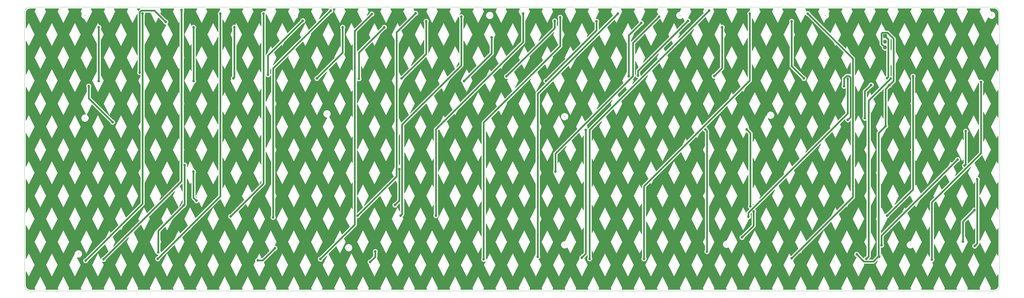
<source format=gbl>
G04 #@! TF.GenerationSoftware,KiCad,Pcbnew,(5.1.5)-3*
G04 #@! TF.CreationDate,2021-02-16T22:27:21+09:00*
G04 #@! TF.ProjectId,bottomplate,626f7474-6f6d-4706-9c61-74652e6b6963,rev?*
G04 #@! TF.SameCoordinates,Original*
G04 #@! TF.FileFunction,Copper,L2,Bot*
G04 #@! TF.FilePolarity,Positive*
%FSLAX46Y46*%
G04 Gerber Fmt 4.6, Leading zero omitted, Abs format (unit mm)*
G04 Created by KiCad (PCBNEW (5.1.5)-3) date 2021-02-16 22:27:21*
%MOMM*%
%LPD*%
G04 APERTURE LIST*
%ADD10C,0.050000*%
%ADD11O,1.700000X1.700000*%
%ADD12R,1.700000X1.700000*%
%ADD13C,1.200000*%
%ADD14C,0.800000*%
%ADD15C,0.254000*%
%ADD16C,0.350000*%
G04 APERTURE END LIST*
D10*
X417830000Y9525000D02*
G75*
G02X420370000Y6985000I0J-2540000D01*
G01*
X-9525000Y6985000D02*
G75*
G02X-6985000Y9525000I2540000J0D01*
G01*
X420370000Y-113030000D02*
G75*
G02X417830000Y-115570000I-2540000J0D01*
G01*
X-6985000Y-115570000D02*
G75*
G02X-9525000Y-113030000I0J2540000D01*
G01*
X420370000Y6985000D02*
X420370000Y-113030000D01*
X-6985000Y-115570000D02*
X417830000Y-115570000D01*
X-9525000Y-113030000D02*
X-9525000Y6985000D01*
X417830000Y9525000D02*
X-6985000Y9525000D01*
D11*
X369824000Y-8255000D03*
X369824000Y-5715000D03*
D12*
X369824000Y-3175000D03*
D13*
X357361100Y-99450300D03*
X367301900Y-100510800D03*
X370119100Y-42921800D03*
X371736700Y-24948800D03*
X224228100Y3480000D03*
X202990700Y-20975500D03*
X216729000Y-100489300D03*
X252060200Y6680000D03*
X242708100Y3320000D03*
X220358600Y-23041000D03*
X224536700Y-62896700D03*
X270308200Y5315900D03*
X262400000Y2568400D03*
X256926900Y-20921600D03*
X237946800Y-44622400D03*
X236165400Y-100945600D03*
X239641600Y-101422000D03*
X292286900Y8047100D03*
X282975100Y3480000D03*
X260964500Y-20655600D03*
X263579600Y-101422000D03*
X310226200Y6680000D03*
X298015400Y676800D03*
X294552300Y-20864000D03*
X290665500Y-44422000D03*
X291350300Y-98222000D03*
X328676000Y-101229500D03*
X335848800Y6680000D03*
X328676000Y3320000D03*
X334091600Y-21882500D03*
X308883000Y-44422000D03*
X310526000Y-78330000D03*
X309626000Y-82854200D03*
X353434900Y-22022000D03*
X351771700Y-25325100D03*
X353452000Y-40167100D03*
X361617300Y-101422000D03*
X372393700Y-21909700D03*
X363725000Y-24789800D03*
X360977800Y-39388700D03*
X370736200Y-82372000D03*
X382190000Y-20902500D03*
X390510100Y-101772400D03*
X412185900Y-23489200D03*
X405402000Y-45162000D03*
X404915300Y-60346000D03*
X409276400Y-79957700D03*
X404195300Y-93793400D03*
X93307400Y-102143000D03*
X100886600Y-96799600D03*
X153803800Y-77730100D03*
X155745200Y-61909700D03*
X311931700Y-80535600D03*
X306787700Y-91995600D03*
X49468300Y-98552200D03*
X61104100Y-60122000D03*
X60676200Y-77893000D03*
X370775600Y-21784200D03*
X368330800Y-95430800D03*
X401835100Y-57676000D03*
X410525300Y-66383700D03*
X409392600Y-95776000D03*
X42517200Y6781500D03*
X17454600Y-102250800D03*
X23229800Y676800D03*
X23208300Y-23041000D03*
X18796500Y-25316200D03*
X29300600Y-41173100D03*
X25339300Y-101650800D03*
X59750000Y8310300D03*
X52736900Y3027600D03*
X41268300Y-19304400D03*
X49188000Y-101422000D03*
X76800200Y6680000D03*
X65045000Y676800D03*
X65045000Y-23041000D03*
X64966100Y-63018600D03*
X66285300Y-75815900D03*
X81352500Y-82737800D03*
X95823000Y6680000D03*
X82965800Y676800D03*
X82547500Y-21882500D03*
X100076000Y-83163400D03*
X125515000Y7984800D03*
X113163700Y3563400D03*
X97850000Y-20259300D03*
X120908700Y-101559500D03*
X143602200Y6502000D03*
X130754600Y676800D03*
X119378800Y-21882500D03*
X137315000Y-82372000D03*
X162921400Y6800000D03*
X149082100Y676800D03*
X137911000Y-22022000D03*
X156345400Y-82372000D03*
X183066100Y5321000D03*
X167567500Y3320000D03*
X156767900Y-21871600D03*
X171852600Y-82372000D03*
X210332600Y6680000D03*
X196464200Y-3810700D03*
X184265100Y-23041000D03*
X192928300Y-101641800D03*
X226642900Y5080100D03*
X142868900Y-102829500D03*
X145114000Y-98222000D03*
D14*
X367074400Y-100283300D02*
X364735300Y-102622400D01*
X364735300Y-102622400D02*
X360533200Y-102622400D01*
X360533200Y-102622400D02*
X357361100Y-99450300D01*
X367074400Y-100283300D02*
X367301900Y-100510800D01*
X370119100Y-42921800D02*
X367074400Y-45966500D01*
X367074400Y-45966500D02*
X367074400Y-100283300D01*
X371736700Y-24948800D02*
X370119100Y-26566400D01*
X370119100Y-26566400D02*
X370119100Y-42921800D01*
X369824000Y-8255000D02*
X368333800Y-6764800D01*
X368333800Y-6764800D02*
X368333800Y-2110500D01*
X368333800Y-2110500D02*
X368719700Y-1724600D01*
X368719700Y-1724600D02*
X370969100Y-1724600D01*
X370969100Y-1724600D02*
X373638500Y-4394000D01*
X373638500Y-4394000D02*
X373638500Y-23047000D01*
X373638500Y-23047000D02*
X371736700Y-24948800D01*
X202990700Y-20975500D02*
X224228100Y261900D01*
X224228100Y261900D02*
X224228100Y3480000D01*
X216729000Y-100489300D02*
X216729000Y-28651200D01*
X216729000Y-28651200D02*
X252060200Y6680000D01*
X220358600Y-23041000D02*
X242708100Y-691500D01*
X242708100Y-691500D02*
X242708100Y3320000D01*
X224536700Y-62896700D02*
X224536700Y-55065300D01*
X224536700Y-55065300D02*
X258749600Y-20852400D01*
X258749600Y-20852400D02*
X258749600Y-6242700D01*
X258749600Y-6242700D02*
X270308200Y5315900D01*
X262400000Y2568400D02*
X256926900Y-2904700D01*
X256926900Y-2904700D02*
X256926900Y-20921600D01*
X236165400Y-100945600D02*
X237946800Y-99164200D01*
X237946800Y-99164200D02*
X237946800Y-44622400D01*
X292286900Y8047100D02*
X239641600Y-44598200D01*
X239641600Y-44598200D02*
X239641600Y-101422000D01*
X282975100Y3480000D02*
X260964500Y-18530600D01*
X260964500Y-18530600D02*
X260964500Y-20655600D01*
X310226200Y6680000D02*
X310226200Y-22774400D01*
X310226200Y-22774400D02*
X263579600Y-69421000D01*
X263579600Y-69421000D02*
X263579600Y-101422000D01*
X294552300Y-20864000D02*
X298015400Y-17400900D01*
X298015400Y-17400900D02*
X298015400Y676800D01*
X290665500Y-44422000D02*
X291350300Y-45106800D01*
X291350300Y-45106800D02*
X291350300Y-98222000D01*
X328676000Y-101229500D02*
X355677500Y-74228000D01*
X355677500Y-74228000D02*
X355677500Y-13148700D01*
X355677500Y-13148700D02*
X335848800Y6680000D01*
X328676000Y3320000D02*
X328676000Y-16466900D01*
X328676000Y-16466900D02*
X334091600Y-21882500D01*
X308883000Y-44422000D02*
X310526000Y-46065000D01*
X310526000Y-46065000D02*
X310526000Y-78330000D01*
X353434900Y-22022000D02*
X353434900Y-37334900D01*
X353434900Y-37334900D02*
X309626000Y-81143800D01*
X309626000Y-81143800D02*
X309626000Y-82854200D01*
X351771700Y-25325100D02*
X351771700Y-21930800D01*
X351771700Y-21930800D02*
X352880900Y-20821600D01*
X352880900Y-20821600D02*
X353958200Y-20821600D01*
X353958200Y-20821600D02*
X354677200Y-21540600D01*
X354677200Y-21540600D02*
X354677200Y-38941900D01*
X354677200Y-38941900D02*
X353452000Y-40167100D01*
X361617300Y-101422000D02*
X362617600Y-100421700D01*
X362617600Y-100421700D02*
X362617600Y-31685800D01*
X362617600Y-31685800D02*
X372393700Y-21909700D01*
X360977800Y-39388700D02*
X360977800Y-27537000D01*
X360977800Y-27537000D02*
X363725000Y-24789800D01*
X370736200Y-82372000D02*
X382190000Y-70918200D01*
X382190000Y-70918200D02*
X382190000Y-20902500D01*
X412185900Y-23489200D02*
X412185900Y-54882700D01*
X412185900Y-54882700D02*
X390510100Y-76558500D01*
X390510100Y-76558500D02*
X390510100Y-101772400D01*
X405402000Y-45162000D02*
X405402000Y-59859300D01*
X405402000Y-59859300D02*
X404915300Y-60346000D01*
X404195300Y-93793400D02*
X404195300Y-85038800D01*
X404195300Y-85038800D02*
X409276400Y-79957700D01*
X93307400Y-102143000D02*
X95543200Y-102143000D01*
X95543200Y-102143000D02*
X100886600Y-96799600D01*
X153803800Y-77730100D02*
X155745200Y-75788700D01*
X155745200Y-75788700D02*
X155745200Y-61909700D01*
X311931700Y-80535600D02*
X311931700Y-86851600D01*
X311931700Y-86851600D02*
X306787700Y-91995600D01*
X60676200Y-77893000D02*
X49468300Y-89100900D01*
X49468300Y-89100900D02*
X49468300Y-98552200D01*
X61104100Y-60122000D02*
X61104100Y-77465100D01*
X61104100Y-77465100D02*
X60676200Y-77893000D01*
X369824000Y-3175000D02*
X371318400Y-4669400D01*
X371318400Y-4669400D02*
X371318400Y-21241400D01*
X371318400Y-21241400D02*
X370775600Y-21784200D01*
X368330800Y-95430800D02*
X368330800Y-91180300D01*
X368330800Y-91180300D02*
X401835100Y-57676000D01*
X409392600Y-95776000D02*
X410525300Y-94643300D01*
X410525300Y-94643300D02*
X410525300Y-66383700D01*
X42517200Y6781500D02*
X42517200Y-77188200D01*
X42517200Y-77188200D02*
X17454600Y-102250800D01*
X23229800Y676800D02*
X23229800Y-23019500D01*
X23229800Y-23019500D02*
X23208300Y-23041000D01*
X18796500Y-25316200D02*
X18796500Y-30669000D01*
X18796500Y-30669000D02*
X29300600Y-41173100D01*
X59750000Y8310300D02*
X59750000Y-67240100D01*
X59750000Y-67240100D02*
X25339300Y-101650800D01*
X52736900Y3027600D02*
X47751300Y8013200D01*
X47751300Y8013200D02*
X42032000Y8013200D01*
X42032000Y8013200D02*
X41268300Y7249500D01*
X41268300Y7249500D02*
X41268300Y-19304400D01*
X49188000Y-101422000D02*
X76800200Y-73809800D01*
X76800200Y-73809800D02*
X76800200Y6680000D01*
X65045000Y-23041000D02*
X65045000Y676800D01*
X64966100Y-63018600D02*
X64966100Y-74496700D01*
X64966100Y-74496700D02*
X66285300Y-75815900D01*
X95823000Y6680000D02*
X95823000Y-68267300D01*
X95823000Y-68267300D02*
X81352500Y-82737800D01*
X82965800Y676800D02*
X82965800Y-21464200D01*
X82965800Y-21464200D02*
X82547500Y-21882500D01*
X125515000Y7984800D02*
X100076000Y-17454200D01*
X100076000Y-17454200D02*
X100076000Y-83163400D01*
X113163700Y3563400D02*
X97850000Y-11750300D01*
X97850000Y-11750300D02*
X97850000Y-20259300D01*
X120908700Y-101559500D02*
X136114600Y-86353600D01*
X136114600Y-86353600D02*
X136114600Y-985600D01*
X136114600Y-985600D02*
X143602200Y6502000D01*
X130754600Y676800D02*
X130754600Y-10506700D01*
X130754600Y-10506700D02*
X119378800Y-21882500D01*
X162921400Y6800000D02*
X154544900Y-1576500D01*
X154544900Y-1576500D02*
X154544900Y-65142100D01*
X154544900Y-65142100D02*
X137315000Y-82372000D01*
X149082100Y676800D02*
X137911000Y-10494300D01*
X137911000Y-10494300D02*
X137911000Y-22022000D01*
X156345400Y-82372000D02*
X156945500Y-81771900D01*
X156945500Y-81771900D02*
X156945500Y-42278100D01*
X156945500Y-42278100D02*
X183066100Y-16157500D01*
X183066100Y-16157500D02*
X183066100Y5321000D01*
X167567500Y3320000D02*
X167567500Y-11072000D01*
X167567500Y-11072000D02*
X156767900Y-21871600D01*
X171852600Y-82372000D02*
X171852600Y-44316700D01*
X171852600Y-44316700D02*
X210332600Y-5836700D01*
X210332600Y-5836700D02*
X210332600Y6680000D01*
X184265100Y-23041000D02*
X196464200Y-10841900D01*
X196464200Y-10841900D02*
X196464200Y-3810700D01*
X192928300Y-101641800D02*
X192928300Y-41366900D01*
X192928300Y-41366900D02*
X226642900Y-7652300D01*
X226642900Y-7652300D02*
X226642900Y5080100D01*
X142868900Y-102829500D02*
X145114000Y-100584400D01*
X145114000Y-100584400D02*
X145114000Y-98222000D01*
D15*
G36*
X-5193592Y7676796D02*
G01*
X-5200483Y7660161D01*
X-5206003Y7635884D01*
X-5206680Y7610997D01*
X-5202490Y7586456D01*
X-5193592Y7563204D01*
X-2653592Y2483204D01*
X-2635943Y2456789D01*
X-2617866Y2439671D01*
X-2596796Y2426408D01*
X-2573544Y2417510D01*
X-2549003Y2413320D01*
X-2524116Y2413997D01*
X-2499839Y2419517D01*
X-2477106Y2429667D01*
X-2456789Y2444057D01*
X-2439671Y2462134D01*
X-2426408Y2483204D01*
X113592Y7563204D01*
X120483Y7579839D01*
X126003Y7604116D01*
X126680Y7629003D01*
X122490Y7653544D01*
X113592Y7676796D01*
X-480510Y8865000D01*
X5560510Y8865000D01*
X4966408Y7676796D01*
X4959517Y7660161D01*
X4953997Y7635884D01*
X4953320Y7610997D01*
X4957510Y7586456D01*
X4966408Y7563204D01*
X7506408Y2483204D01*
X7524057Y2456789D01*
X7542134Y2439671D01*
X7563204Y2426408D01*
X7586456Y2417510D01*
X7610997Y2413320D01*
X7635884Y2413997D01*
X7660161Y2419517D01*
X7682894Y2429667D01*
X7703211Y2444057D01*
X7720329Y2462134D01*
X7733592Y2483204D01*
X10273592Y7563204D01*
X10280483Y7579839D01*
X10286003Y7604116D01*
X10286680Y7629003D01*
X10282490Y7653544D01*
X10273592Y7676796D01*
X9679490Y8865000D01*
X15720510Y8865000D01*
X15126408Y7676796D01*
X15119517Y7660161D01*
X15113997Y7635884D01*
X15113320Y7610997D01*
X15117510Y7586456D01*
X15126408Y7563204D01*
X15578865Y6658290D01*
X15476675Y6411581D01*
X15410000Y6076383D01*
X15410000Y5734617D01*
X15476675Y5399419D01*
X15607463Y5083669D01*
X15797337Y4799502D01*
X16039002Y4557837D01*
X16323169Y4367963D01*
X16638919Y4237175D01*
X16806044Y4203932D01*
X17666408Y2483204D01*
X17684057Y2456789D01*
X17702134Y2439671D01*
X17723204Y2426408D01*
X17746456Y2417510D01*
X17770997Y2413320D01*
X17795884Y2413997D01*
X17820161Y2419517D01*
X17842894Y2429667D01*
X17863211Y2444057D01*
X17880329Y2462134D01*
X17893592Y2483204D01*
X20433592Y7563204D01*
X20440483Y7579839D01*
X20446003Y7604116D01*
X20446680Y7629003D01*
X20442490Y7653544D01*
X20433592Y7676796D01*
X19839490Y8865000D01*
X25880510Y8865000D01*
X25286408Y7676796D01*
X25279517Y7660161D01*
X25273997Y7635884D01*
X25273320Y7610997D01*
X25277510Y7586456D01*
X25286408Y7563204D01*
X27826408Y2483204D01*
X27844057Y2456789D01*
X27862134Y2439671D01*
X27883204Y2426408D01*
X27906456Y2417510D01*
X27930997Y2413320D01*
X27955884Y2413997D01*
X27980161Y2419517D01*
X28002894Y2429667D01*
X28023211Y2444057D01*
X28040329Y2462134D01*
X28053592Y2483204D01*
X30593592Y7563204D01*
X30600483Y7579839D01*
X30606003Y7604116D01*
X30606680Y7629003D01*
X30602490Y7653544D01*
X30593592Y7676796D01*
X29999490Y8865000D01*
X36040510Y8865000D01*
X35446408Y7676796D01*
X35439517Y7660161D01*
X35433997Y7635884D01*
X35433320Y7610997D01*
X35437510Y7586456D01*
X35446408Y7563204D01*
X37986408Y2483204D01*
X38004057Y2456789D01*
X38022134Y2439671D01*
X38043204Y2426408D01*
X38066456Y2417510D01*
X38090997Y2413320D01*
X38115884Y2413997D01*
X38140161Y2419517D01*
X38162894Y2429667D01*
X38183211Y2444057D01*
X38200329Y2462134D01*
X38213592Y2483204D01*
X40233300Y6522620D01*
X40233301Y-11602621D01*
X38213592Y-7563204D01*
X38195943Y-7536789D01*
X38177866Y-7519671D01*
X38156796Y-7506408D01*
X38133544Y-7497510D01*
X38109003Y-7493320D01*
X38084116Y-7493997D01*
X38059839Y-7499517D01*
X38037106Y-7509667D01*
X38016789Y-7524057D01*
X37999671Y-7542134D01*
X37986408Y-7563204D01*
X35446408Y-12643204D01*
X35439517Y-12659839D01*
X35433997Y-12684116D01*
X35433320Y-12709003D01*
X35437510Y-12733544D01*
X35446408Y-12756796D01*
X37986408Y-17836796D01*
X38004057Y-17863211D01*
X38022134Y-17880329D01*
X38043204Y-17893592D01*
X38066456Y-17902490D01*
X38090997Y-17906680D01*
X38115884Y-17906003D01*
X38140161Y-17900483D01*
X38162894Y-17890333D01*
X38183211Y-17875943D01*
X38200329Y-17857866D01*
X38213592Y-17836796D01*
X40233301Y-13797378D01*
X40233301Y-18630444D01*
X40173857Y-18719408D01*
X40080760Y-18944164D01*
X40033300Y-19182763D01*
X40033300Y-19426037D01*
X40080760Y-19664636D01*
X40173857Y-19889392D01*
X40309013Y-20091667D01*
X40481033Y-20263687D01*
X40683308Y-20398843D01*
X40908064Y-20491940D01*
X41146663Y-20539400D01*
X41389937Y-20539400D01*
X41482200Y-20521048D01*
X41482200Y-20891619D01*
X40526408Y-22803204D01*
X40519517Y-22819839D01*
X40513997Y-22844116D01*
X40513320Y-22869003D01*
X40517510Y-22893544D01*
X40526408Y-22916796D01*
X41482200Y-24828381D01*
X41482201Y-41211619D01*
X40526408Y-43123204D01*
X40519517Y-43139839D01*
X40513997Y-43164116D01*
X40513320Y-43189003D01*
X40517510Y-43213544D01*
X40526408Y-43236796D01*
X41482201Y-45148381D01*
X41482201Y-61531618D01*
X40526408Y-63443204D01*
X40519517Y-63459839D01*
X40513997Y-63484116D01*
X40513320Y-63509003D01*
X40517510Y-63533544D01*
X40526408Y-63556796D01*
X41482201Y-65468382D01*
X41482201Y-76759488D01*
X35275223Y-82966466D01*
X33133592Y-78683204D01*
X33115943Y-78656789D01*
X33097866Y-78639671D01*
X33076796Y-78626408D01*
X33053544Y-78617510D01*
X33029003Y-78613320D01*
X33004116Y-78613997D01*
X32979839Y-78619517D01*
X32957106Y-78629667D01*
X32936789Y-78644057D01*
X32919671Y-78662134D01*
X32906408Y-78683204D01*
X30366408Y-83763204D01*
X30359517Y-83779839D01*
X30353997Y-83804116D01*
X30353320Y-83829003D01*
X30357510Y-83853544D01*
X30366408Y-83876796D01*
X31699236Y-86542453D01*
X28501890Y-89739800D01*
X28053592Y-88843204D01*
X28035943Y-88816789D01*
X28017866Y-88799671D01*
X27996796Y-88786408D01*
X27973544Y-88777510D01*
X27949003Y-88773320D01*
X27924116Y-88773997D01*
X27899839Y-88779517D01*
X27877106Y-88789667D01*
X27856789Y-88804057D01*
X27839671Y-88822134D01*
X27826408Y-88843204D01*
X26254330Y-91987359D01*
X17199304Y-101042386D01*
X17094364Y-101063260D01*
X16869608Y-101156357D01*
X16667333Y-101291513D01*
X16495313Y-101463533D01*
X16360157Y-101665808D01*
X16267060Y-101890564D01*
X16219600Y-102129163D01*
X16219600Y-102372437D01*
X16267060Y-102611036D01*
X16360157Y-102835792D01*
X16495313Y-103038067D01*
X16667333Y-103210087D01*
X16869608Y-103345243D01*
X17094364Y-103438340D01*
X17332963Y-103485800D01*
X17576237Y-103485800D01*
X17814836Y-103438340D01*
X18039592Y-103345243D01*
X18241867Y-103210087D01*
X18413887Y-103038067D01*
X18549043Y-102835792D01*
X18642140Y-102611036D01*
X18663014Y-102506096D01*
X25901710Y-95267400D01*
X27354137Y-98172253D01*
X25084004Y-100442386D01*
X24979064Y-100463260D01*
X24754308Y-100556357D01*
X24552033Y-100691513D01*
X24380013Y-100863533D01*
X24244857Y-101065808D01*
X24151760Y-101290564D01*
X24141945Y-101339909D01*
X22973592Y-99003204D01*
X22955943Y-98976789D01*
X22937866Y-98959671D01*
X22916796Y-98946408D01*
X22893544Y-98937510D01*
X22869003Y-98933320D01*
X22844116Y-98933997D01*
X22819839Y-98939517D01*
X22797106Y-98949667D01*
X22776789Y-98964057D01*
X22759671Y-98982134D01*
X22746408Y-99003204D01*
X20206408Y-104083204D01*
X20199517Y-104099839D01*
X20193997Y-104124116D01*
X20193320Y-104149003D01*
X20197510Y-104173544D01*
X20206408Y-104196796D01*
X22746408Y-109276796D01*
X22764057Y-109303211D01*
X22782134Y-109320329D01*
X22803204Y-109333592D01*
X22826456Y-109342490D01*
X22850997Y-109346680D01*
X22875884Y-109346003D01*
X22900161Y-109340483D01*
X22922894Y-109330333D01*
X22943211Y-109315943D01*
X22960329Y-109297866D01*
X22973592Y-109276796D01*
X25513592Y-104196796D01*
X25520483Y-104180161D01*
X25526003Y-104155884D01*
X25526190Y-104149003D01*
X30353320Y-104149003D01*
X30357510Y-104173544D01*
X30366408Y-104196796D01*
X32906408Y-109276796D01*
X32924057Y-109303211D01*
X32942134Y-109320329D01*
X32963204Y-109333592D01*
X32986456Y-109342490D01*
X33010997Y-109346680D01*
X33035884Y-109346003D01*
X33060161Y-109340483D01*
X33082894Y-109330333D01*
X33103211Y-109315943D01*
X33120329Y-109297866D01*
X33133592Y-109276796D01*
X35673592Y-104196796D01*
X35680483Y-104180161D01*
X35686003Y-104155884D01*
X35686190Y-104149003D01*
X40513320Y-104149003D01*
X40517510Y-104173544D01*
X40526408Y-104196796D01*
X43066408Y-109276796D01*
X43084057Y-109303211D01*
X43102134Y-109320329D01*
X43123204Y-109333592D01*
X43146456Y-109342490D01*
X43170997Y-109346680D01*
X43195884Y-109346003D01*
X43220161Y-109340483D01*
X43242894Y-109330333D01*
X43263211Y-109315943D01*
X43280329Y-109297866D01*
X43293592Y-109276796D01*
X45833592Y-104196796D01*
X45840483Y-104180161D01*
X45846003Y-104155884D01*
X45846190Y-104149003D01*
X50673320Y-104149003D01*
X50677510Y-104173544D01*
X50686408Y-104196796D01*
X53226408Y-109276796D01*
X53244057Y-109303211D01*
X53262134Y-109320329D01*
X53283204Y-109333592D01*
X53306456Y-109342490D01*
X53330997Y-109346680D01*
X53355884Y-109346003D01*
X53380161Y-109340483D01*
X53402894Y-109330333D01*
X53423211Y-109315943D01*
X53440329Y-109297866D01*
X53453592Y-109276796D01*
X55993592Y-104196796D01*
X56000483Y-104180161D01*
X56006003Y-104155884D01*
X56006190Y-104149003D01*
X60833320Y-104149003D01*
X60837510Y-104173544D01*
X60846408Y-104196796D01*
X63386408Y-109276796D01*
X63404057Y-109303211D01*
X63422134Y-109320329D01*
X63443204Y-109333592D01*
X63466456Y-109342490D01*
X63490997Y-109346680D01*
X63515884Y-109346003D01*
X63540161Y-109340483D01*
X63562894Y-109330333D01*
X63583211Y-109315943D01*
X63600329Y-109297866D01*
X63613592Y-109276796D01*
X66153592Y-104196796D01*
X66160483Y-104180161D01*
X66166003Y-104155884D01*
X66166190Y-104149003D01*
X70993320Y-104149003D01*
X70997510Y-104173544D01*
X71006408Y-104196796D01*
X73546408Y-109276796D01*
X73564057Y-109303211D01*
X73582134Y-109320329D01*
X73603204Y-109333592D01*
X73626456Y-109342490D01*
X73650997Y-109346680D01*
X73675884Y-109346003D01*
X73700161Y-109340483D01*
X73722894Y-109330333D01*
X73743211Y-109315943D01*
X73760329Y-109297866D01*
X73773592Y-109276796D01*
X76313592Y-104196796D01*
X76320483Y-104180161D01*
X76326003Y-104155884D01*
X76326190Y-104149003D01*
X81153320Y-104149003D01*
X81157510Y-104173544D01*
X81166408Y-104196796D01*
X83706408Y-109276796D01*
X83724057Y-109303211D01*
X83742134Y-109320329D01*
X83763204Y-109333592D01*
X83786456Y-109342490D01*
X83810997Y-109346680D01*
X83835884Y-109346003D01*
X83860161Y-109340483D01*
X83882894Y-109330333D01*
X83903211Y-109315943D01*
X83920329Y-109297866D01*
X83933592Y-109276796D01*
X86473592Y-104196796D01*
X86480483Y-104180161D01*
X86486003Y-104155884D01*
X86486190Y-104149003D01*
X91313320Y-104149003D01*
X91317510Y-104173544D01*
X91326408Y-104196796D01*
X93866408Y-109276796D01*
X93884057Y-109303211D01*
X93902134Y-109320329D01*
X93923204Y-109333592D01*
X93946456Y-109342490D01*
X93970997Y-109346680D01*
X93995884Y-109346003D01*
X94020161Y-109340483D01*
X94042894Y-109330333D01*
X94063211Y-109315943D01*
X94080329Y-109297866D01*
X94093592Y-109276796D01*
X96633592Y-104196796D01*
X96640483Y-104180161D01*
X96646003Y-104155884D01*
X96646190Y-104149003D01*
X101473320Y-104149003D01*
X101477510Y-104173544D01*
X101486408Y-104196796D01*
X104026408Y-109276796D01*
X104044057Y-109303211D01*
X104062134Y-109320329D01*
X104083204Y-109333592D01*
X104106456Y-109342490D01*
X104130997Y-109346680D01*
X104155884Y-109346003D01*
X104180161Y-109340483D01*
X104202894Y-109330333D01*
X104223211Y-109315943D01*
X104240329Y-109297866D01*
X104253592Y-109276796D01*
X106793592Y-104196796D01*
X106800483Y-104180161D01*
X106806003Y-104155884D01*
X106806190Y-104149003D01*
X111633320Y-104149003D01*
X111637510Y-104173544D01*
X111646408Y-104196796D01*
X114186408Y-109276796D01*
X114204057Y-109303211D01*
X114222134Y-109320329D01*
X114243204Y-109333592D01*
X114266456Y-109342490D01*
X114290997Y-109346680D01*
X114315884Y-109346003D01*
X114340161Y-109340483D01*
X114362894Y-109330333D01*
X114383211Y-109315943D01*
X114400329Y-109297866D01*
X114413592Y-109276796D01*
X116953592Y-104196796D01*
X116960483Y-104180161D01*
X116966003Y-104155884D01*
X116966680Y-104130997D01*
X116962490Y-104106456D01*
X116953592Y-104083204D01*
X114413592Y-99003204D01*
X114395943Y-98976789D01*
X114377866Y-98959671D01*
X114356796Y-98946408D01*
X114333544Y-98937510D01*
X114309003Y-98933320D01*
X114284116Y-98933997D01*
X114259839Y-98939517D01*
X114237106Y-98949667D01*
X114216789Y-98964057D01*
X114199671Y-98982134D01*
X114186408Y-99003204D01*
X111646408Y-104083204D01*
X111639517Y-104099839D01*
X111633997Y-104124116D01*
X111633320Y-104149003D01*
X106806190Y-104149003D01*
X106806680Y-104130997D01*
X106802490Y-104106456D01*
X106793592Y-104083204D01*
X104253592Y-99003204D01*
X104235943Y-98976789D01*
X104217866Y-98959671D01*
X104196796Y-98946408D01*
X104173544Y-98937510D01*
X104149003Y-98933320D01*
X104124116Y-98933997D01*
X104099839Y-98939517D01*
X104077106Y-98949667D01*
X104056789Y-98964057D01*
X104039671Y-98982134D01*
X104026408Y-99003204D01*
X101486408Y-104083204D01*
X101479517Y-104099839D01*
X101473997Y-104124116D01*
X101473320Y-104149003D01*
X96646190Y-104149003D01*
X96646680Y-104130997D01*
X96642490Y-104106456D01*
X96633592Y-104083204D01*
X96101159Y-103018338D01*
X96120997Y-103007734D01*
X96278596Y-102878396D01*
X96311007Y-102838903D01*
X101141897Y-98008013D01*
X101246836Y-97987140D01*
X101471592Y-97894043D01*
X101673867Y-97758887D01*
X101845887Y-97586867D01*
X101981043Y-97384592D01*
X102074140Y-97159836D01*
X102121600Y-96921237D01*
X102121600Y-96677963D01*
X102074140Y-96439364D01*
X101981043Y-96214608D01*
X101845887Y-96012333D01*
X101673867Y-95840313D01*
X101471592Y-95705157D01*
X101246836Y-95612060D01*
X101008237Y-95564600D01*
X100949690Y-95564600D01*
X101713592Y-94036796D01*
X101720483Y-94020161D01*
X101726003Y-93995884D01*
X101726190Y-93989003D01*
X106553320Y-93989003D01*
X106557510Y-94013544D01*
X106566408Y-94036796D01*
X109106408Y-99116796D01*
X109124057Y-99143211D01*
X109142134Y-99160329D01*
X109163204Y-99173592D01*
X109186456Y-99182490D01*
X109210997Y-99186680D01*
X109235884Y-99186003D01*
X109260161Y-99180483D01*
X109282894Y-99170333D01*
X109303211Y-99155943D01*
X109320329Y-99137866D01*
X109333592Y-99116796D01*
X111873592Y-94036796D01*
X111880483Y-94020161D01*
X111886003Y-93995884D01*
X111886190Y-93989003D01*
X116713320Y-93989003D01*
X116717510Y-94013544D01*
X116726408Y-94036796D01*
X119266408Y-99116796D01*
X119284057Y-99143211D01*
X119302134Y-99160329D01*
X119323204Y-99173592D01*
X119346456Y-99182490D01*
X119370997Y-99186680D01*
X119395884Y-99186003D01*
X119420161Y-99180483D01*
X119442894Y-99170333D01*
X119463211Y-99155943D01*
X119480329Y-99137866D01*
X119493592Y-99116796D01*
X122033592Y-94036796D01*
X122040483Y-94020161D01*
X122046003Y-93995884D01*
X122046680Y-93970997D01*
X122042490Y-93946456D01*
X122033592Y-93923204D01*
X119493592Y-88843204D01*
X119475943Y-88816789D01*
X119457866Y-88799671D01*
X119436796Y-88786408D01*
X119413544Y-88777510D01*
X119389003Y-88773320D01*
X119364116Y-88773997D01*
X119339839Y-88779517D01*
X119317106Y-88789667D01*
X119296789Y-88804057D01*
X119279671Y-88822134D01*
X119266408Y-88843204D01*
X116726408Y-93923204D01*
X116719517Y-93939839D01*
X116713997Y-93964116D01*
X116713320Y-93989003D01*
X111886190Y-93989003D01*
X111886680Y-93970997D01*
X111882490Y-93946456D01*
X111873592Y-93923204D01*
X109333592Y-88843204D01*
X109315943Y-88816789D01*
X109297866Y-88799671D01*
X109276796Y-88786408D01*
X109253544Y-88777510D01*
X109229003Y-88773320D01*
X109204116Y-88773997D01*
X109179839Y-88779517D01*
X109157106Y-88789667D01*
X109136789Y-88804057D01*
X109119671Y-88822134D01*
X109106408Y-88843204D01*
X106566408Y-93923204D01*
X106559517Y-93939839D01*
X106553997Y-93964116D01*
X106553320Y-93989003D01*
X101726190Y-93989003D01*
X101726680Y-93970997D01*
X101722490Y-93946456D01*
X101713592Y-93923204D01*
X99173592Y-88843204D01*
X99155943Y-88816789D01*
X99137866Y-88799671D01*
X99116796Y-88786408D01*
X99093544Y-88777510D01*
X99069003Y-88773320D01*
X99044116Y-88773997D01*
X99019839Y-88779517D01*
X98997106Y-88789667D01*
X98976789Y-88804057D01*
X98959671Y-88822134D01*
X98946408Y-88843204D01*
X96406408Y-93923204D01*
X96399517Y-93939839D01*
X96393997Y-93964116D01*
X96393320Y-93989003D01*
X96397510Y-94013544D01*
X96406408Y-94036796D01*
X98332836Y-97889653D01*
X95135490Y-101087000D01*
X94093592Y-99003204D01*
X94075943Y-98976789D01*
X94057866Y-98959671D01*
X94036796Y-98946408D01*
X94013544Y-98937510D01*
X93989003Y-98933320D01*
X93964116Y-98933997D01*
X93939839Y-98939517D01*
X93917106Y-98949667D01*
X93896789Y-98964057D01*
X93879671Y-98982134D01*
X93866408Y-99003204D01*
X92875422Y-100985177D01*
X92722408Y-101048557D01*
X92520133Y-101183713D01*
X92348113Y-101355733D01*
X92212957Y-101558008D01*
X92119860Y-101782764D01*
X92072400Y-102021363D01*
X92072400Y-102264637D01*
X92118873Y-102498274D01*
X91326408Y-104083204D01*
X91319517Y-104099839D01*
X91313997Y-104124116D01*
X91313320Y-104149003D01*
X86486190Y-104149003D01*
X86486680Y-104130997D01*
X86482490Y-104106456D01*
X86473592Y-104083204D01*
X83933592Y-99003204D01*
X83915943Y-98976789D01*
X83897866Y-98959671D01*
X83876796Y-98946408D01*
X83853544Y-98937510D01*
X83829003Y-98933320D01*
X83804116Y-98933997D01*
X83779839Y-98939517D01*
X83757106Y-98949667D01*
X83736789Y-98964057D01*
X83719671Y-98982134D01*
X83706408Y-99003204D01*
X81166408Y-104083204D01*
X81159517Y-104099839D01*
X81153997Y-104124116D01*
X81153320Y-104149003D01*
X76326190Y-104149003D01*
X76326680Y-104130997D01*
X76322490Y-104106456D01*
X76313592Y-104083204D01*
X73773592Y-99003204D01*
X73755943Y-98976789D01*
X73737866Y-98959671D01*
X73716796Y-98946408D01*
X73693544Y-98937510D01*
X73669003Y-98933320D01*
X73644116Y-98933997D01*
X73619839Y-98939517D01*
X73597106Y-98949667D01*
X73576789Y-98964057D01*
X73559671Y-98982134D01*
X73546408Y-99003204D01*
X71006408Y-104083204D01*
X70999517Y-104099839D01*
X70993997Y-104124116D01*
X70993320Y-104149003D01*
X66166190Y-104149003D01*
X66166680Y-104130997D01*
X66162490Y-104106456D01*
X66153592Y-104083204D01*
X63613592Y-99003204D01*
X63595943Y-98976789D01*
X63577866Y-98959671D01*
X63556796Y-98946408D01*
X63533544Y-98937510D01*
X63509003Y-98933320D01*
X63484116Y-98933997D01*
X63459839Y-98939517D01*
X63437106Y-98949667D01*
X63416789Y-98964057D01*
X63399671Y-98982134D01*
X63386408Y-99003204D01*
X60846408Y-104083204D01*
X60839517Y-104099839D01*
X60833997Y-104124116D01*
X60833320Y-104149003D01*
X56006190Y-104149003D01*
X56006680Y-104130997D01*
X56002490Y-104106456D01*
X55993592Y-104083204D01*
X53453592Y-99003204D01*
X53435943Y-98976789D01*
X53417866Y-98959671D01*
X53396796Y-98946408D01*
X53373544Y-98937510D01*
X53349003Y-98933320D01*
X53324116Y-98933997D01*
X53299839Y-98939517D01*
X53277106Y-98949667D01*
X53256789Y-98964057D01*
X53239671Y-98982134D01*
X53226408Y-99003204D01*
X50686408Y-104083204D01*
X50679517Y-104099839D01*
X50673997Y-104124116D01*
X50673320Y-104149003D01*
X45846190Y-104149003D01*
X45846680Y-104130997D01*
X45842490Y-104106456D01*
X45833592Y-104083204D01*
X43293592Y-99003204D01*
X43275943Y-98976789D01*
X43257866Y-98959671D01*
X43236796Y-98946408D01*
X43213544Y-98937510D01*
X43189003Y-98933320D01*
X43164116Y-98933997D01*
X43139839Y-98939517D01*
X43117106Y-98949667D01*
X43096789Y-98964057D01*
X43079671Y-98982134D01*
X43066408Y-99003204D01*
X40526408Y-104083204D01*
X40519517Y-104099839D01*
X40513997Y-104124116D01*
X40513320Y-104149003D01*
X35686190Y-104149003D01*
X35686680Y-104130997D01*
X35682490Y-104106456D01*
X35673592Y-104083204D01*
X33133592Y-99003204D01*
X33115943Y-98976789D01*
X33097866Y-98959671D01*
X33076796Y-98946408D01*
X33053544Y-98937510D01*
X33029003Y-98933320D01*
X33004116Y-98933997D01*
X32979839Y-98939517D01*
X32957106Y-98949667D01*
X32936789Y-98964057D01*
X32919671Y-98982134D01*
X32906408Y-99003204D01*
X30366408Y-104083204D01*
X30359517Y-104099839D01*
X30353997Y-104124116D01*
X30353320Y-104149003D01*
X25526190Y-104149003D01*
X25526680Y-104130997D01*
X25522490Y-104106456D01*
X25513592Y-104083204D01*
X24868199Y-102792418D01*
X24979064Y-102838340D01*
X25217663Y-102885800D01*
X25460937Y-102885800D01*
X25699536Y-102838340D01*
X25924292Y-102745243D01*
X26126567Y-102610087D01*
X26298587Y-102438067D01*
X26433743Y-102235792D01*
X26526840Y-102011036D01*
X26547714Y-101906096D01*
X36362210Y-92091601D01*
X35446408Y-93923204D01*
X35439517Y-93939839D01*
X35433997Y-93964116D01*
X35433320Y-93989003D01*
X35437510Y-94013544D01*
X35446408Y-94036796D01*
X37986408Y-99116796D01*
X38004057Y-99143211D01*
X38022134Y-99160329D01*
X38043204Y-99173592D01*
X38066456Y-99182490D01*
X38090997Y-99186680D01*
X38115884Y-99186003D01*
X38140161Y-99180483D01*
X38162894Y-99170333D01*
X38183211Y-99155943D01*
X38200329Y-99137866D01*
X38213592Y-99116796D01*
X40753592Y-94036796D01*
X40760483Y-94020161D01*
X40766003Y-93995884D01*
X40766680Y-93970997D01*
X40762490Y-93946456D01*
X40753592Y-93923204D01*
X38679263Y-89774547D01*
X41876610Y-86577200D01*
X43066408Y-88956796D01*
X43084057Y-88983211D01*
X43102134Y-89000329D01*
X43123204Y-89013592D01*
X43146456Y-89022490D01*
X43170997Y-89026680D01*
X43195884Y-89026003D01*
X43220161Y-89020483D01*
X43242894Y-89010333D01*
X43263211Y-88995943D01*
X43280329Y-88977866D01*
X43293592Y-88956796D01*
X45833592Y-83876796D01*
X45840483Y-83860161D01*
X45846003Y-83835884D01*
X45846680Y-83810997D01*
X45842490Y-83786456D01*
X45833592Y-83763204D01*
X45452597Y-83001214D01*
X56682209Y-71771602D01*
X55766408Y-73603204D01*
X55759517Y-73619839D01*
X55753997Y-73644116D01*
X55753320Y-73669003D01*
X55757510Y-73693544D01*
X55766408Y-73716796D01*
X58306408Y-78796796D01*
X58307323Y-78798166D01*
X55109823Y-81995666D01*
X53453592Y-78683204D01*
X53435943Y-78656789D01*
X53417866Y-78639671D01*
X53396796Y-78626408D01*
X53373544Y-78617510D01*
X53349003Y-78613320D01*
X53324116Y-78613997D01*
X53299839Y-78619517D01*
X53277106Y-78629667D01*
X53256789Y-78644057D01*
X53239671Y-78662134D01*
X53226408Y-78683204D01*
X50686408Y-83763204D01*
X50679517Y-83779839D01*
X50673997Y-83804116D01*
X50673320Y-83829003D01*
X50677510Y-83853544D01*
X50686408Y-83876796D01*
X51533837Y-85571653D01*
X48772397Y-88333093D01*
X48732904Y-88365504D01*
X48603566Y-88523103D01*
X48507459Y-88702908D01*
X48448276Y-88898006D01*
X48440495Y-88977010D01*
X48373592Y-88843204D01*
X48355943Y-88816789D01*
X48337866Y-88799671D01*
X48316796Y-88786408D01*
X48293544Y-88777510D01*
X48269003Y-88773320D01*
X48244116Y-88773997D01*
X48219839Y-88779517D01*
X48197106Y-88789667D01*
X48176789Y-88804057D01*
X48159671Y-88822134D01*
X48146408Y-88843204D01*
X45606408Y-93923204D01*
X45599517Y-93939839D01*
X45593997Y-93964116D01*
X45593320Y-93989003D01*
X45597510Y-94013544D01*
X45606408Y-94036796D01*
X48146408Y-99116796D01*
X48164057Y-99143211D01*
X48182134Y-99160329D01*
X48203204Y-99173592D01*
X48226456Y-99182490D01*
X48250997Y-99186680D01*
X48275884Y-99186003D01*
X48300161Y-99180483D01*
X48322894Y-99170333D01*
X48343211Y-99155943D01*
X48360329Y-99137866D01*
X48368656Y-99124637D01*
X48373857Y-99137192D01*
X48509013Y-99339467D01*
X48681033Y-99511487D01*
X48883308Y-99646643D01*
X49108064Y-99739740D01*
X49346663Y-99787200D01*
X49359090Y-99787200D01*
X48932704Y-100213586D01*
X48827764Y-100234460D01*
X48603008Y-100327557D01*
X48400733Y-100462713D01*
X48228713Y-100634733D01*
X48093557Y-100837008D01*
X48000460Y-101061764D01*
X47953000Y-101300363D01*
X47953000Y-101543637D01*
X48000460Y-101782236D01*
X48093557Y-102006992D01*
X48228713Y-102209267D01*
X48400733Y-102381287D01*
X48603008Y-102516443D01*
X48827764Y-102609540D01*
X49066363Y-102657000D01*
X49309637Y-102657000D01*
X49548236Y-102609540D01*
X49772992Y-102516443D01*
X49975267Y-102381287D01*
X50147287Y-102209267D01*
X50282443Y-102006992D01*
X50375540Y-101782236D01*
X50396414Y-101677296D01*
X56523243Y-95550467D01*
X58306408Y-99116796D01*
X58324057Y-99143211D01*
X58342134Y-99160329D01*
X58363204Y-99173592D01*
X58386456Y-99182490D01*
X58410997Y-99186680D01*
X58435884Y-99186003D01*
X58460161Y-99180483D01*
X58482894Y-99170333D01*
X58503211Y-99155943D01*
X58520329Y-99137866D01*
X58533592Y-99116796D01*
X61073592Y-94036796D01*
X61080483Y-94020161D01*
X61086003Y-93995884D01*
X61086190Y-93989003D01*
X65913320Y-93989003D01*
X65917510Y-94013544D01*
X65926408Y-94036796D01*
X68466408Y-99116796D01*
X68484057Y-99143211D01*
X68502134Y-99160329D01*
X68523204Y-99173592D01*
X68546456Y-99182490D01*
X68570997Y-99186680D01*
X68595884Y-99186003D01*
X68620161Y-99180483D01*
X68642894Y-99170333D01*
X68663211Y-99155943D01*
X68680329Y-99137866D01*
X68693592Y-99116796D01*
X71233592Y-94036796D01*
X71240483Y-94020161D01*
X71246003Y-93995884D01*
X71246190Y-93989003D01*
X76073320Y-93989003D01*
X76077510Y-94013544D01*
X76086408Y-94036796D01*
X78626408Y-99116796D01*
X78644057Y-99143211D01*
X78662134Y-99160329D01*
X78683204Y-99173592D01*
X78706456Y-99182490D01*
X78730997Y-99186680D01*
X78755884Y-99186003D01*
X78780161Y-99180483D01*
X78802894Y-99170333D01*
X78823211Y-99155943D01*
X78840329Y-99137866D01*
X78853592Y-99116796D01*
X81393592Y-94036796D01*
X81400483Y-94020161D01*
X81406003Y-93995884D01*
X81406190Y-93989003D01*
X86233320Y-93989003D01*
X86237510Y-94013544D01*
X86246408Y-94036796D01*
X88786408Y-99116796D01*
X88804057Y-99143211D01*
X88822134Y-99160329D01*
X88843204Y-99173592D01*
X88866456Y-99182490D01*
X88890997Y-99186680D01*
X88915884Y-99186003D01*
X88940161Y-99180483D01*
X88962894Y-99170333D01*
X88983211Y-99155943D01*
X89000329Y-99137866D01*
X89013592Y-99116796D01*
X91553592Y-94036796D01*
X91560483Y-94020161D01*
X91566003Y-93995884D01*
X91566680Y-93970997D01*
X91562490Y-93946456D01*
X91553592Y-93923204D01*
X89013592Y-88843204D01*
X88995943Y-88816789D01*
X88977866Y-88799671D01*
X88956796Y-88786408D01*
X88933544Y-88777510D01*
X88909003Y-88773320D01*
X88884116Y-88773997D01*
X88859839Y-88779517D01*
X88837106Y-88789667D01*
X88816789Y-88804057D01*
X88799671Y-88822134D01*
X88786408Y-88843204D01*
X86246408Y-93923204D01*
X86239517Y-93939839D01*
X86233997Y-93964116D01*
X86233320Y-93989003D01*
X81406190Y-93989003D01*
X81406680Y-93970997D01*
X81402490Y-93946456D01*
X81393592Y-93923204D01*
X78853592Y-88843204D01*
X78835943Y-88816789D01*
X78817866Y-88799671D01*
X78796796Y-88786408D01*
X78773544Y-88777510D01*
X78749003Y-88773320D01*
X78724116Y-88773997D01*
X78699839Y-88779517D01*
X78677106Y-88789667D01*
X78656789Y-88804057D01*
X78639671Y-88822134D01*
X78626408Y-88843204D01*
X76086408Y-93923204D01*
X76079517Y-93939839D01*
X76073997Y-93964116D01*
X76073320Y-93989003D01*
X71246190Y-93989003D01*
X71246680Y-93970997D01*
X71242490Y-93946456D01*
X71233592Y-93923204D01*
X68693592Y-88843204D01*
X68675943Y-88816789D01*
X68657866Y-88799671D01*
X68636796Y-88786408D01*
X68613544Y-88777510D01*
X68589003Y-88773320D01*
X68564116Y-88773997D01*
X68539839Y-88779517D01*
X68517106Y-88789667D01*
X68496789Y-88804057D01*
X68479671Y-88822134D01*
X68466408Y-88843204D01*
X65926408Y-93923204D01*
X65919517Y-93939839D01*
X65913997Y-93964116D01*
X65913320Y-93989003D01*
X61086190Y-93989003D01*
X61086680Y-93970997D01*
X61082490Y-93946456D01*
X61073592Y-93923204D01*
X60099230Y-91974480D01*
X63296577Y-88777134D01*
X63386408Y-88956796D01*
X63404057Y-88983211D01*
X63422134Y-89000329D01*
X63443204Y-89013592D01*
X63466456Y-89022490D01*
X63490997Y-89026680D01*
X63515884Y-89026003D01*
X63540161Y-89020483D01*
X63562894Y-89010333D01*
X63583211Y-88995943D01*
X63600329Y-88977866D01*
X63613592Y-88956796D01*
X64110269Y-87963441D01*
X68244707Y-83829003D01*
X70993320Y-83829003D01*
X70997510Y-83853544D01*
X71006408Y-83876796D01*
X73546408Y-88956796D01*
X73564057Y-88983211D01*
X73582134Y-89000329D01*
X73603204Y-89013592D01*
X73626456Y-89022490D01*
X73650997Y-89026680D01*
X73675884Y-89026003D01*
X73700161Y-89020483D01*
X73722894Y-89010333D01*
X73743211Y-88995943D01*
X73760329Y-88977866D01*
X73773592Y-88956796D01*
X76313592Y-83876796D01*
X76320483Y-83860161D01*
X76326003Y-83835884D01*
X76326680Y-83810997D01*
X76322490Y-83786456D01*
X76313592Y-83763204D01*
X73773592Y-78683204D01*
X73755943Y-78656789D01*
X73737866Y-78639671D01*
X73716796Y-78626408D01*
X73693544Y-78617510D01*
X73669003Y-78613320D01*
X73644116Y-78613997D01*
X73619839Y-78619517D01*
X73597106Y-78629667D01*
X73576789Y-78644057D01*
X73559671Y-78662134D01*
X73546408Y-78683204D01*
X71006408Y-83763204D01*
X70999517Y-83779839D01*
X70993997Y-83804116D01*
X70993320Y-83829003D01*
X68244707Y-83829003D01*
X76843244Y-75230467D01*
X78626408Y-78796796D01*
X78644057Y-78823211D01*
X78662134Y-78840329D01*
X78683204Y-78853592D01*
X78706456Y-78862490D01*
X78730997Y-78866680D01*
X78755884Y-78866003D01*
X78780161Y-78860483D01*
X78802894Y-78850333D01*
X78823211Y-78835943D01*
X78840329Y-78817866D01*
X78853592Y-78796796D01*
X81393592Y-73716796D01*
X81400483Y-73700161D01*
X81406003Y-73675884D01*
X81406680Y-73650997D01*
X81402490Y-73626456D01*
X81393592Y-73603204D01*
X78853592Y-68523204D01*
X78835943Y-68496789D01*
X78817866Y-68479671D01*
X78796796Y-68466408D01*
X78773544Y-68457510D01*
X78749003Y-68453320D01*
X78724116Y-68453997D01*
X78699839Y-68459517D01*
X78677106Y-68469667D01*
X78656789Y-68484057D01*
X78639671Y-68502134D01*
X78626408Y-68523204D01*
X77835200Y-70105620D01*
X77835200Y-63509003D01*
X81153320Y-63509003D01*
X81157510Y-63533544D01*
X81166408Y-63556796D01*
X83706408Y-68636796D01*
X83724057Y-68663211D01*
X83742134Y-68680329D01*
X83763204Y-68693592D01*
X83786456Y-68702490D01*
X83810997Y-68706680D01*
X83835884Y-68706003D01*
X83860161Y-68700483D01*
X83882894Y-68690333D01*
X83903211Y-68675943D01*
X83920329Y-68657866D01*
X83933592Y-68636796D01*
X86473592Y-63556796D01*
X86480483Y-63540161D01*
X86486003Y-63515884D01*
X86486680Y-63490997D01*
X86482490Y-63466456D01*
X86473592Y-63443204D01*
X83933592Y-58363204D01*
X83915943Y-58336789D01*
X83897866Y-58319671D01*
X83876796Y-58306408D01*
X83853544Y-58297510D01*
X83829003Y-58293320D01*
X83804116Y-58293997D01*
X83779839Y-58299517D01*
X83757106Y-58309667D01*
X83736789Y-58324057D01*
X83719671Y-58342134D01*
X83706408Y-58363204D01*
X81166408Y-63443204D01*
X81159517Y-63459839D01*
X81153997Y-63484116D01*
X81153320Y-63509003D01*
X77835200Y-63509003D01*
X77835200Y-56894380D01*
X78626408Y-58476796D01*
X78644057Y-58503211D01*
X78662134Y-58520329D01*
X78683204Y-58533592D01*
X78706456Y-58542490D01*
X78730997Y-58546680D01*
X78755884Y-58546003D01*
X78780161Y-58540483D01*
X78802894Y-58530333D01*
X78823211Y-58515943D01*
X78840329Y-58497866D01*
X78853592Y-58476796D01*
X81393592Y-53396796D01*
X81400483Y-53380161D01*
X81406003Y-53355884D01*
X81406190Y-53349003D01*
X86233320Y-53349003D01*
X86237510Y-53373544D01*
X86246408Y-53396796D01*
X88786408Y-58476796D01*
X88804057Y-58503211D01*
X88822134Y-58520329D01*
X88843204Y-58533592D01*
X88866456Y-58542490D01*
X88890997Y-58546680D01*
X88915884Y-58546003D01*
X88940161Y-58540483D01*
X88962894Y-58530333D01*
X88983211Y-58515943D01*
X89000329Y-58497866D01*
X89013592Y-58476796D01*
X91553592Y-53396796D01*
X91560483Y-53380161D01*
X91566003Y-53355884D01*
X91566680Y-53330997D01*
X91562490Y-53306456D01*
X91553592Y-53283204D01*
X89013592Y-48203204D01*
X88995943Y-48176789D01*
X88977866Y-48159671D01*
X88956796Y-48146408D01*
X88933544Y-48137510D01*
X88909003Y-48133320D01*
X88884116Y-48133997D01*
X88859839Y-48139517D01*
X88837106Y-48149667D01*
X88816789Y-48164057D01*
X88799671Y-48182134D01*
X88786408Y-48203204D01*
X86246408Y-53283204D01*
X86239517Y-53299839D01*
X86233997Y-53324116D01*
X86233320Y-53349003D01*
X81406190Y-53349003D01*
X81406680Y-53330997D01*
X81402490Y-53306456D01*
X81393592Y-53283204D01*
X78853592Y-48203204D01*
X78835943Y-48176789D01*
X78817866Y-48159671D01*
X78796796Y-48146408D01*
X78773544Y-48137510D01*
X78749003Y-48133320D01*
X78724116Y-48133997D01*
X78699839Y-48139517D01*
X78677106Y-48149667D01*
X78656789Y-48164057D01*
X78639671Y-48182134D01*
X78626408Y-48203204D01*
X77835200Y-49785620D01*
X77835200Y-43189003D01*
X81153320Y-43189003D01*
X81157510Y-43213544D01*
X81166408Y-43236796D01*
X83706408Y-48316796D01*
X83724057Y-48343211D01*
X83742134Y-48360329D01*
X83763204Y-48373592D01*
X83786456Y-48382490D01*
X83810997Y-48386680D01*
X83835884Y-48386003D01*
X83860161Y-48380483D01*
X83882894Y-48370333D01*
X83903211Y-48355943D01*
X83920329Y-48337866D01*
X83933592Y-48316796D01*
X86473592Y-43236796D01*
X86480483Y-43220161D01*
X86486003Y-43195884D01*
X86486680Y-43170997D01*
X86482490Y-43146456D01*
X86473592Y-43123204D01*
X83933592Y-38043204D01*
X83915943Y-38016789D01*
X83897866Y-37999671D01*
X83876796Y-37986408D01*
X83853544Y-37977510D01*
X83829003Y-37973320D01*
X83804116Y-37973997D01*
X83779839Y-37979517D01*
X83757106Y-37989667D01*
X83736789Y-38004057D01*
X83719671Y-38022134D01*
X83706408Y-38043204D01*
X81166408Y-43123204D01*
X81159517Y-43139839D01*
X81153997Y-43164116D01*
X81153320Y-43189003D01*
X77835200Y-43189003D01*
X77835200Y-36574380D01*
X78626408Y-38156796D01*
X78644057Y-38183211D01*
X78662134Y-38200329D01*
X78683204Y-38213592D01*
X78706456Y-38222490D01*
X78730997Y-38226680D01*
X78755884Y-38226003D01*
X78780161Y-38220483D01*
X78802894Y-38210333D01*
X78823211Y-38195943D01*
X78840329Y-38177866D01*
X78853592Y-38156796D01*
X81393592Y-33076796D01*
X81400483Y-33060161D01*
X81406003Y-33035884D01*
X81406190Y-33029003D01*
X86233320Y-33029003D01*
X86237510Y-33053544D01*
X86246408Y-33076796D01*
X88786408Y-38156796D01*
X88804057Y-38183211D01*
X88822134Y-38200329D01*
X88843204Y-38213592D01*
X88866456Y-38222490D01*
X88890997Y-38226680D01*
X88915884Y-38226003D01*
X88940161Y-38220483D01*
X88962894Y-38210333D01*
X88983211Y-38195943D01*
X89000329Y-38177866D01*
X89013592Y-38156796D01*
X91553592Y-33076796D01*
X91560483Y-33060161D01*
X91566003Y-33035884D01*
X91566680Y-33010997D01*
X91562490Y-32986456D01*
X91553592Y-32963204D01*
X89013592Y-27883204D01*
X88995943Y-27856789D01*
X88977866Y-27839671D01*
X88956796Y-27826408D01*
X88933544Y-27817510D01*
X88909003Y-27813320D01*
X88884116Y-27813997D01*
X88859839Y-27819517D01*
X88837106Y-27829667D01*
X88816789Y-27844057D01*
X88799671Y-27862134D01*
X88786408Y-27883204D01*
X86246408Y-32963204D01*
X86239517Y-32979839D01*
X86233997Y-33004116D01*
X86233320Y-33029003D01*
X81406190Y-33029003D01*
X81406680Y-33010997D01*
X81402490Y-32986456D01*
X81393592Y-32963204D01*
X78853592Y-27883204D01*
X78835943Y-27856789D01*
X78817866Y-27839671D01*
X78796796Y-27826408D01*
X78773544Y-27817510D01*
X78749003Y-27813320D01*
X78724116Y-27813997D01*
X78699839Y-27819517D01*
X78677106Y-27829667D01*
X78656789Y-27844057D01*
X78639671Y-27862134D01*
X78626408Y-27883204D01*
X77835200Y-29465620D01*
X77835200Y-16254380D01*
X78626408Y-17836796D01*
X78644057Y-17863211D01*
X78662134Y-17880329D01*
X78683204Y-17893592D01*
X78706456Y-17902490D01*
X78730997Y-17906680D01*
X78755884Y-17906003D01*
X78780161Y-17900483D01*
X78802894Y-17890333D01*
X78823211Y-17875943D01*
X78840329Y-17857866D01*
X78853592Y-17836796D01*
X81393592Y-12756796D01*
X81400483Y-12740161D01*
X81406003Y-12715884D01*
X81406680Y-12690997D01*
X81402490Y-12666456D01*
X81393592Y-12643204D01*
X78853592Y-7563204D01*
X78835943Y-7536789D01*
X78817866Y-7519671D01*
X78796796Y-7506408D01*
X78773544Y-7497510D01*
X78749003Y-7493320D01*
X78724116Y-7493997D01*
X78699839Y-7499517D01*
X78677106Y-7509667D01*
X78656789Y-7524057D01*
X78639671Y-7542134D01*
X78626408Y-7563204D01*
X77835200Y-9145620D01*
X77835200Y-2549003D01*
X81153320Y-2549003D01*
X81157510Y-2573544D01*
X81166408Y-2596796D01*
X81930800Y-4125580D01*
X81930801Y-20809243D01*
X81760233Y-20923213D01*
X81588213Y-21095233D01*
X81453057Y-21297508D01*
X81359960Y-21522264D01*
X81312500Y-21760863D01*
X81312500Y-22004137D01*
X81359960Y-22242736D01*
X81399234Y-22337552D01*
X81166408Y-22803204D01*
X81159517Y-22819839D01*
X81153997Y-22844116D01*
X81153320Y-22869003D01*
X81157510Y-22893544D01*
X81166408Y-22916796D01*
X83706408Y-27996796D01*
X83724057Y-28023211D01*
X83742134Y-28040329D01*
X83763204Y-28053592D01*
X83786456Y-28062490D01*
X83810997Y-28066680D01*
X83835884Y-28066003D01*
X83860161Y-28060483D01*
X83882894Y-28050333D01*
X83903211Y-28035943D01*
X83920329Y-28017866D01*
X83933592Y-27996796D01*
X86473592Y-22916796D01*
X86480483Y-22900161D01*
X86486003Y-22875884D01*
X86486680Y-22850997D01*
X86482490Y-22826456D01*
X86473592Y-22803204D01*
X84000800Y-17857620D01*
X84000800Y-12709003D01*
X86233320Y-12709003D01*
X86237510Y-12733544D01*
X86246408Y-12756796D01*
X88786408Y-17836796D01*
X88804057Y-17863211D01*
X88822134Y-17880329D01*
X88843204Y-17893592D01*
X88866456Y-17902490D01*
X88890997Y-17906680D01*
X88915884Y-17906003D01*
X88940161Y-17900483D01*
X88962894Y-17890333D01*
X88983211Y-17875943D01*
X89000329Y-17857866D01*
X89013592Y-17836796D01*
X91553592Y-12756796D01*
X91560483Y-12740161D01*
X91566003Y-12715884D01*
X91566680Y-12690997D01*
X91562490Y-12666456D01*
X91553592Y-12643204D01*
X89013592Y-7563204D01*
X88995943Y-7536789D01*
X88977866Y-7519671D01*
X88956796Y-7506408D01*
X88933544Y-7497510D01*
X88909003Y-7493320D01*
X88884116Y-7493997D01*
X88859839Y-7499517D01*
X88837106Y-7509667D01*
X88816789Y-7524057D01*
X88799671Y-7542134D01*
X88786408Y-7563204D01*
X86246408Y-12643204D01*
X86239517Y-12659839D01*
X86233997Y-12684116D01*
X86233320Y-12709003D01*
X84000800Y-12709003D01*
X84000800Y-7542380D01*
X86473592Y-2596796D01*
X86480483Y-2580161D01*
X86486003Y-2555884D01*
X86486680Y-2530997D01*
X86482490Y-2506456D01*
X86473592Y-2483204D01*
X83933592Y2596796D01*
X83915943Y2623211D01*
X83897866Y2640329D01*
X83876796Y2653592D01*
X83853544Y2662490D01*
X83829003Y2666680D01*
X83804116Y2666003D01*
X83779839Y2660483D01*
X83757106Y2650333D01*
X83736789Y2635943D01*
X83719671Y2617866D01*
X83706408Y2596796D01*
X83337753Y1859487D01*
X83326036Y1864340D01*
X83087437Y1911800D01*
X82844163Y1911800D01*
X82605564Y1864340D01*
X82380808Y1771243D01*
X82178533Y1636087D01*
X82006513Y1464067D01*
X81871357Y1261792D01*
X81778260Y1037036D01*
X81730800Y798437D01*
X81730800Y555163D01*
X81778260Y316564D01*
X81871357Y91808D01*
X81930800Y2845D01*
X81930800Y-954420D01*
X81166408Y-2483204D01*
X81159517Y-2499839D01*
X81153997Y-2524116D01*
X81153320Y-2549003D01*
X77835200Y-2549003D01*
X77835200Y4065620D01*
X78626408Y2483204D01*
X78644057Y2456789D01*
X78662134Y2439671D01*
X78683204Y2426408D01*
X78706456Y2417510D01*
X78730997Y2413320D01*
X78755884Y2413997D01*
X78780161Y2419517D01*
X78802894Y2429667D01*
X78823211Y2444057D01*
X78840329Y2462134D01*
X78853592Y2483204D01*
X81393592Y7563204D01*
X81400483Y7579839D01*
X81406003Y7604116D01*
X81406680Y7629003D01*
X81402490Y7653544D01*
X81393592Y7676796D01*
X80799490Y8865000D01*
X86840510Y8865000D01*
X86246408Y7676796D01*
X86239517Y7660161D01*
X86233997Y7635884D01*
X86233320Y7610997D01*
X86237510Y7586456D01*
X86246408Y7563204D01*
X88786408Y2483204D01*
X88804057Y2456789D01*
X88822134Y2439671D01*
X88843204Y2426408D01*
X88866456Y2417510D01*
X88890997Y2413320D01*
X88915884Y2413997D01*
X88940161Y2419517D01*
X88962894Y2429667D01*
X88983211Y2444057D01*
X89000329Y2462134D01*
X89013592Y2483204D01*
X91553592Y7563204D01*
X91560483Y7579839D01*
X91566003Y7604116D01*
X91566680Y7629003D01*
X91562490Y7653544D01*
X91553592Y7676796D01*
X90959490Y8865000D01*
X97000510Y8865000D01*
X96443402Y7750783D01*
X96407992Y7774443D01*
X96183236Y7867540D01*
X95944637Y7915000D01*
X95701363Y7915000D01*
X95462764Y7867540D01*
X95238008Y7774443D01*
X95035733Y7639287D01*
X94863713Y7467267D01*
X94728557Y7264992D01*
X94635460Y7040236D01*
X94588000Y6801637D01*
X94588000Y6558363D01*
X94635460Y6319764D01*
X94728557Y6095008D01*
X94788000Y6006045D01*
X94788000Y1207980D01*
X94093592Y2596796D01*
X94075943Y2623211D01*
X94057866Y2640329D01*
X94036796Y2653592D01*
X94013544Y2662490D01*
X93989003Y2666680D01*
X93964116Y2666003D01*
X93939839Y2660483D01*
X93917106Y2650333D01*
X93896789Y2635943D01*
X93879671Y2617866D01*
X93866408Y2596796D01*
X91326408Y-2483204D01*
X91319517Y-2499839D01*
X91313997Y-2524116D01*
X91313320Y-2549003D01*
X91317510Y-2573544D01*
X91326408Y-2596796D01*
X93866408Y-7676796D01*
X93884057Y-7703211D01*
X93902134Y-7720329D01*
X93923204Y-7733592D01*
X93946456Y-7742490D01*
X93970997Y-7746680D01*
X93995884Y-7746003D01*
X94020161Y-7740483D01*
X94042894Y-7730333D01*
X94063211Y-7715943D01*
X94080329Y-7697866D01*
X94093592Y-7676796D01*
X94788000Y-6287980D01*
X94788000Y-19112021D01*
X94093592Y-17723204D01*
X94075943Y-17696789D01*
X94057866Y-17679671D01*
X94036796Y-17666408D01*
X94013544Y-17657510D01*
X93989003Y-17653320D01*
X93964116Y-17653997D01*
X93939839Y-17659517D01*
X93917106Y-17669667D01*
X93896789Y-17684057D01*
X93879671Y-17702134D01*
X93866408Y-17723204D01*
X91326408Y-22803204D01*
X91319517Y-22819839D01*
X91313997Y-22844116D01*
X91313320Y-22869003D01*
X91317510Y-22893544D01*
X91326408Y-22916796D01*
X93866408Y-27996796D01*
X93884057Y-28023211D01*
X93902134Y-28040329D01*
X93923204Y-28053592D01*
X93946456Y-28062490D01*
X93970997Y-28066680D01*
X93995884Y-28066003D01*
X94020161Y-28060483D01*
X94042894Y-28050333D01*
X94063211Y-28035943D01*
X94080329Y-28017866D01*
X94093592Y-27996796D01*
X94788000Y-26607979D01*
X94788001Y-39432021D01*
X94093592Y-38043204D01*
X94075943Y-38016789D01*
X94057866Y-37999671D01*
X94036796Y-37986408D01*
X94013544Y-37977510D01*
X93989003Y-37973320D01*
X93964116Y-37973997D01*
X93939839Y-37979517D01*
X93917106Y-37989667D01*
X93896789Y-38004057D01*
X93879671Y-38022134D01*
X93866408Y-38043204D01*
X91326408Y-43123204D01*
X91319517Y-43139839D01*
X91313997Y-43164116D01*
X91313320Y-43189003D01*
X91317510Y-43213544D01*
X91326408Y-43236796D01*
X93866408Y-48316796D01*
X93884057Y-48343211D01*
X93902134Y-48360329D01*
X93923204Y-48373592D01*
X93946456Y-48382490D01*
X93970997Y-48386680D01*
X93995884Y-48386003D01*
X94020161Y-48380483D01*
X94042894Y-48370333D01*
X94063211Y-48355943D01*
X94080329Y-48337866D01*
X94093592Y-48316796D01*
X94788001Y-46927979D01*
X94788001Y-59752022D01*
X94093592Y-58363204D01*
X94075943Y-58336789D01*
X94057866Y-58319671D01*
X94036796Y-58306408D01*
X94013544Y-58297510D01*
X93989003Y-58293320D01*
X93964116Y-58293997D01*
X93939839Y-58299517D01*
X93917106Y-58309667D01*
X93896789Y-58324057D01*
X93879671Y-58342134D01*
X93866408Y-58363204D01*
X91326408Y-63443204D01*
X91319517Y-63459839D01*
X91313997Y-63484116D01*
X91313320Y-63509003D01*
X91317510Y-63533544D01*
X91326408Y-63556796D01*
X93866408Y-68636796D01*
X93884057Y-68663211D01*
X93902134Y-68680329D01*
X93923204Y-68693592D01*
X93930287Y-68696302D01*
X90710190Y-71916400D01*
X89013592Y-68523204D01*
X88995943Y-68496789D01*
X88977866Y-68479671D01*
X88956796Y-68466408D01*
X88933544Y-68457510D01*
X88909003Y-68453320D01*
X88884116Y-68453997D01*
X88859839Y-68459517D01*
X88837106Y-68469667D01*
X88816789Y-68484057D01*
X88799671Y-68502134D01*
X88786408Y-68523204D01*
X86246408Y-73603204D01*
X86239517Y-73619839D01*
X86233997Y-73644116D01*
X86233320Y-73669003D01*
X86237510Y-73693544D01*
X86246408Y-73716796D01*
X87134203Y-75492386D01*
X83936857Y-78689733D01*
X83933592Y-78683204D01*
X83915943Y-78656789D01*
X83897866Y-78639671D01*
X83876796Y-78626408D01*
X83853544Y-78617510D01*
X83829003Y-78613320D01*
X83804116Y-78613997D01*
X83779839Y-78619517D01*
X83757106Y-78629667D01*
X83736789Y-78644057D01*
X83719671Y-78662134D01*
X83706408Y-78683204D01*
X83469430Y-79157160D01*
X81097204Y-81529386D01*
X80992264Y-81550260D01*
X80767508Y-81643357D01*
X80565233Y-81778513D01*
X80393213Y-81950533D01*
X80258057Y-82152808D01*
X80164960Y-82377564D01*
X80117500Y-82616163D01*
X80117500Y-82859437D01*
X80164960Y-83098036D01*
X80258057Y-83322792D01*
X80393213Y-83525067D01*
X80565233Y-83697087D01*
X80767508Y-83832243D01*
X80992264Y-83925340D01*
X81212593Y-83969166D01*
X83706408Y-88956796D01*
X83724057Y-88983211D01*
X83742134Y-89000329D01*
X83763204Y-89013592D01*
X83786456Y-89022490D01*
X83810997Y-89026680D01*
X83835884Y-89026003D01*
X83860161Y-89020483D01*
X83882894Y-89010333D01*
X83903211Y-88995943D01*
X83920329Y-88977866D01*
X83933592Y-88956796D01*
X86473592Y-83876796D01*
X86480483Y-83860161D01*
X86486003Y-83835884D01*
X86486190Y-83829003D01*
X91313320Y-83829003D01*
X91317510Y-83853544D01*
X91326408Y-83876796D01*
X93866408Y-88956796D01*
X93884057Y-88983211D01*
X93902134Y-89000329D01*
X93923204Y-89013592D01*
X93946456Y-89022490D01*
X93970997Y-89026680D01*
X93995884Y-89026003D01*
X94020161Y-89020483D01*
X94042894Y-89010333D01*
X94063211Y-88995943D01*
X94080329Y-88977866D01*
X94093592Y-88956796D01*
X96633592Y-83876796D01*
X96640483Y-83860161D01*
X96646003Y-83835884D01*
X96646680Y-83810997D01*
X96642490Y-83786456D01*
X96633592Y-83763204D01*
X94093592Y-78683204D01*
X94075943Y-78656789D01*
X94057866Y-78639671D01*
X94036796Y-78626408D01*
X94013544Y-78617510D01*
X93989003Y-78613320D01*
X93964116Y-78613997D01*
X93939839Y-78619517D01*
X93917106Y-78629667D01*
X93896789Y-78644057D01*
X93879671Y-78662134D01*
X93866408Y-78683204D01*
X91326408Y-83763204D01*
X91319517Y-83779839D01*
X91313997Y-83804116D01*
X91313320Y-83829003D01*
X86486190Y-83829003D01*
X86486680Y-83810997D01*
X86482490Y-83786456D01*
X86473592Y-83763204D01*
X84912663Y-80641347D01*
X88110010Y-77444000D01*
X88786408Y-78796796D01*
X88804057Y-78823211D01*
X88822134Y-78840329D01*
X88843204Y-78853592D01*
X88866456Y-78862490D01*
X88890997Y-78866680D01*
X88915884Y-78866003D01*
X88940161Y-78860483D01*
X88962894Y-78850333D01*
X88983211Y-78835943D01*
X89000329Y-78817866D01*
X89013592Y-78796796D01*
X91269969Y-74284041D01*
X96518908Y-69035103D01*
X96558396Y-69002696D01*
X96590803Y-68963208D01*
X96687734Y-68845098D01*
X96763959Y-68702490D01*
X96783841Y-68665293D01*
X96843024Y-68470195D01*
X96858000Y-68318138D01*
X96858000Y-68318129D01*
X96863006Y-68267301D01*
X96858000Y-68216473D01*
X96858000Y-54299980D01*
X98946408Y-58476796D01*
X98964057Y-58503211D01*
X98982134Y-58520329D01*
X99003204Y-58533592D01*
X99026456Y-58542490D01*
X99041001Y-58544973D01*
X99041001Y-68454705D01*
X99019839Y-68459517D01*
X98997106Y-68469667D01*
X98976789Y-68484057D01*
X98959671Y-68502134D01*
X98946408Y-68523204D01*
X96406408Y-73603204D01*
X96399517Y-73619839D01*
X96393997Y-73644116D01*
X96393320Y-73669003D01*
X96397510Y-73693544D01*
X96406408Y-73716796D01*
X98946408Y-78796796D01*
X98964057Y-78823211D01*
X98982134Y-78840329D01*
X99003204Y-78853592D01*
X99026456Y-78862490D01*
X99041001Y-78864973D01*
X99041001Y-82489444D01*
X98981557Y-82578408D01*
X98888460Y-82803164D01*
X98841000Y-83041763D01*
X98841000Y-83285037D01*
X98888460Y-83523636D01*
X98981557Y-83748392D01*
X99116713Y-83950667D01*
X99288733Y-84122687D01*
X99491008Y-84257843D01*
X99715764Y-84350940D01*
X99954363Y-84398400D01*
X100197637Y-84398400D01*
X100436236Y-84350940D01*
X100660992Y-84257843D01*
X100863267Y-84122687D01*
X101035287Y-83950667D01*
X101116580Y-83829003D01*
X101473320Y-83829003D01*
X101477510Y-83853544D01*
X101486408Y-83876796D01*
X104026408Y-88956796D01*
X104044057Y-88983211D01*
X104062134Y-89000329D01*
X104083204Y-89013592D01*
X104106456Y-89022490D01*
X104130997Y-89026680D01*
X104155884Y-89026003D01*
X104180161Y-89020483D01*
X104202894Y-89010333D01*
X104223211Y-88995943D01*
X104240329Y-88977866D01*
X104253592Y-88956796D01*
X106793592Y-83876796D01*
X106800483Y-83860161D01*
X106806003Y-83835884D01*
X106806190Y-83829003D01*
X111633320Y-83829003D01*
X111637510Y-83853544D01*
X111646408Y-83876796D01*
X114186408Y-88956796D01*
X114204057Y-88983211D01*
X114222134Y-89000329D01*
X114243204Y-89013592D01*
X114266456Y-89022490D01*
X114290997Y-89026680D01*
X114315884Y-89026003D01*
X114340161Y-89020483D01*
X114362894Y-89010333D01*
X114383211Y-88995943D01*
X114400329Y-88977866D01*
X114413592Y-88956796D01*
X116953592Y-83876796D01*
X116960483Y-83860161D01*
X116966003Y-83835884D01*
X116966190Y-83829003D01*
X121793320Y-83829003D01*
X121797510Y-83853544D01*
X121806408Y-83876796D01*
X124346408Y-88956796D01*
X124364057Y-88983211D01*
X124382134Y-89000329D01*
X124403204Y-89013592D01*
X124426456Y-89022490D01*
X124450997Y-89026680D01*
X124475884Y-89026003D01*
X124500161Y-89020483D01*
X124522894Y-89010333D01*
X124543211Y-88995943D01*
X124560329Y-88977866D01*
X124573592Y-88956796D01*
X127113592Y-83876796D01*
X127120483Y-83860161D01*
X127126003Y-83835884D01*
X127126680Y-83810997D01*
X127122490Y-83786456D01*
X127113592Y-83763204D01*
X124573592Y-78683204D01*
X124555943Y-78656789D01*
X124537866Y-78639671D01*
X124516796Y-78626408D01*
X124493544Y-78617510D01*
X124469003Y-78613320D01*
X124444116Y-78613997D01*
X124419839Y-78619517D01*
X124397106Y-78629667D01*
X124376789Y-78644057D01*
X124359671Y-78662134D01*
X124346408Y-78683204D01*
X121806408Y-83763204D01*
X121799517Y-83779839D01*
X121793997Y-83804116D01*
X121793320Y-83829003D01*
X116966190Y-83829003D01*
X116966680Y-83810997D01*
X116962490Y-83786456D01*
X116953592Y-83763204D01*
X114413592Y-78683204D01*
X114395943Y-78656789D01*
X114377866Y-78639671D01*
X114356796Y-78626408D01*
X114333544Y-78617510D01*
X114309003Y-78613320D01*
X114284116Y-78613997D01*
X114259839Y-78619517D01*
X114237106Y-78629667D01*
X114216789Y-78644057D01*
X114199671Y-78662134D01*
X114186408Y-78683204D01*
X111646408Y-83763204D01*
X111639517Y-83779839D01*
X111633997Y-83804116D01*
X111633320Y-83829003D01*
X106806190Y-83829003D01*
X106806680Y-83810997D01*
X106802490Y-83786456D01*
X106793592Y-83763204D01*
X104253592Y-78683204D01*
X104235943Y-78656789D01*
X104217866Y-78639671D01*
X104196796Y-78626408D01*
X104173544Y-78617510D01*
X104149003Y-78613320D01*
X104124116Y-78613997D01*
X104099839Y-78619517D01*
X104077106Y-78629667D01*
X104056789Y-78644057D01*
X104039671Y-78662134D01*
X104026408Y-78683204D01*
X101486408Y-83763204D01*
X101479517Y-83779839D01*
X101473997Y-83804116D01*
X101473320Y-83829003D01*
X101116580Y-83829003D01*
X101170443Y-83748392D01*
X101263540Y-83523636D01*
X101311000Y-83285037D01*
X101311000Y-83041763D01*
X101263540Y-82803164D01*
X101170443Y-82578408D01*
X101111000Y-82489445D01*
X101111000Y-74921980D01*
X101713592Y-73716796D01*
X101720483Y-73700161D01*
X101726003Y-73675884D01*
X101726190Y-73669003D01*
X106553320Y-73669003D01*
X106557510Y-73693544D01*
X106566408Y-73716796D01*
X109106408Y-78796796D01*
X109124057Y-78823211D01*
X109142134Y-78840329D01*
X109163204Y-78853592D01*
X109186456Y-78862490D01*
X109210997Y-78866680D01*
X109235884Y-78866003D01*
X109260161Y-78860483D01*
X109282894Y-78850333D01*
X109303211Y-78835943D01*
X109320329Y-78817866D01*
X109333592Y-78796796D01*
X111873592Y-73716796D01*
X111880483Y-73700161D01*
X111886003Y-73675884D01*
X111886190Y-73669003D01*
X116713320Y-73669003D01*
X116717510Y-73693544D01*
X116726408Y-73716796D01*
X119266408Y-78796796D01*
X119284057Y-78823211D01*
X119302134Y-78840329D01*
X119323204Y-78853592D01*
X119346456Y-78862490D01*
X119370997Y-78866680D01*
X119395884Y-78866003D01*
X119420161Y-78860483D01*
X119442894Y-78850333D01*
X119463211Y-78835943D01*
X119480329Y-78817866D01*
X119493592Y-78796796D01*
X122033592Y-73716796D01*
X122040483Y-73700161D01*
X122046003Y-73675884D01*
X122046190Y-73669003D01*
X126873320Y-73669003D01*
X126877510Y-73693544D01*
X126886408Y-73716796D01*
X129426408Y-78796796D01*
X129444057Y-78823211D01*
X129462134Y-78840329D01*
X129483204Y-78853592D01*
X129506456Y-78862490D01*
X129530997Y-78866680D01*
X129555884Y-78866003D01*
X129580161Y-78860483D01*
X129602894Y-78850333D01*
X129623211Y-78835943D01*
X129640329Y-78817866D01*
X129653592Y-78796796D01*
X132193592Y-73716796D01*
X132200483Y-73700161D01*
X132206003Y-73675884D01*
X132206680Y-73650997D01*
X132202490Y-73626456D01*
X132193592Y-73603204D01*
X129653592Y-68523204D01*
X129635943Y-68496789D01*
X129617866Y-68479671D01*
X129596796Y-68466408D01*
X129573544Y-68457510D01*
X129549003Y-68453320D01*
X129524116Y-68453997D01*
X129499839Y-68459517D01*
X129477106Y-68469667D01*
X129456789Y-68484057D01*
X129439671Y-68502134D01*
X129426408Y-68523204D01*
X126886408Y-73603204D01*
X126879517Y-73619839D01*
X126873997Y-73644116D01*
X126873320Y-73669003D01*
X122046190Y-73669003D01*
X122046680Y-73650997D01*
X122042490Y-73626456D01*
X122033592Y-73603204D01*
X119493592Y-68523204D01*
X119475943Y-68496789D01*
X119457866Y-68479671D01*
X119436796Y-68466408D01*
X119413544Y-68457510D01*
X119389003Y-68453320D01*
X119364116Y-68453997D01*
X119339839Y-68459517D01*
X119317106Y-68469667D01*
X119296789Y-68484057D01*
X119279671Y-68502134D01*
X119266408Y-68523204D01*
X116726408Y-73603204D01*
X116719517Y-73619839D01*
X116713997Y-73644116D01*
X116713320Y-73669003D01*
X111886190Y-73669003D01*
X111886680Y-73650997D01*
X111882490Y-73626456D01*
X111873592Y-73603204D01*
X109333592Y-68523204D01*
X109315943Y-68496789D01*
X109297866Y-68479671D01*
X109276796Y-68466408D01*
X109253544Y-68457510D01*
X109229003Y-68453320D01*
X109204116Y-68453997D01*
X109179839Y-68459517D01*
X109157106Y-68469667D01*
X109136789Y-68484057D01*
X109119671Y-68502134D01*
X109106408Y-68523204D01*
X106566408Y-73603204D01*
X106559517Y-73619839D01*
X106553997Y-73644116D01*
X106553320Y-73669003D01*
X101726190Y-73669003D01*
X101726680Y-73650997D01*
X101722490Y-73626456D01*
X101713592Y-73603204D01*
X101111000Y-72398020D01*
X101111000Y-63509003D01*
X101473320Y-63509003D01*
X101477510Y-63533544D01*
X101486408Y-63556796D01*
X104026408Y-68636796D01*
X104044057Y-68663211D01*
X104062134Y-68680329D01*
X104083204Y-68693592D01*
X104106456Y-68702490D01*
X104130997Y-68706680D01*
X104155884Y-68706003D01*
X104180161Y-68700483D01*
X104202894Y-68690333D01*
X104223211Y-68675943D01*
X104240329Y-68657866D01*
X104253592Y-68636796D01*
X106793592Y-63556796D01*
X106800483Y-63540161D01*
X106806003Y-63515884D01*
X106806190Y-63509003D01*
X111633320Y-63509003D01*
X111637510Y-63533544D01*
X111646408Y-63556796D01*
X114186408Y-68636796D01*
X114204057Y-68663211D01*
X114222134Y-68680329D01*
X114243204Y-68693592D01*
X114266456Y-68702490D01*
X114290997Y-68706680D01*
X114315884Y-68706003D01*
X114340161Y-68700483D01*
X114362894Y-68690333D01*
X114383211Y-68675943D01*
X114400329Y-68657866D01*
X114413592Y-68636796D01*
X116953592Y-63556796D01*
X116960483Y-63540161D01*
X116966003Y-63515884D01*
X116966190Y-63509003D01*
X121793320Y-63509003D01*
X121797510Y-63533544D01*
X121806408Y-63556796D01*
X124346408Y-68636796D01*
X124364057Y-68663211D01*
X124382134Y-68680329D01*
X124403204Y-68693592D01*
X124426456Y-68702490D01*
X124450997Y-68706680D01*
X124475884Y-68706003D01*
X124500161Y-68700483D01*
X124522894Y-68690333D01*
X124543211Y-68675943D01*
X124560329Y-68657866D01*
X124573592Y-68636796D01*
X127113592Y-63556796D01*
X127120483Y-63540161D01*
X127126003Y-63515884D01*
X127126680Y-63490997D01*
X127122490Y-63466456D01*
X127113592Y-63443204D01*
X124573592Y-58363204D01*
X124555943Y-58336789D01*
X124537866Y-58319671D01*
X124516796Y-58306408D01*
X124493544Y-58297510D01*
X124469003Y-58293320D01*
X124444116Y-58293997D01*
X124419839Y-58299517D01*
X124397106Y-58309667D01*
X124376789Y-58324057D01*
X124359671Y-58342134D01*
X124346408Y-58363204D01*
X121806408Y-63443204D01*
X121799517Y-63459839D01*
X121793997Y-63484116D01*
X121793320Y-63509003D01*
X116966190Y-63509003D01*
X116966680Y-63490997D01*
X116962490Y-63466456D01*
X116953592Y-63443204D01*
X114413592Y-58363204D01*
X114395943Y-58336789D01*
X114377866Y-58319671D01*
X114356796Y-58306408D01*
X114333544Y-58297510D01*
X114309003Y-58293320D01*
X114284116Y-58293997D01*
X114259839Y-58299517D01*
X114237106Y-58309667D01*
X114216789Y-58324057D01*
X114199671Y-58342134D01*
X114186408Y-58363204D01*
X111646408Y-63443204D01*
X111639517Y-63459839D01*
X111633997Y-63484116D01*
X111633320Y-63509003D01*
X106806190Y-63509003D01*
X106806680Y-63490997D01*
X106802490Y-63466456D01*
X106793592Y-63443204D01*
X104253592Y-58363204D01*
X104235943Y-58336789D01*
X104217866Y-58319671D01*
X104196796Y-58306408D01*
X104173544Y-58297510D01*
X104149003Y-58293320D01*
X104124116Y-58293997D01*
X104099839Y-58299517D01*
X104077106Y-58309667D01*
X104056789Y-58324057D01*
X104039671Y-58342134D01*
X104026408Y-58363204D01*
X101486408Y-63443204D01*
X101479517Y-63459839D01*
X101473997Y-63484116D01*
X101473320Y-63509003D01*
X101111000Y-63509003D01*
X101111000Y-54601980D01*
X101713592Y-53396796D01*
X101720483Y-53380161D01*
X101726003Y-53355884D01*
X101726190Y-53349003D01*
X106553320Y-53349003D01*
X106557510Y-53373544D01*
X106566408Y-53396796D01*
X109106408Y-58476796D01*
X109124057Y-58503211D01*
X109142134Y-58520329D01*
X109163204Y-58533592D01*
X109186456Y-58542490D01*
X109210997Y-58546680D01*
X109235884Y-58546003D01*
X109260161Y-58540483D01*
X109282894Y-58530333D01*
X109303211Y-58515943D01*
X109320329Y-58497866D01*
X109333592Y-58476796D01*
X111873592Y-53396796D01*
X111880483Y-53380161D01*
X111886003Y-53355884D01*
X111886190Y-53349003D01*
X116713320Y-53349003D01*
X116717510Y-53373544D01*
X116726408Y-53396796D01*
X119266408Y-58476796D01*
X119284057Y-58503211D01*
X119302134Y-58520329D01*
X119323204Y-58533592D01*
X119346456Y-58542490D01*
X119370997Y-58546680D01*
X119395884Y-58546003D01*
X119420161Y-58540483D01*
X119442894Y-58530333D01*
X119463211Y-58515943D01*
X119480329Y-58497866D01*
X119493592Y-58476796D01*
X122033592Y-53396796D01*
X122040483Y-53380161D01*
X122046003Y-53355884D01*
X122046190Y-53349003D01*
X126873320Y-53349003D01*
X126877510Y-53373544D01*
X126886408Y-53396796D01*
X129426408Y-58476796D01*
X129444057Y-58503211D01*
X129462134Y-58520329D01*
X129483204Y-58533592D01*
X129506456Y-58542490D01*
X129530997Y-58546680D01*
X129555884Y-58546003D01*
X129580161Y-58540483D01*
X129602894Y-58530333D01*
X129623211Y-58515943D01*
X129640329Y-58497866D01*
X129653592Y-58476796D01*
X132193592Y-53396796D01*
X132200483Y-53380161D01*
X132206003Y-53355884D01*
X132206680Y-53330997D01*
X132202490Y-53306456D01*
X132193592Y-53283204D01*
X129653592Y-48203204D01*
X129635943Y-48176789D01*
X129617866Y-48159671D01*
X129596796Y-48146408D01*
X129573544Y-48137510D01*
X129549003Y-48133320D01*
X129524116Y-48133997D01*
X129499839Y-48139517D01*
X129477106Y-48149667D01*
X129456789Y-48164057D01*
X129439671Y-48182134D01*
X129426408Y-48203204D01*
X126886408Y-53283204D01*
X126879517Y-53299839D01*
X126873997Y-53324116D01*
X126873320Y-53349003D01*
X122046190Y-53349003D01*
X122046680Y-53330997D01*
X122042490Y-53306456D01*
X122033592Y-53283204D01*
X119493592Y-48203204D01*
X119475943Y-48176789D01*
X119457866Y-48159671D01*
X119436796Y-48146408D01*
X119413544Y-48137510D01*
X119389003Y-48133320D01*
X119364116Y-48133997D01*
X119339839Y-48139517D01*
X119317106Y-48149667D01*
X119296789Y-48164057D01*
X119279671Y-48182134D01*
X119266408Y-48203204D01*
X116726408Y-53283204D01*
X116719517Y-53299839D01*
X116713997Y-53324116D01*
X116713320Y-53349003D01*
X111886190Y-53349003D01*
X111886680Y-53330997D01*
X111882490Y-53306456D01*
X111873592Y-53283204D01*
X109333592Y-48203204D01*
X109315943Y-48176789D01*
X109297866Y-48159671D01*
X109276796Y-48146408D01*
X109253544Y-48137510D01*
X109229003Y-48133320D01*
X109204116Y-48133997D01*
X109179839Y-48139517D01*
X109157106Y-48149667D01*
X109136789Y-48164057D01*
X109119671Y-48182134D01*
X109106408Y-48203204D01*
X106566408Y-53283204D01*
X106559517Y-53299839D01*
X106553997Y-53324116D01*
X106553320Y-53349003D01*
X101726190Y-53349003D01*
X101726680Y-53330997D01*
X101722490Y-53306456D01*
X101713592Y-53283204D01*
X101111000Y-52078020D01*
X101111000Y-43189003D01*
X101473320Y-43189003D01*
X101477510Y-43213544D01*
X101486408Y-43236796D01*
X104026408Y-48316796D01*
X104044057Y-48343211D01*
X104062134Y-48360329D01*
X104083204Y-48373592D01*
X104106456Y-48382490D01*
X104130997Y-48386680D01*
X104155884Y-48386003D01*
X104180161Y-48380483D01*
X104202894Y-48370333D01*
X104223211Y-48355943D01*
X104240329Y-48337866D01*
X104253592Y-48316796D01*
X106793592Y-43236796D01*
X106800483Y-43220161D01*
X106806003Y-43195884D01*
X106806190Y-43189003D01*
X111633320Y-43189003D01*
X111637510Y-43213544D01*
X111646408Y-43236796D01*
X114186408Y-48316796D01*
X114204057Y-48343211D01*
X114222134Y-48360329D01*
X114243204Y-48373592D01*
X114266456Y-48382490D01*
X114290997Y-48386680D01*
X114315884Y-48386003D01*
X114340161Y-48380483D01*
X114362894Y-48370333D01*
X114383211Y-48355943D01*
X114400329Y-48337866D01*
X114413592Y-48316796D01*
X116953592Y-43236796D01*
X116960483Y-43220161D01*
X116966003Y-43195884D01*
X116966190Y-43189003D01*
X121793320Y-43189003D01*
X121797510Y-43213544D01*
X121806408Y-43236796D01*
X124346408Y-48316796D01*
X124364057Y-48343211D01*
X124382134Y-48360329D01*
X124403204Y-48373592D01*
X124426456Y-48382490D01*
X124450997Y-48386680D01*
X124475884Y-48386003D01*
X124500161Y-48380483D01*
X124522894Y-48370333D01*
X124543211Y-48355943D01*
X124560329Y-48337866D01*
X124573592Y-48316796D01*
X127113592Y-43236796D01*
X127120483Y-43220161D01*
X127126003Y-43195884D01*
X127126680Y-43170997D01*
X127122490Y-43146456D01*
X127113592Y-43123204D01*
X124949214Y-38794447D01*
X125172663Y-38570998D01*
X125362537Y-38286831D01*
X125493325Y-37971081D01*
X125560000Y-37635883D01*
X125560000Y-37294117D01*
X125493325Y-36958919D01*
X125362537Y-36643169D01*
X125172663Y-36359002D01*
X124930998Y-36117337D01*
X124646831Y-35927463D01*
X124331081Y-35796675D01*
X123995883Y-35730000D01*
X123654117Y-35730000D01*
X123318919Y-35796675D01*
X123003169Y-35927463D01*
X122719002Y-36117337D01*
X122477337Y-36359002D01*
X122287463Y-36643169D01*
X122156675Y-36958919D01*
X122090000Y-37294117D01*
X122090000Y-37635883D01*
X122156675Y-37971081D01*
X122287463Y-38286831D01*
X122477337Y-38570998D01*
X122719002Y-38812663D01*
X123003169Y-39002537D01*
X123318919Y-39133325D01*
X123654117Y-39200000D01*
X123768010Y-39200000D01*
X121806408Y-43123204D01*
X121799517Y-43139839D01*
X121793997Y-43164116D01*
X121793320Y-43189003D01*
X116966190Y-43189003D01*
X116966680Y-43170997D01*
X116962490Y-43146456D01*
X116953592Y-43123204D01*
X114413592Y-38043204D01*
X114395943Y-38016789D01*
X114377866Y-37999671D01*
X114356796Y-37986408D01*
X114333544Y-37977510D01*
X114309003Y-37973320D01*
X114284116Y-37973997D01*
X114259839Y-37979517D01*
X114237106Y-37989667D01*
X114216789Y-38004057D01*
X114199671Y-38022134D01*
X114186408Y-38043204D01*
X111646408Y-43123204D01*
X111639517Y-43139839D01*
X111633997Y-43164116D01*
X111633320Y-43189003D01*
X106806190Y-43189003D01*
X106806680Y-43170997D01*
X106802490Y-43146456D01*
X106793592Y-43123204D01*
X104253592Y-38043204D01*
X104235943Y-38016789D01*
X104217866Y-37999671D01*
X104196796Y-37986408D01*
X104173544Y-37977510D01*
X104149003Y-37973320D01*
X104124116Y-37973997D01*
X104099839Y-37979517D01*
X104077106Y-37989667D01*
X104056789Y-38004057D01*
X104039671Y-38022134D01*
X104026408Y-38043204D01*
X101486408Y-43123204D01*
X101479517Y-43139839D01*
X101473997Y-43164116D01*
X101473320Y-43189003D01*
X101111000Y-43189003D01*
X101111000Y-34281980D01*
X101713592Y-33076796D01*
X101720483Y-33060161D01*
X101726003Y-33035884D01*
X101726190Y-33029003D01*
X106553320Y-33029003D01*
X106557510Y-33053544D01*
X106566408Y-33076796D01*
X109106408Y-38156796D01*
X109124057Y-38183211D01*
X109142134Y-38200329D01*
X109163204Y-38213592D01*
X109186456Y-38222490D01*
X109210997Y-38226680D01*
X109235884Y-38226003D01*
X109260161Y-38220483D01*
X109282894Y-38210333D01*
X109303211Y-38195943D01*
X109320329Y-38177866D01*
X109333592Y-38156796D01*
X111873592Y-33076796D01*
X111880483Y-33060161D01*
X111886003Y-33035884D01*
X111886190Y-33029003D01*
X116713320Y-33029003D01*
X116717510Y-33053544D01*
X116726408Y-33076796D01*
X119266408Y-38156796D01*
X119284057Y-38183211D01*
X119302134Y-38200329D01*
X119323204Y-38213592D01*
X119346456Y-38222490D01*
X119370997Y-38226680D01*
X119395884Y-38226003D01*
X119420161Y-38220483D01*
X119442894Y-38210333D01*
X119463211Y-38195943D01*
X119480329Y-38177866D01*
X119493592Y-38156796D01*
X122033592Y-33076796D01*
X122040483Y-33060161D01*
X122046003Y-33035884D01*
X122046190Y-33029003D01*
X126873320Y-33029003D01*
X126877510Y-33053544D01*
X126886408Y-33076796D01*
X129426408Y-38156796D01*
X129444057Y-38183211D01*
X129462134Y-38200329D01*
X129483204Y-38213592D01*
X129506456Y-38222490D01*
X129530997Y-38226680D01*
X129555884Y-38226003D01*
X129580161Y-38220483D01*
X129602894Y-38210333D01*
X129623211Y-38195943D01*
X129640329Y-38177866D01*
X129653592Y-38156796D01*
X132193592Y-33076796D01*
X132200483Y-33060161D01*
X132206003Y-33035884D01*
X132206680Y-33010997D01*
X132202490Y-32986456D01*
X132193592Y-32963204D01*
X129653592Y-27883204D01*
X129635943Y-27856789D01*
X129617866Y-27839671D01*
X129596796Y-27826408D01*
X129573544Y-27817510D01*
X129549003Y-27813320D01*
X129524116Y-27813997D01*
X129499839Y-27819517D01*
X129477106Y-27829667D01*
X129456789Y-27844057D01*
X129439671Y-27862134D01*
X129426408Y-27883204D01*
X126886408Y-32963204D01*
X126879517Y-32979839D01*
X126873997Y-33004116D01*
X126873320Y-33029003D01*
X122046190Y-33029003D01*
X122046680Y-33010997D01*
X122042490Y-32986456D01*
X122033592Y-32963204D01*
X119493592Y-27883204D01*
X119475943Y-27856789D01*
X119457866Y-27839671D01*
X119436796Y-27826408D01*
X119413544Y-27817510D01*
X119389003Y-27813320D01*
X119364116Y-27813997D01*
X119339839Y-27819517D01*
X119317106Y-27829667D01*
X119296789Y-27844057D01*
X119279671Y-27862134D01*
X119266408Y-27883204D01*
X116726408Y-32963204D01*
X116719517Y-32979839D01*
X116713997Y-33004116D01*
X116713320Y-33029003D01*
X111886190Y-33029003D01*
X111886680Y-33010997D01*
X111882490Y-32986456D01*
X111873592Y-32963204D01*
X109333592Y-27883204D01*
X109315943Y-27856789D01*
X109297866Y-27839671D01*
X109276796Y-27826408D01*
X109253544Y-27817510D01*
X109229003Y-27813320D01*
X109204116Y-27813997D01*
X109179839Y-27819517D01*
X109157106Y-27829667D01*
X109136789Y-27844057D01*
X109119671Y-27862134D01*
X109106408Y-27883204D01*
X106566408Y-32963204D01*
X106559517Y-32979839D01*
X106553997Y-33004116D01*
X106553320Y-33029003D01*
X101726190Y-33029003D01*
X101726680Y-33010997D01*
X101722490Y-32986456D01*
X101713592Y-32963204D01*
X101111000Y-31758020D01*
X101111000Y-22869003D01*
X101473320Y-22869003D01*
X101477510Y-22893544D01*
X101486408Y-22916796D01*
X104026408Y-27996796D01*
X104044057Y-28023211D01*
X104062134Y-28040329D01*
X104083204Y-28053592D01*
X104106456Y-28062490D01*
X104130997Y-28066680D01*
X104155884Y-28066003D01*
X104180161Y-28060483D01*
X104202894Y-28050333D01*
X104223211Y-28035943D01*
X104240329Y-28017866D01*
X104253592Y-27996796D01*
X106793592Y-22916796D01*
X106800483Y-22900161D01*
X106806003Y-22875884D01*
X106806190Y-22869003D01*
X111633320Y-22869003D01*
X111637510Y-22893544D01*
X111646408Y-22916796D01*
X114186408Y-27996796D01*
X114204057Y-28023211D01*
X114222134Y-28040329D01*
X114243204Y-28053592D01*
X114266456Y-28062490D01*
X114290997Y-28066680D01*
X114315884Y-28066003D01*
X114340161Y-28060483D01*
X114362894Y-28050333D01*
X114383211Y-28035943D01*
X114400329Y-28017866D01*
X114413592Y-27996796D01*
X116953592Y-22916796D01*
X116960483Y-22900161D01*
X116966003Y-22875884D01*
X116966680Y-22850997D01*
X116962490Y-22826456D01*
X116953592Y-22803204D01*
X116432422Y-21760863D01*
X118143800Y-21760863D01*
X118143800Y-22004137D01*
X118191260Y-22242736D01*
X118284357Y-22467492D01*
X118419513Y-22669767D01*
X118591533Y-22841787D01*
X118793808Y-22976943D01*
X119018564Y-23070040D01*
X119257163Y-23117500D01*
X119500437Y-23117500D01*
X119739036Y-23070040D01*
X119963792Y-22976943D01*
X120166067Y-22841787D01*
X120338087Y-22669767D01*
X120473243Y-22467492D01*
X120566340Y-22242736D01*
X120587214Y-22137796D01*
X123691010Y-19034001D01*
X121806408Y-22803204D01*
X121799517Y-22819839D01*
X121793997Y-22844116D01*
X121793320Y-22869003D01*
X121797510Y-22893544D01*
X121806408Y-22916796D01*
X124346408Y-27996796D01*
X124364057Y-28023211D01*
X124382134Y-28040329D01*
X124403204Y-28053592D01*
X124426456Y-28062490D01*
X124450997Y-28066680D01*
X124475884Y-28066003D01*
X124500161Y-28060483D01*
X124522894Y-28050333D01*
X124543211Y-28035943D01*
X124560329Y-28017866D01*
X124573592Y-27996796D01*
X127113592Y-22916796D01*
X127120483Y-22900161D01*
X127126003Y-22875884D01*
X127126680Y-22850997D01*
X127122490Y-22826456D01*
X127113592Y-22803204D01*
X124716330Y-18008680D01*
X127913677Y-14811334D01*
X129426408Y-17836796D01*
X129444057Y-17863211D01*
X129462134Y-17880329D01*
X129483204Y-17893592D01*
X129506456Y-17902490D01*
X129530997Y-17906680D01*
X129555884Y-17906003D01*
X129580161Y-17900483D01*
X129602894Y-17890333D01*
X129623211Y-17875943D01*
X129640329Y-17857866D01*
X129653592Y-17836796D01*
X132193592Y-12756796D01*
X132200483Y-12740161D01*
X132206003Y-12715884D01*
X132206680Y-12690997D01*
X132202490Y-12666456D01*
X132193592Y-12643204D01*
X131491886Y-11239793D01*
X131522403Y-11202608D01*
X131619334Y-11084498D01*
X131715440Y-10904694D01*
X131715441Y-10904693D01*
X131774624Y-10709595D01*
X131789600Y-10557538D01*
X131789600Y-10557535D01*
X131794607Y-10506700D01*
X131789600Y-10455865D01*
X131789600Y2845D01*
X131849043Y91808D01*
X131942140Y316564D01*
X131989600Y555163D01*
X131989600Y798437D01*
X131942140Y1037036D01*
X131849043Y1261792D01*
X131713887Y1464067D01*
X131541867Y1636087D01*
X131339592Y1771243D01*
X131114836Y1864340D01*
X130876237Y1911800D01*
X130632963Y1911800D01*
X130394364Y1864340D01*
X130169608Y1771243D01*
X129967333Y1636087D01*
X129795313Y1464067D01*
X129660157Y1261792D01*
X129567060Y1037036D01*
X129519600Y798437D01*
X129519600Y555163D01*
X129567060Y316564D01*
X129660157Y91808D01*
X129719600Y2845D01*
X129719601Y-7695221D01*
X129653592Y-7563204D01*
X129635943Y-7536789D01*
X129617866Y-7519671D01*
X129596796Y-7506408D01*
X129573544Y-7497510D01*
X129549003Y-7493320D01*
X129524116Y-7493997D01*
X129499839Y-7499517D01*
X129477106Y-7509667D01*
X129456789Y-7524057D01*
X129439671Y-7542134D01*
X129426408Y-7563204D01*
X126886408Y-12643204D01*
X126879517Y-12659839D01*
X126873997Y-12684116D01*
X126873320Y-12709003D01*
X126877510Y-12733544D01*
X126886408Y-12756796D01*
X126937870Y-12859720D01*
X119123504Y-20674086D01*
X119018564Y-20694960D01*
X118793808Y-20788057D01*
X118591533Y-20923213D01*
X118419513Y-21095233D01*
X118284357Y-21297508D01*
X118191260Y-21522264D01*
X118143800Y-21760863D01*
X116432422Y-21760863D01*
X114413592Y-17723204D01*
X114395943Y-17696789D01*
X114377866Y-17679671D01*
X114356796Y-17666408D01*
X114333544Y-17657510D01*
X114309003Y-17653320D01*
X114284116Y-17653997D01*
X114259839Y-17659517D01*
X114237106Y-17669667D01*
X114216789Y-17684057D01*
X114199671Y-17702134D01*
X114186408Y-17723204D01*
X111646408Y-22803204D01*
X111639517Y-22819839D01*
X111633997Y-22844116D01*
X111633320Y-22869003D01*
X106806190Y-22869003D01*
X106806680Y-22850997D01*
X106802490Y-22826456D01*
X106793592Y-22803204D01*
X104253592Y-17723204D01*
X104235943Y-17696789D01*
X104217866Y-17679671D01*
X104196796Y-17666408D01*
X104173544Y-17657510D01*
X104149003Y-17653320D01*
X104124116Y-17653997D01*
X104099839Y-17659517D01*
X104077106Y-17669667D01*
X104056789Y-17684057D01*
X104039671Y-17702134D01*
X104026408Y-17723204D01*
X101486408Y-22803204D01*
X101479517Y-22819839D01*
X101473997Y-22844116D01*
X101473320Y-22869003D01*
X101111000Y-22869003D01*
X101111000Y-17882910D01*
X106782110Y-12211800D01*
X106566408Y-12643204D01*
X106559517Y-12659839D01*
X106553997Y-12684116D01*
X106553320Y-12709003D01*
X106557510Y-12733544D01*
X106566408Y-12756796D01*
X109106408Y-17836796D01*
X109124057Y-17863211D01*
X109142134Y-17880329D01*
X109163204Y-17893592D01*
X109186456Y-17902490D01*
X109210997Y-17906680D01*
X109235884Y-17906003D01*
X109260161Y-17900483D01*
X109282894Y-17890333D01*
X109303211Y-17875943D01*
X109320329Y-17857866D01*
X109333592Y-17836796D01*
X111873592Y-12756796D01*
X111880483Y-12740161D01*
X111886003Y-12715884D01*
X111886190Y-12709003D01*
X116713320Y-12709003D01*
X116717510Y-12733544D01*
X116726408Y-12756796D01*
X119266408Y-17836796D01*
X119284057Y-17863211D01*
X119302134Y-17880329D01*
X119323204Y-17893592D01*
X119346456Y-17902490D01*
X119370997Y-17906680D01*
X119395884Y-17906003D01*
X119420161Y-17900483D01*
X119442894Y-17890333D01*
X119463211Y-17875943D01*
X119480329Y-17857866D01*
X119493592Y-17836796D01*
X122033592Y-12756796D01*
X122040483Y-12740161D01*
X122046003Y-12715884D01*
X122046680Y-12690997D01*
X122042490Y-12666456D01*
X122033592Y-12643204D01*
X119493592Y-7563204D01*
X119475943Y-7536789D01*
X119457866Y-7519671D01*
X119436796Y-7506408D01*
X119413544Y-7497510D01*
X119389003Y-7493320D01*
X119364116Y-7493997D01*
X119339839Y-7499517D01*
X119317106Y-7509667D01*
X119296789Y-7524057D01*
X119279671Y-7542134D01*
X119266408Y-7563204D01*
X116726408Y-12643204D01*
X116719517Y-12659839D01*
X116713997Y-12684116D01*
X116713320Y-12709003D01*
X111886190Y-12709003D01*
X111886680Y-12690997D01*
X111882490Y-12666456D01*
X111873592Y-12643204D01*
X110032630Y-8961280D01*
X113229977Y-5763934D01*
X114186408Y-7676796D01*
X114204057Y-7703211D01*
X114222134Y-7720329D01*
X114243204Y-7733592D01*
X114266456Y-7742490D01*
X114290997Y-7746680D01*
X114315884Y-7746003D01*
X114340161Y-7740483D01*
X114362894Y-7730333D01*
X114383211Y-7715943D01*
X114400329Y-7697866D01*
X114413592Y-7676796D01*
X116953592Y-2596796D01*
X116960483Y-2580161D01*
X116966003Y-2555884D01*
X116966190Y-2549003D01*
X121793320Y-2549003D01*
X121797510Y-2573544D01*
X121806408Y-2596796D01*
X124346408Y-7676796D01*
X124364057Y-7703211D01*
X124382134Y-7720329D01*
X124403204Y-7733592D01*
X124426456Y-7742490D01*
X124450997Y-7746680D01*
X124475884Y-7746003D01*
X124500161Y-7740483D01*
X124522894Y-7730333D01*
X124543211Y-7715943D01*
X124560329Y-7697866D01*
X124573592Y-7676796D01*
X127113592Y-2596796D01*
X127120483Y-2580161D01*
X127126003Y-2555884D01*
X127126680Y-2530997D01*
X127122490Y-2506456D01*
X127113592Y-2483204D01*
X124573592Y2596796D01*
X124555943Y2623211D01*
X124537866Y2640329D01*
X124516796Y2653592D01*
X124493544Y2662490D01*
X124469003Y2666680D01*
X124444116Y2666003D01*
X124419839Y2660483D01*
X124397106Y2650333D01*
X124376789Y2635943D01*
X124359671Y2617866D01*
X124346408Y2596796D01*
X121806408Y-2483204D01*
X121799517Y-2499839D01*
X121793997Y-2524116D01*
X121793320Y-2549003D01*
X116966190Y-2549003D01*
X116966680Y-2530997D01*
X116962490Y-2506456D01*
X116953592Y-2483204D01*
X116805964Y-2187947D01*
X125770298Y6776387D01*
X125875236Y6797260D01*
X126099992Y6890357D01*
X126302267Y7025513D01*
X126474287Y7197533D01*
X126609443Y7399808D01*
X126702540Y7624564D01*
X126750000Y7863163D01*
X126750000Y8106437D01*
X126702540Y8345036D01*
X126609443Y8569792D01*
X126474287Y8772067D01*
X126381354Y8865000D01*
X127480510Y8865000D01*
X126886408Y7676796D01*
X126879517Y7660161D01*
X126873997Y7635884D01*
X126873320Y7610997D01*
X126877510Y7586456D01*
X126886408Y7563204D01*
X129426408Y2483204D01*
X129444057Y2456789D01*
X129462134Y2439671D01*
X129483204Y2426408D01*
X129506456Y2417510D01*
X129530997Y2413320D01*
X129555884Y2413997D01*
X129580161Y2419517D01*
X129602894Y2429667D01*
X129623211Y2444057D01*
X129640329Y2462134D01*
X129653592Y2483204D01*
X132193592Y7563204D01*
X132200483Y7579839D01*
X132206003Y7604116D01*
X132206680Y7629003D01*
X132202490Y7653544D01*
X132193592Y7676796D01*
X131599490Y8865000D01*
X137640510Y8865000D01*
X137046408Y7676796D01*
X137039517Y7660161D01*
X137033997Y7635884D01*
X137033320Y7610997D01*
X137037510Y7586456D01*
X137046408Y7563204D01*
X139097503Y3461014D01*
X135900157Y263667D01*
X134733592Y2596796D01*
X134715943Y2623211D01*
X134697866Y2640329D01*
X134676796Y2653592D01*
X134653544Y2662490D01*
X134629003Y2666680D01*
X134604116Y2666003D01*
X134579839Y2660483D01*
X134557106Y2650333D01*
X134536789Y2635943D01*
X134519671Y2617866D01*
X134506408Y2596796D01*
X131966408Y-2483204D01*
X131959517Y-2499839D01*
X131953997Y-2524116D01*
X131953320Y-2549003D01*
X131957510Y-2573544D01*
X131966408Y-2596796D01*
X134506408Y-7676796D01*
X134524057Y-7703211D01*
X134542134Y-7720329D01*
X134563204Y-7733592D01*
X134586456Y-7742490D01*
X134610997Y-7746680D01*
X134635884Y-7746003D01*
X134660161Y-7740483D01*
X134682894Y-7730333D01*
X134703211Y-7715943D01*
X134720329Y-7697866D01*
X134733592Y-7676796D01*
X135079601Y-6984778D01*
X135079601Y-18415222D01*
X134733592Y-17723204D01*
X134715943Y-17696789D01*
X134697866Y-17679671D01*
X134676796Y-17666408D01*
X134653544Y-17657510D01*
X134629003Y-17653320D01*
X134604116Y-17653997D01*
X134579839Y-17659517D01*
X134557106Y-17669667D01*
X134536789Y-17684057D01*
X134519671Y-17702134D01*
X134506408Y-17723204D01*
X131966408Y-22803204D01*
X131959517Y-22819839D01*
X131953997Y-22844116D01*
X131953320Y-22869003D01*
X131957510Y-22893544D01*
X131966408Y-22916796D01*
X134506408Y-27996796D01*
X134524057Y-28023211D01*
X134542134Y-28040329D01*
X134563204Y-28053592D01*
X134586456Y-28062490D01*
X134610997Y-28066680D01*
X134635884Y-28066003D01*
X134660161Y-28060483D01*
X134682894Y-28050333D01*
X134703211Y-28035943D01*
X134720329Y-28017866D01*
X134733592Y-27996796D01*
X135079601Y-27304779D01*
X135079601Y-38735221D01*
X134733592Y-38043204D01*
X134715943Y-38016789D01*
X134697866Y-37999671D01*
X134676796Y-37986408D01*
X134653544Y-37977510D01*
X134629003Y-37973320D01*
X134604116Y-37973997D01*
X134579839Y-37979517D01*
X134557106Y-37989667D01*
X134536789Y-38004057D01*
X134519671Y-38022134D01*
X134506408Y-38043204D01*
X131966408Y-43123204D01*
X131959517Y-43139839D01*
X131953997Y-43164116D01*
X131953320Y-43189003D01*
X131957510Y-43213544D01*
X131966408Y-43236796D01*
X134506408Y-48316796D01*
X134524057Y-48343211D01*
X134542134Y-48360329D01*
X134563204Y-48373592D01*
X134586456Y-48382490D01*
X134610997Y-48386680D01*
X134635884Y-48386003D01*
X134660161Y-48380483D01*
X134682894Y-48370333D01*
X134703211Y-48355943D01*
X134720329Y-48337866D01*
X134733592Y-48316796D01*
X135079600Y-47624779D01*
X135079600Y-59055221D01*
X134733592Y-58363204D01*
X134715943Y-58336789D01*
X134697866Y-58319671D01*
X134676796Y-58306408D01*
X134653544Y-58297510D01*
X134629003Y-58293320D01*
X134604116Y-58293997D01*
X134579839Y-58299517D01*
X134557106Y-58309667D01*
X134536789Y-58324057D01*
X134519671Y-58342134D01*
X134506408Y-58363204D01*
X131966408Y-63443204D01*
X131959517Y-63459839D01*
X131953997Y-63484116D01*
X131953320Y-63509003D01*
X131957510Y-63533544D01*
X131966408Y-63556796D01*
X134506408Y-68636796D01*
X134524057Y-68663211D01*
X134542134Y-68680329D01*
X134563204Y-68693592D01*
X134586456Y-68702490D01*
X134610997Y-68706680D01*
X134635884Y-68706003D01*
X134660161Y-68700483D01*
X134682894Y-68690333D01*
X134703211Y-68675943D01*
X134720329Y-68657866D01*
X134733592Y-68636796D01*
X135079600Y-67944780D01*
X135079600Y-79375220D01*
X134733592Y-78683204D01*
X134715943Y-78656789D01*
X134697866Y-78639671D01*
X134676796Y-78626408D01*
X134653544Y-78617510D01*
X134629003Y-78613320D01*
X134604116Y-78613997D01*
X134579839Y-78619517D01*
X134557106Y-78629667D01*
X134536789Y-78644057D01*
X134519671Y-78662134D01*
X134506408Y-78683204D01*
X131966408Y-83763204D01*
X131959517Y-83779839D01*
X131953997Y-83804116D01*
X131953320Y-83829003D01*
X131957510Y-83853544D01*
X131966408Y-83876796D01*
X133686836Y-87317653D01*
X130489490Y-90515000D01*
X129653592Y-88843204D01*
X129635943Y-88816789D01*
X129617866Y-88799671D01*
X129596796Y-88786408D01*
X129573544Y-88777510D01*
X129549003Y-88773320D01*
X129524116Y-88773997D01*
X129499839Y-88779517D01*
X129477106Y-88789667D01*
X129456789Y-88804057D01*
X129439671Y-88822134D01*
X129426408Y-88843204D01*
X126886408Y-93923204D01*
X126879517Y-93939839D01*
X126873997Y-93964116D01*
X126873320Y-93989003D01*
X126877510Y-94013544D01*
X126886408Y-94036796D01*
X126913503Y-94090986D01*
X120653404Y-100351086D01*
X120548464Y-100371960D01*
X120323708Y-100465057D01*
X120121433Y-100600213D01*
X119949413Y-100772233D01*
X119814257Y-100974508D01*
X119721160Y-101199264D01*
X119673700Y-101437863D01*
X119673700Y-101681137D01*
X119721160Y-101919736D01*
X119814257Y-102144492D01*
X119949413Y-102346767D01*
X120121433Y-102518787D01*
X120323708Y-102653943D01*
X120548464Y-102747040D01*
X120787063Y-102794500D01*
X121030337Y-102794500D01*
X121268936Y-102747040D01*
X121493692Y-102653943D01*
X121695967Y-102518787D01*
X121867987Y-102346767D01*
X122003143Y-102144492D01*
X122096240Y-101919736D01*
X122117114Y-101814796D01*
X123764110Y-100167800D01*
X121806408Y-104083204D01*
X121799517Y-104099839D01*
X121793997Y-104124116D01*
X121793320Y-104149003D01*
X121797510Y-104173544D01*
X121806408Y-104196796D01*
X124346408Y-109276796D01*
X124364057Y-109303211D01*
X124382134Y-109320329D01*
X124403204Y-109333592D01*
X124426456Y-109342490D01*
X124450997Y-109346680D01*
X124475884Y-109346003D01*
X124500161Y-109340483D01*
X124522894Y-109330333D01*
X124543211Y-109315943D01*
X124560329Y-109297866D01*
X124573592Y-109276796D01*
X127113592Y-104196796D01*
X127120483Y-104180161D01*
X127126003Y-104155884D01*
X127126190Y-104149003D01*
X131953320Y-104149003D01*
X131957510Y-104173544D01*
X131966408Y-104196796D01*
X134506408Y-109276796D01*
X134524057Y-109303211D01*
X134542134Y-109320329D01*
X134563204Y-109333592D01*
X134586456Y-109342490D01*
X134610997Y-109346680D01*
X134635884Y-109346003D01*
X134660161Y-109340483D01*
X134682894Y-109330333D01*
X134703211Y-109315943D01*
X134720329Y-109297866D01*
X134733592Y-109276796D01*
X137273592Y-104196796D01*
X137280483Y-104180161D01*
X137286003Y-104155884D01*
X137286680Y-104130997D01*
X137282490Y-104106456D01*
X137273592Y-104083204D01*
X136585922Y-102707863D01*
X141633900Y-102707863D01*
X141633900Y-102951137D01*
X141681360Y-103189736D01*
X141774457Y-103414492D01*
X141909613Y-103616767D01*
X142081633Y-103788787D01*
X142225539Y-103884942D01*
X142126408Y-104083204D01*
X142119517Y-104099839D01*
X142113997Y-104124116D01*
X142113320Y-104149003D01*
X142117510Y-104173544D01*
X142126408Y-104196796D01*
X144666408Y-109276796D01*
X144684057Y-109303211D01*
X144702134Y-109320329D01*
X144723204Y-109333592D01*
X144746456Y-109342490D01*
X144770997Y-109346680D01*
X144795884Y-109346003D01*
X144820161Y-109340483D01*
X144842894Y-109330333D01*
X144863211Y-109315943D01*
X144880329Y-109297866D01*
X144893592Y-109276796D01*
X147433592Y-104196796D01*
X147440483Y-104180161D01*
X147446003Y-104155884D01*
X147446190Y-104149003D01*
X152273320Y-104149003D01*
X152277510Y-104173544D01*
X152286408Y-104196796D01*
X154826408Y-109276796D01*
X154844057Y-109303211D01*
X154862134Y-109320329D01*
X154883204Y-109333592D01*
X154906456Y-109342490D01*
X154930997Y-109346680D01*
X154955884Y-109346003D01*
X154980161Y-109340483D01*
X155002894Y-109330333D01*
X155023211Y-109315943D01*
X155040329Y-109297866D01*
X155053592Y-109276796D01*
X157593592Y-104196796D01*
X157600483Y-104180161D01*
X157606003Y-104155884D01*
X157606190Y-104149003D01*
X162433320Y-104149003D01*
X162437510Y-104173544D01*
X162446408Y-104196796D01*
X164986408Y-109276796D01*
X165004057Y-109303211D01*
X165022134Y-109320329D01*
X165043204Y-109333592D01*
X165066456Y-109342490D01*
X165090997Y-109346680D01*
X165115884Y-109346003D01*
X165140161Y-109340483D01*
X165162894Y-109330333D01*
X165183211Y-109315943D01*
X165200329Y-109297866D01*
X165213592Y-109276796D01*
X167753592Y-104196796D01*
X167760483Y-104180161D01*
X167766003Y-104155884D01*
X167766190Y-104149003D01*
X172593320Y-104149003D01*
X172597510Y-104173544D01*
X172606408Y-104196796D01*
X175146408Y-109276796D01*
X175164057Y-109303211D01*
X175182134Y-109320329D01*
X175203204Y-109333592D01*
X175226456Y-109342490D01*
X175250997Y-109346680D01*
X175275884Y-109346003D01*
X175300161Y-109340483D01*
X175322894Y-109330333D01*
X175343211Y-109315943D01*
X175360329Y-109297866D01*
X175373592Y-109276796D01*
X177913592Y-104196796D01*
X177920483Y-104180161D01*
X177926003Y-104155884D01*
X177926190Y-104149003D01*
X182753320Y-104149003D01*
X182757510Y-104173544D01*
X182766408Y-104196796D01*
X185306408Y-109276796D01*
X185324057Y-109303211D01*
X185342134Y-109320329D01*
X185363204Y-109333592D01*
X185386456Y-109342490D01*
X185410997Y-109346680D01*
X185435884Y-109346003D01*
X185460161Y-109340483D01*
X185482894Y-109330333D01*
X185503211Y-109315943D01*
X185520329Y-109297866D01*
X185533592Y-109276796D01*
X188073592Y-104196796D01*
X188080483Y-104180161D01*
X188086003Y-104155884D01*
X188086680Y-104130997D01*
X188082490Y-104106456D01*
X188073592Y-104083204D01*
X185533592Y-99003204D01*
X185515943Y-98976789D01*
X185497866Y-98959671D01*
X185476796Y-98946408D01*
X185453544Y-98937510D01*
X185429003Y-98933320D01*
X185404116Y-98933997D01*
X185379839Y-98939517D01*
X185357106Y-98949667D01*
X185336789Y-98964057D01*
X185319671Y-98982134D01*
X185306408Y-99003204D01*
X182766408Y-104083204D01*
X182759517Y-104099839D01*
X182753997Y-104124116D01*
X182753320Y-104149003D01*
X177926190Y-104149003D01*
X177926680Y-104130997D01*
X177922490Y-104106456D01*
X177913592Y-104083204D01*
X175373592Y-99003204D01*
X175355943Y-98976789D01*
X175337866Y-98959671D01*
X175316796Y-98946408D01*
X175293544Y-98937510D01*
X175269003Y-98933320D01*
X175244116Y-98933997D01*
X175219839Y-98939517D01*
X175197106Y-98949667D01*
X175176789Y-98964057D01*
X175159671Y-98982134D01*
X175146408Y-99003204D01*
X172606408Y-104083204D01*
X172599517Y-104099839D01*
X172593997Y-104124116D01*
X172593320Y-104149003D01*
X167766190Y-104149003D01*
X167766680Y-104130997D01*
X167762490Y-104106456D01*
X167753592Y-104083204D01*
X165213592Y-99003204D01*
X165195943Y-98976789D01*
X165177866Y-98959671D01*
X165156796Y-98946408D01*
X165133544Y-98937510D01*
X165109003Y-98933320D01*
X165084116Y-98933997D01*
X165059839Y-98939517D01*
X165037106Y-98949667D01*
X165016789Y-98964057D01*
X164999671Y-98982134D01*
X164986408Y-99003204D01*
X162446408Y-104083204D01*
X162439517Y-104099839D01*
X162433997Y-104124116D01*
X162433320Y-104149003D01*
X157606190Y-104149003D01*
X157606680Y-104130997D01*
X157602490Y-104106456D01*
X157593592Y-104083204D01*
X155053592Y-99003204D01*
X155035943Y-98976789D01*
X155017866Y-98959671D01*
X154996796Y-98946408D01*
X154973544Y-98937510D01*
X154949003Y-98933320D01*
X154924116Y-98933997D01*
X154899839Y-98939517D01*
X154877106Y-98949667D01*
X154856789Y-98964057D01*
X154839671Y-98982134D01*
X154826408Y-99003204D01*
X152286408Y-104083204D01*
X152279517Y-104099839D01*
X152273997Y-104124116D01*
X152273320Y-104149003D01*
X147446190Y-104149003D01*
X147446680Y-104130997D01*
X147442490Y-104106456D01*
X147433592Y-104083204D01*
X145975226Y-101166472D01*
X145978734Y-101162198D01*
X146052598Y-101024007D01*
X146074841Y-100982393D01*
X146134024Y-100787295D01*
X146149000Y-100635238D01*
X146149000Y-100635236D01*
X146154007Y-100584400D01*
X146149000Y-100533565D01*
X146149000Y-98895955D01*
X146208443Y-98806992D01*
X146301540Y-98582236D01*
X146349000Y-98343637D01*
X146349000Y-98100363D01*
X146301540Y-97861764D01*
X146208443Y-97637008D01*
X146073287Y-97434733D01*
X145901267Y-97262713D01*
X145698992Y-97127557D01*
X145474236Y-97034460D01*
X145235637Y-96987000D01*
X144992363Y-96987000D01*
X144753764Y-97034460D01*
X144529008Y-97127557D01*
X144326733Y-97262713D01*
X144154713Y-97434733D01*
X144019557Y-97637008D01*
X143926460Y-97861764D01*
X143879000Y-98100363D01*
X143879000Y-98343637D01*
X143926460Y-98582236D01*
X144019557Y-98806992D01*
X144079001Y-98895956D01*
X144079000Y-100155689D01*
X142613603Y-101621086D01*
X142508664Y-101641960D01*
X142283908Y-101735057D01*
X142081633Y-101870213D01*
X141909613Y-102042233D01*
X141774457Y-102244508D01*
X141681360Y-102469264D01*
X141633900Y-102707863D01*
X136585922Y-102707863D01*
X134733592Y-99003204D01*
X134715943Y-98976789D01*
X134697866Y-98959671D01*
X134676796Y-98946408D01*
X134653544Y-98937510D01*
X134629003Y-98933320D01*
X134604116Y-98933997D01*
X134579839Y-98939517D01*
X134557106Y-98949667D01*
X134536789Y-98964057D01*
X134519671Y-98982134D01*
X134506408Y-99003204D01*
X131966408Y-104083204D01*
X131959517Y-104099839D01*
X131953997Y-104124116D01*
X131953320Y-104149003D01*
X127126190Y-104149003D01*
X127126680Y-104130997D01*
X127122490Y-104106456D01*
X127113592Y-104083204D01*
X124691963Y-99239947D01*
X127889310Y-96042600D01*
X129426408Y-99116796D01*
X129444057Y-99143211D01*
X129462134Y-99160329D01*
X129483204Y-99173592D01*
X129506456Y-99182490D01*
X129530997Y-99186680D01*
X129555884Y-99186003D01*
X129580161Y-99180483D01*
X129602894Y-99170333D01*
X129623211Y-99155943D01*
X129640329Y-99137866D01*
X129653592Y-99116796D01*
X131037431Y-96349117D01*
X131615000Y-96349117D01*
X131615000Y-96690883D01*
X131681675Y-97026081D01*
X131812463Y-97341831D01*
X132002337Y-97625998D01*
X132244002Y-97867663D01*
X132528169Y-98057537D01*
X132843919Y-98188325D01*
X133179117Y-98255000D01*
X133520883Y-98255000D01*
X133856081Y-98188325D01*
X134171831Y-98057537D01*
X134455998Y-97867663D01*
X134697663Y-97625998D01*
X134887537Y-97341831D01*
X135018325Y-97026081D01*
X135085000Y-96690883D01*
X135085000Y-96349117D01*
X135018325Y-96013919D01*
X134887537Y-95698169D01*
X134697663Y-95414002D01*
X134455998Y-95172337D01*
X134171831Y-94982463D01*
X133856081Y-94851675D01*
X133520883Y-94785000D01*
X133179117Y-94785000D01*
X132843919Y-94851675D01*
X132528169Y-94982463D01*
X132244002Y-95172337D01*
X132002337Y-95414002D01*
X131812463Y-95698169D01*
X131681675Y-96013919D01*
X131615000Y-96349117D01*
X131037431Y-96349117D01*
X132193592Y-94036796D01*
X132200483Y-94020161D01*
X132206003Y-93995884D01*
X132206190Y-93989003D01*
X137033320Y-93989003D01*
X137037510Y-94013544D01*
X137046408Y-94036796D01*
X139586408Y-99116796D01*
X139604057Y-99143211D01*
X139622134Y-99160329D01*
X139643204Y-99173592D01*
X139666456Y-99182490D01*
X139690997Y-99186680D01*
X139715884Y-99186003D01*
X139740161Y-99180483D01*
X139762894Y-99170333D01*
X139783211Y-99155943D01*
X139800329Y-99137866D01*
X139813592Y-99116796D01*
X142353592Y-94036796D01*
X142360483Y-94020161D01*
X142366003Y-93995884D01*
X142366190Y-93989003D01*
X147193320Y-93989003D01*
X147197510Y-94013544D01*
X147206408Y-94036796D01*
X149746408Y-99116796D01*
X149764057Y-99143211D01*
X149782134Y-99160329D01*
X149803204Y-99173592D01*
X149826456Y-99182490D01*
X149850997Y-99186680D01*
X149875884Y-99186003D01*
X149900161Y-99180483D01*
X149922894Y-99170333D01*
X149943211Y-99155943D01*
X149960329Y-99137866D01*
X149973592Y-99116796D01*
X152513592Y-94036796D01*
X152520483Y-94020161D01*
X152526003Y-93995884D01*
X152526190Y-93989003D01*
X157353320Y-93989003D01*
X157357510Y-94013544D01*
X157366408Y-94036796D01*
X159906408Y-99116796D01*
X159924057Y-99143211D01*
X159942134Y-99160329D01*
X159963204Y-99173592D01*
X159986456Y-99182490D01*
X160010997Y-99186680D01*
X160035884Y-99186003D01*
X160060161Y-99180483D01*
X160082894Y-99170333D01*
X160103211Y-99155943D01*
X160120329Y-99137866D01*
X160133592Y-99116796D01*
X162673592Y-94036796D01*
X162680483Y-94020161D01*
X162686003Y-93995884D01*
X162686190Y-93989003D01*
X167513320Y-93989003D01*
X167517510Y-94013544D01*
X167526408Y-94036796D01*
X170066408Y-99116796D01*
X170084057Y-99143211D01*
X170102134Y-99160329D01*
X170123204Y-99173592D01*
X170146456Y-99182490D01*
X170170997Y-99186680D01*
X170195884Y-99186003D01*
X170220161Y-99180483D01*
X170242894Y-99170333D01*
X170263211Y-99155943D01*
X170280329Y-99137866D01*
X170293592Y-99116796D01*
X172833592Y-94036796D01*
X172840483Y-94020161D01*
X172846003Y-93995884D01*
X172846190Y-93989003D01*
X177673320Y-93989003D01*
X177677510Y-94013544D01*
X177686408Y-94036796D01*
X180226408Y-99116796D01*
X180244057Y-99143211D01*
X180262134Y-99160329D01*
X180283204Y-99173592D01*
X180306456Y-99182490D01*
X180330997Y-99186680D01*
X180355884Y-99186003D01*
X180380161Y-99180483D01*
X180402894Y-99170333D01*
X180423211Y-99155943D01*
X180440329Y-99137866D01*
X180453592Y-99116796D01*
X182993592Y-94036796D01*
X183000483Y-94020161D01*
X183006003Y-93995884D01*
X183006680Y-93970997D01*
X183002490Y-93946456D01*
X182993592Y-93923204D01*
X180453592Y-88843204D01*
X180435943Y-88816789D01*
X180417866Y-88799671D01*
X180396796Y-88786408D01*
X180373544Y-88777510D01*
X180349003Y-88773320D01*
X180324116Y-88773997D01*
X180299839Y-88779517D01*
X180277106Y-88789667D01*
X180256789Y-88804057D01*
X180239671Y-88822134D01*
X180226408Y-88843204D01*
X177686408Y-93923204D01*
X177679517Y-93939839D01*
X177673997Y-93964116D01*
X177673320Y-93989003D01*
X172846190Y-93989003D01*
X172846680Y-93970997D01*
X172842490Y-93946456D01*
X172833592Y-93923204D01*
X170293592Y-88843204D01*
X170275943Y-88816789D01*
X170257866Y-88799671D01*
X170236796Y-88786408D01*
X170213544Y-88777510D01*
X170189003Y-88773320D01*
X170164116Y-88773997D01*
X170139839Y-88779517D01*
X170117106Y-88789667D01*
X170096789Y-88804057D01*
X170079671Y-88822134D01*
X170066408Y-88843204D01*
X167526408Y-93923204D01*
X167519517Y-93939839D01*
X167513997Y-93964116D01*
X167513320Y-93989003D01*
X162686190Y-93989003D01*
X162686680Y-93970997D01*
X162682490Y-93946456D01*
X162673592Y-93923204D01*
X160133592Y-88843204D01*
X160115943Y-88816789D01*
X160097866Y-88799671D01*
X160076796Y-88786408D01*
X160053544Y-88777510D01*
X160029003Y-88773320D01*
X160004116Y-88773997D01*
X159979839Y-88779517D01*
X159957106Y-88789667D01*
X159936789Y-88804057D01*
X159919671Y-88822134D01*
X159906408Y-88843204D01*
X157366408Y-93923204D01*
X157359517Y-93939839D01*
X157353997Y-93964116D01*
X157353320Y-93989003D01*
X152526190Y-93989003D01*
X152526680Y-93970997D01*
X152522490Y-93946456D01*
X152513592Y-93923204D01*
X149973592Y-88843204D01*
X149955943Y-88816789D01*
X149937866Y-88799671D01*
X149916796Y-88786408D01*
X149893544Y-88777510D01*
X149869003Y-88773320D01*
X149844116Y-88773997D01*
X149819839Y-88779517D01*
X149797106Y-88789667D01*
X149776789Y-88804057D01*
X149759671Y-88822134D01*
X149746408Y-88843204D01*
X147206408Y-93923204D01*
X147199517Y-93939839D01*
X147193997Y-93964116D01*
X147193320Y-93989003D01*
X142366190Y-93989003D01*
X142366680Y-93970997D01*
X142362490Y-93946456D01*
X142353592Y-93923204D01*
X139813592Y-88843204D01*
X139795943Y-88816789D01*
X139777866Y-88799671D01*
X139756796Y-88786408D01*
X139733544Y-88777510D01*
X139709003Y-88773320D01*
X139684116Y-88773997D01*
X139659839Y-88779517D01*
X139637106Y-88789667D01*
X139616789Y-88804057D01*
X139599671Y-88822134D01*
X139586408Y-88843204D01*
X137046408Y-93923204D01*
X137039517Y-93939839D01*
X137033997Y-93964116D01*
X137033320Y-93989003D01*
X132206190Y-93989003D01*
X132206680Y-93970997D01*
X132202490Y-93946456D01*
X132193592Y-93923204D01*
X131465297Y-92466614D01*
X136810508Y-87121403D01*
X136849996Y-87088996D01*
X136882403Y-87049508D01*
X136979334Y-86931398D01*
X137075440Y-86751594D01*
X137075441Y-86751593D01*
X137134624Y-86556495D01*
X137149600Y-86404438D01*
X137149600Y-86404429D01*
X137154606Y-86353601D01*
X137149600Y-86302773D01*
X137149600Y-84124780D01*
X137273592Y-83876796D01*
X137280483Y-83860161D01*
X137286003Y-83835884D01*
X137286190Y-83829003D01*
X142113320Y-83829003D01*
X142117510Y-83853544D01*
X142126408Y-83876796D01*
X144666408Y-88956796D01*
X144684057Y-88983211D01*
X144702134Y-89000329D01*
X144723204Y-89013592D01*
X144746456Y-89022490D01*
X144770997Y-89026680D01*
X144795884Y-89026003D01*
X144820161Y-89020483D01*
X144842894Y-89010333D01*
X144863211Y-88995943D01*
X144880329Y-88977866D01*
X144893592Y-88956796D01*
X147433592Y-83876796D01*
X147440483Y-83860161D01*
X147446003Y-83835884D01*
X147446680Y-83810997D01*
X147442490Y-83786456D01*
X147433592Y-83763204D01*
X144893592Y-78683204D01*
X144875943Y-78656789D01*
X144857866Y-78639671D01*
X144836796Y-78626408D01*
X144813544Y-78617510D01*
X144789003Y-78613320D01*
X144764116Y-78613997D01*
X144739839Y-78619517D01*
X144717106Y-78629667D01*
X144696789Y-78644057D01*
X144679671Y-78662134D01*
X144666408Y-78683204D01*
X142126408Y-83763204D01*
X142119517Y-83779839D01*
X142113997Y-83804116D01*
X142113320Y-83829003D01*
X137286190Y-83829003D01*
X137286680Y-83810997D01*
X137282490Y-83786456D01*
X137273592Y-83763204D01*
X137195490Y-83607000D01*
X137436637Y-83607000D01*
X137675236Y-83559540D01*
X137899992Y-83466443D01*
X138102267Y-83331287D01*
X138274287Y-83159267D01*
X138409443Y-82956992D01*
X138502540Y-82732236D01*
X138523414Y-82627296D01*
X147282244Y-73868467D01*
X149746408Y-78796796D01*
X149764057Y-78823211D01*
X149782134Y-78840329D01*
X149803204Y-78853592D01*
X149826456Y-78862490D01*
X149850997Y-78866680D01*
X149875884Y-78866003D01*
X149900161Y-78860483D01*
X149922894Y-78850333D01*
X149943211Y-78835943D01*
X149960329Y-78817866D01*
X149973592Y-78796796D01*
X152513592Y-73716796D01*
X152520483Y-73700161D01*
X152526003Y-73675884D01*
X152526680Y-73650997D01*
X152522490Y-73626456D01*
X152513592Y-73603204D01*
X150858230Y-70292480D01*
X154055577Y-67095134D01*
X154710201Y-68404381D01*
X154710200Y-75359989D01*
X153548503Y-76521686D01*
X153443564Y-76542560D01*
X153218808Y-76635657D01*
X153016533Y-76770813D01*
X152844513Y-76942833D01*
X152709357Y-77145108D01*
X152616260Y-77369864D01*
X152568800Y-77608463D01*
X152568800Y-77851737D01*
X152616260Y-78090336D01*
X152709357Y-78315092D01*
X152844513Y-78517367D01*
X153016533Y-78689387D01*
X153218808Y-78824543D01*
X153443564Y-78917640D01*
X153682163Y-78965100D01*
X153925437Y-78965100D01*
X154164036Y-78917640D01*
X154388792Y-78824543D01*
X154591067Y-78689387D01*
X154763087Y-78517367D01*
X154898243Y-78315092D01*
X154991340Y-78090336D01*
X155012214Y-77985397D01*
X155910500Y-77087111D01*
X155910500Y-80397020D01*
X155053592Y-78683204D01*
X155035943Y-78656789D01*
X155017866Y-78639671D01*
X154996796Y-78626408D01*
X154973544Y-78617510D01*
X154949003Y-78613320D01*
X154924116Y-78613997D01*
X154899839Y-78619517D01*
X154877106Y-78629667D01*
X154856789Y-78644057D01*
X154839671Y-78662134D01*
X154826408Y-78683204D01*
X152286408Y-83763204D01*
X152279517Y-83779839D01*
X152273997Y-83804116D01*
X152273320Y-83829003D01*
X152277510Y-83853544D01*
X152286408Y-83876796D01*
X154826408Y-88956796D01*
X154844057Y-88983211D01*
X154862134Y-89000329D01*
X154883204Y-89013592D01*
X154906456Y-89022490D01*
X154930997Y-89026680D01*
X154955884Y-89026003D01*
X154980161Y-89020483D01*
X155002894Y-89010333D01*
X155023211Y-88995943D01*
X155040329Y-88977866D01*
X155053592Y-88956796D01*
X157593592Y-83876796D01*
X157600483Y-83860161D01*
X157606003Y-83835884D01*
X157606190Y-83829003D01*
X162433320Y-83829003D01*
X162437510Y-83853544D01*
X162446408Y-83876796D01*
X164986408Y-88956796D01*
X165004057Y-88983211D01*
X165022134Y-89000329D01*
X165043204Y-89013592D01*
X165066456Y-89022490D01*
X165090997Y-89026680D01*
X165115884Y-89026003D01*
X165140161Y-89020483D01*
X165162894Y-89010333D01*
X165183211Y-88995943D01*
X165200329Y-88977866D01*
X165213592Y-88956796D01*
X167753592Y-83876796D01*
X167760483Y-83860161D01*
X167766003Y-83835884D01*
X167766190Y-83829003D01*
X172593320Y-83829003D01*
X172597510Y-83853544D01*
X172606408Y-83876796D01*
X175146408Y-88956796D01*
X175164057Y-88983211D01*
X175182134Y-89000329D01*
X175203204Y-89013592D01*
X175226456Y-89022490D01*
X175250997Y-89026680D01*
X175275884Y-89026003D01*
X175300161Y-89020483D01*
X175322894Y-89010333D01*
X175343211Y-88995943D01*
X175360329Y-88977866D01*
X175373592Y-88956796D01*
X177913592Y-83876796D01*
X177920483Y-83860161D01*
X177926003Y-83835884D01*
X177926190Y-83829003D01*
X182753320Y-83829003D01*
X182757510Y-83853544D01*
X182766408Y-83876796D01*
X185306408Y-88956796D01*
X185324057Y-88983211D01*
X185342134Y-89000329D01*
X185363204Y-89013592D01*
X185386456Y-89022490D01*
X185410997Y-89026680D01*
X185435884Y-89026003D01*
X185460161Y-89020483D01*
X185482894Y-89010333D01*
X185503211Y-88995943D01*
X185520329Y-88977866D01*
X185533592Y-88956796D01*
X188073592Y-83876796D01*
X188080483Y-83860161D01*
X188086003Y-83835884D01*
X188086680Y-83810997D01*
X188082490Y-83786456D01*
X188073592Y-83763204D01*
X185533592Y-78683204D01*
X185515943Y-78656789D01*
X185497866Y-78639671D01*
X185476796Y-78626408D01*
X185453544Y-78617510D01*
X185429003Y-78613320D01*
X185404116Y-78613997D01*
X185379839Y-78619517D01*
X185357106Y-78629667D01*
X185336789Y-78644057D01*
X185319671Y-78662134D01*
X185306408Y-78683204D01*
X182766408Y-83763204D01*
X182759517Y-83779839D01*
X182753997Y-83804116D01*
X182753320Y-83829003D01*
X177926190Y-83829003D01*
X177926680Y-83810997D01*
X177922490Y-83786456D01*
X177913592Y-83763204D01*
X175373592Y-78683204D01*
X175355943Y-78656789D01*
X175337866Y-78639671D01*
X175316796Y-78626408D01*
X175293544Y-78617510D01*
X175269003Y-78613320D01*
X175244116Y-78613997D01*
X175219839Y-78619517D01*
X175197106Y-78629667D01*
X175176789Y-78644057D01*
X175159671Y-78662134D01*
X175146408Y-78683204D01*
X172606408Y-83763204D01*
X172599517Y-83779839D01*
X172593997Y-83804116D01*
X172593320Y-83829003D01*
X167766190Y-83829003D01*
X167766680Y-83810997D01*
X167762490Y-83786456D01*
X167753592Y-83763204D01*
X165213592Y-78683204D01*
X165195943Y-78656789D01*
X165177866Y-78639671D01*
X165156796Y-78626408D01*
X165133544Y-78617510D01*
X165109003Y-78613320D01*
X165084116Y-78613997D01*
X165059839Y-78619517D01*
X165037106Y-78629667D01*
X165016789Y-78644057D01*
X164999671Y-78662134D01*
X164986408Y-78683204D01*
X162446408Y-83763204D01*
X162439517Y-83779839D01*
X162433997Y-83804116D01*
X162433320Y-83829003D01*
X157606190Y-83829003D01*
X157606680Y-83810997D01*
X157602490Y-83786456D01*
X157593592Y-83763204D01*
X157295978Y-83167976D01*
X157304687Y-83159267D01*
X157439843Y-82956992D01*
X157532940Y-82732236D01*
X157553814Y-82627296D01*
X157641403Y-82539707D01*
X157680896Y-82507296D01*
X157759442Y-82411587D01*
X157810234Y-82349698D01*
X157906341Y-82169894D01*
X157920115Y-82124485D01*
X157965524Y-81974795D01*
X157980500Y-81822738D01*
X157980500Y-81822735D01*
X157985507Y-81771900D01*
X157980500Y-81721065D01*
X157980500Y-74944980D01*
X159906408Y-78796796D01*
X159924057Y-78823211D01*
X159942134Y-78840329D01*
X159963204Y-78853592D01*
X159986456Y-78862490D01*
X160010997Y-78866680D01*
X160035884Y-78866003D01*
X160060161Y-78860483D01*
X160082894Y-78850333D01*
X160103211Y-78835943D01*
X160120329Y-78817866D01*
X160133592Y-78796796D01*
X162673592Y-73716796D01*
X162680483Y-73700161D01*
X162686003Y-73675884D01*
X162686680Y-73650997D01*
X162682490Y-73626456D01*
X162673592Y-73603204D01*
X160133592Y-68523204D01*
X160115943Y-68496789D01*
X160097866Y-68479671D01*
X160076796Y-68466408D01*
X160053544Y-68457510D01*
X160029003Y-68453320D01*
X160004116Y-68453997D01*
X159979839Y-68459517D01*
X159957106Y-68469667D01*
X159936789Y-68484057D01*
X159919671Y-68502134D01*
X159906408Y-68523204D01*
X157980500Y-72375020D01*
X157980500Y-63509003D01*
X162433320Y-63509003D01*
X162437510Y-63533544D01*
X162446408Y-63556796D01*
X164986408Y-68636796D01*
X165004057Y-68663211D01*
X165022134Y-68680329D01*
X165043204Y-68693592D01*
X165066456Y-68702490D01*
X165090997Y-68706680D01*
X165115884Y-68706003D01*
X165140161Y-68700483D01*
X165162894Y-68690333D01*
X165183211Y-68675943D01*
X165200329Y-68657866D01*
X165213592Y-68636796D01*
X167753592Y-63556796D01*
X167760483Y-63540161D01*
X167766003Y-63515884D01*
X167766680Y-63490997D01*
X167762490Y-63466456D01*
X167753592Y-63443204D01*
X165213592Y-58363204D01*
X165195943Y-58336789D01*
X165177866Y-58319671D01*
X165156796Y-58306408D01*
X165133544Y-58297510D01*
X165109003Y-58293320D01*
X165084116Y-58293997D01*
X165059839Y-58299517D01*
X165037106Y-58309667D01*
X165016789Y-58324057D01*
X164999671Y-58342134D01*
X164986408Y-58363204D01*
X162446408Y-63443204D01*
X162439517Y-63459839D01*
X162433997Y-63484116D01*
X162433320Y-63509003D01*
X157980500Y-63509003D01*
X157980500Y-54624980D01*
X159906408Y-58476796D01*
X159924057Y-58503211D01*
X159942134Y-58520329D01*
X159963204Y-58533592D01*
X159986456Y-58542490D01*
X160010997Y-58546680D01*
X160035884Y-58546003D01*
X160060161Y-58540483D01*
X160082894Y-58530333D01*
X160103211Y-58515943D01*
X160120329Y-58497866D01*
X160133592Y-58476796D01*
X162673592Y-53396796D01*
X162680483Y-53380161D01*
X162686003Y-53355884D01*
X162686680Y-53330997D01*
X162682490Y-53306456D01*
X162673592Y-53283204D01*
X160133592Y-48203204D01*
X160115943Y-48176789D01*
X160097866Y-48159671D01*
X160076796Y-48146408D01*
X160053544Y-48137510D01*
X160029003Y-48133320D01*
X160004116Y-48133997D01*
X159979839Y-48139517D01*
X159957106Y-48149667D01*
X159936789Y-48164057D01*
X159919671Y-48182134D01*
X159906408Y-48203204D01*
X157980500Y-52055020D01*
X157980500Y-43189003D01*
X162433320Y-43189003D01*
X162437510Y-43213544D01*
X162446408Y-43236796D01*
X164986408Y-48316796D01*
X165004057Y-48343211D01*
X165022134Y-48360329D01*
X165043204Y-48373592D01*
X165066456Y-48382490D01*
X165090997Y-48386680D01*
X165115884Y-48386003D01*
X165140161Y-48380483D01*
X165162894Y-48370333D01*
X165183211Y-48355943D01*
X165200329Y-48337866D01*
X165213592Y-48316796D01*
X167753592Y-43236796D01*
X167760483Y-43220161D01*
X167766003Y-43195884D01*
X167766680Y-43170997D01*
X167762490Y-43146456D01*
X167753592Y-43123204D01*
X165213592Y-38043204D01*
X165195943Y-38016789D01*
X165177866Y-37999671D01*
X165156796Y-37986408D01*
X165133544Y-37977510D01*
X165109003Y-37973320D01*
X165084116Y-37973997D01*
X165059839Y-37979517D01*
X165037106Y-37989667D01*
X165016789Y-38004057D01*
X164999671Y-38022134D01*
X164986408Y-38043204D01*
X162446408Y-43123204D01*
X162439517Y-43139839D01*
X162433997Y-43164116D01*
X162433320Y-43189003D01*
X157980500Y-43189003D01*
X157980500Y-42706810D01*
X167554443Y-33132867D01*
X170066408Y-38156796D01*
X170084057Y-38183211D01*
X170102134Y-38200329D01*
X170123204Y-38213592D01*
X170146456Y-38222490D01*
X170170997Y-38226680D01*
X170195884Y-38226003D01*
X170220161Y-38220483D01*
X170242894Y-38210333D01*
X170263211Y-38195943D01*
X170280329Y-38177866D01*
X170293592Y-38156796D01*
X172833592Y-33076796D01*
X172840483Y-33060161D01*
X172846003Y-33035884D01*
X172846680Y-33010997D01*
X172842490Y-32986456D01*
X172833592Y-32963204D01*
X171130430Y-29556880D01*
X174327777Y-26359534D01*
X175146408Y-27996796D01*
X175164057Y-28023211D01*
X175182134Y-28040329D01*
X175203204Y-28053592D01*
X175226456Y-28062490D01*
X175250997Y-28066680D01*
X175275884Y-28066003D01*
X175300161Y-28060483D01*
X175322894Y-28050333D01*
X175343211Y-28035943D01*
X175360329Y-28017866D01*
X175373592Y-27996796D01*
X177913592Y-22916796D01*
X177920483Y-22900161D01*
X177926003Y-22875884D01*
X177926190Y-22869003D01*
X182753320Y-22869003D01*
X182757510Y-22893544D01*
X182766408Y-22916796D01*
X185306408Y-27996796D01*
X185324057Y-28023211D01*
X185342134Y-28040329D01*
X185363204Y-28053592D01*
X185386456Y-28062490D01*
X185410997Y-28066680D01*
X185435884Y-28066003D01*
X185460161Y-28060483D01*
X185482894Y-28050333D01*
X185503211Y-28035943D01*
X185520329Y-28017866D01*
X185533592Y-27996796D01*
X188073592Y-22916796D01*
X188080483Y-22900161D01*
X188086003Y-22875884D01*
X188086680Y-22850997D01*
X188082490Y-22826456D01*
X188073592Y-22803204D01*
X187371263Y-21398547D01*
X197160108Y-11609703D01*
X197199596Y-11577296D01*
X197251277Y-11514323D01*
X197328934Y-11419698D01*
X197406332Y-11274895D01*
X197425041Y-11239893D01*
X197484224Y-11044795D01*
X197499200Y-10892738D01*
X197499200Y-10892735D01*
X197504207Y-10841900D01*
X197499200Y-10791065D01*
X197499200Y-4484655D01*
X197558643Y-4395692D01*
X197651740Y-4170936D01*
X197699200Y-3932337D01*
X197699200Y-3689063D01*
X197695858Y-3672263D01*
X198233592Y-2596796D01*
X198240483Y-2580161D01*
X198246003Y-2555884D01*
X198246190Y-2549003D01*
X203073320Y-2549003D01*
X203077510Y-2573544D01*
X203086408Y-2596796D01*
X205626408Y-7676796D01*
X205644057Y-7703211D01*
X205662134Y-7720329D01*
X205683204Y-7733592D01*
X205706456Y-7742490D01*
X205730997Y-7746680D01*
X205755884Y-7746003D01*
X205780161Y-7740483D01*
X205802894Y-7730333D01*
X205823211Y-7715943D01*
X205840329Y-7697866D01*
X205853592Y-7676796D01*
X208393592Y-2596796D01*
X208400483Y-2580161D01*
X208406003Y-2555884D01*
X208406680Y-2530997D01*
X208402490Y-2506456D01*
X208393592Y-2483204D01*
X205853592Y2596796D01*
X205835943Y2623211D01*
X205817866Y2640329D01*
X205796796Y2653592D01*
X205773544Y2662490D01*
X205749003Y2666680D01*
X205724116Y2666003D01*
X205699839Y2660483D01*
X205677106Y2650333D01*
X205656789Y2635943D01*
X205639671Y2617866D01*
X205626408Y2596796D01*
X203086408Y-2483204D01*
X203079517Y-2499839D01*
X203073997Y-2524116D01*
X203073320Y-2549003D01*
X198246190Y-2549003D01*
X198246680Y-2530997D01*
X198242490Y-2506456D01*
X198233592Y-2483204D01*
X195693592Y2596796D01*
X195675943Y2623211D01*
X195657866Y2640329D01*
X195636796Y2653592D01*
X195613544Y2662490D01*
X195589003Y2666680D01*
X195564116Y2666003D01*
X195539839Y2660483D01*
X195517106Y2650333D01*
X195496789Y2635943D01*
X195479671Y2617866D01*
X195466408Y2596796D01*
X192926408Y-2483204D01*
X192919517Y-2499839D01*
X192913997Y-2524116D01*
X192913320Y-2549003D01*
X192917510Y-2573544D01*
X192926408Y-2596796D01*
X195429200Y-7602381D01*
X195429200Y-10413189D01*
X193164450Y-12677939D01*
X193162490Y-12666456D01*
X193153592Y-12643204D01*
X190613592Y-7563204D01*
X190595943Y-7536789D01*
X190577866Y-7519671D01*
X190556796Y-7506408D01*
X190533544Y-7497510D01*
X190509003Y-7493320D01*
X190484116Y-7493997D01*
X190459839Y-7499517D01*
X190437106Y-7509667D01*
X190416789Y-7524057D01*
X190399671Y-7542134D01*
X190386408Y-7563204D01*
X187846408Y-12643204D01*
X187839517Y-12659839D01*
X187833997Y-12684116D01*
X187833320Y-12709003D01*
X187837510Y-12733544D01*
X187846408Y-12756796D01*
X189592803Y-16249586D01*
X186395457Y-19446933D01*
X185533592Y-17723204D01*
X185515943Y-17696789D01*
X185497866Y-17679671D01*
X185476796Y-17666408D01*
X185453544Y-17657510D01*
X185429003Y-17653320D01*
X185404116Y-17653997D01*
X185379839Y-17659517D01*
X185357106Y-17669667D01*
X185336789Y-17684057D01*
X185319671Y-17702134D01*
X185306408Y-17723204D01*
X182766408Y-22803204D01*
X182759517Y-22819839D01*
X182753997Y-22844116D01*
X182753320Y-22869003D01*
X177926190Y-22869003D01*
X177926680Y-22850997D01*
X177922490Y-22826456D01*
X177913592Y-22803204D01*
X177903764Y-22783547D01*
X183762008Y-16925303D01*
X183801496Y-16892896D01*
X183911962Y-16758293D01*
X183930834Y-16735298D01*
X184026940Y-16555494D01*
X184026941Y-16555493D01*
X184086124Y-16360395D01*
X184101100Y-16208338D01*
X184101100Y-16208335D01*
X184106107Y-16157500D01*
X184101100Y-16106665D01*
X184101100Y-5266180D01*
X185306408Y-7676796D01*
X185324057Y-7703211D01*
X185342134Y-7720329D01*
X185363204Y-7733592D01*
X185386456Y-7742490D01*
X185410997Y-7746680D01*
X185435884Y-7746003D01*
X185460161Y-7740483D01*
X185482894Y-7730333D01*
X185503211Y-7715943D01*
X185520329Y-7697866D01*
X185533592Y-7676796D01*
X188073592Y-2596796D01*
X188080483Y-2580161D01*
X188086003Y-2555884D01*
X188086680Y-2530997D01*
X188082490Y-2506456D01*
X188073592Y-2483204D01*
X185533592Y2596796D01*
X185515943Y2623211D01*
X185497866Y2640329D01*
X185476796Y2653592D01*
X185453544Y2662490D01*
X185429003Y2666680D01*
X185404116Y2666003D01*
X185379839Y2660483D01*
X185357106Y2650333D01*
X185336789Y2635943D01*
X185319671Y2617866D01*
X185306408Y2596796D01*
X184101100Y186180D01*
X184101100Y4647045D01*
X184160543Y4736008D01*
X184253640Y4960764D01*
X184301100Y5199363D01*
X184301100Y5442637D01*
X184253640Y5681236D01*
X184160543Y5905992D01*
X184025387Y6108267D01*
X183853367Y6280287D01*
X183651092Y6415443D01*
X183426336Y6508540D01*
X183187737Y6556000D01*
X182944463Y6556000D01*
X182705864Y6508540D01*
X182481108Y6415443D01*
X182388909Y6353837D01*
X182993592Y7563204D01*
X183000483Y7579839D01*
X183006003Y7604116D01*
X183006680Y7629003D01*
X183002490Y7653544D01*
X182993592Y7676796D01*
X182399490Y8865000D01*
X188440510Y8865000D01*
X187846408Y7676796D01*
X187839517Y7660161D01*
X187833997Y7635884D01*
X187833320Y7610997D01*
X187837510Y7586456D01*
X187846408Y7563204D01*
X190386408Y2483204D01*
X190404057Y2456789D01*
X190422134Y2439671D01*
X190443204Y2426408D01*
X190466456Y2417510D01*
X190490997Y2413320D01*
X190515884Y2413997D01*
X190540161Y2419517D01*
X190562894Y2429667D01*
X190583211Y2444057D01*
X190600329Y2462134D01*
X190613592Y2483204D01*
X192410181Y6076383D01*
X193845000Y6076383D01*
X193845000Y5734617D01*
X193911675Y5399419D01*
X194042463Y5083669D01*
X194232337Y4799502D01*
X194474002Y4557837D01*
X194758169Y4367963D01*
X195073919Y4237175D01*
X195409117Y4170500D01*
X195750883Y4170500D01*
X196086081Y4237175D01*
X196401831Y4367963D01*
X196685998Y4557837D01*
X196927663Y4799502D01*
X197117537Y5083669D01*
X197248325Y5399419D01*
X197315000Y5734617D01*
X197315000Y6076383D01*
X197248325Y6411581D01*
X197117537Y6727331D01*
X196927663Y7011498D01*
X196685998Y7253163D01*
X196401831Y7443037D01*
X196086081Y7573825D01*
X195750883Y7640500D01*
X195409117Y7640500D01*
X195073919Y7573825D01*
X194758169Y7443037D01*
X194474002Y7253163D01*
X194232337Y7011498D01*
X194042463Y6727331D01*
X193911675Y6411581D01*
X193845000Y6076383D01*
X192410181Y6076383D01*
X193153592Y7563204D01*
X193160483Y7579839D01*
X193166003Y7604116D01*
X193166680Y7629003D01*
X193162490Y7653544D01*
X193153592Y7676796D01*
X192559490Y8865000D01*
X198600510Y8865000D01*
X198006408Y7676796D01*
X197999517Y7660161D01*
X197993997Y7635884D01*
X197993320Y7610997D01*
X197997510Y7586456D01*
X198006408Y7563204D01*
X200546408Y2483204D01*
X200564057Y2456789D01*
X200582134Y2439671D01*
X200603204Y2426408D01*
X200626456Y2417510D01*
X200650997Y2413320D01*
X200675884Y2413997D01*
X200700161Y2419517D01*
X200722894Y2429667D01*
X200743211Y2444057D01*
X200760329Y2462134D01*
X200773592Y2483204D01*
X203313592Y7563204D01*
X203320483Y7579839D01*
X203326003Y7604116D01*
X203326680Y7629003D01*
X203322490Y7653544D01*
X203313592Y7676796D01*
X202719490Y8865000D01*
X208760510Y8865000D01*
X208166408Y7676796D01*
X208159517Y7660161D01*
X208153997Y7635884D01*
X208153320Y7610997D01*
X208157510Y7586456D01*
X208166408Y7563204D01*
X209297601Y5300818D01*
X209297600Y-5407989D01*
X202896523Y-11809066D01*
X200773592Y-7563204D01*
X200755943Y-7536789D01*
X200737866Y-7519671D01*
X200716796Y-7506408D01*
X200693544Y-7497510D01*
X200669003Y-7493320D01*
X200644116Y-7493997D01*
X200619839Y-7499517D01*
X200597106Y-7509667D01*
X200576789Y-7524057D01*
X200559671Y-7542134D01*
X200546408Y-7563204D01*
X198006408Y-12643204D01*
X197999517Y-12659839D01*
X197993997Y-12684116D01*
X197993320Y-12709003D01*
X197997510Y-12733544D01*
X198006408Y-12756796D01*
X199320536Y-15385053D01*
X196123190Y-18582400D01*
X195693592Y-17723204D01*
X195675943Y-17696789D01*
X195657866Y-17679671D01*
X195636796Y-17666408D01*
X195613544Y-17657510D01*
X195589003Y-17653320D01*
X195564116Y-17653997D01*
X195539839Y-17659517D01*
X195517106Y-17669667D01*
X195496789Y-17684057D01*
X195479671Y-17702134D01*
X195466408Y-17723204D01*
X193950431Y-20755159D01*
X182576523Y-32129066D01*
X180453592Y-27883204D01*
X180435943Y-27856789D01*
X180417866Y-27839671D01*
X180396796Y-27826408D01*
X180373544Y-27817510D01*
X180349003Y-27813320D01*
X180324116Y-27813997D01*
X180299839Y-27819517D01*
X180277106Y-27829667D01*
X180256789Y-27844057D01*
X180239671Y-27862134D01*
X180226408Y-27883204D01*
X177686408Y-32963204D01*
X177679517Y-32979839D01*
X177673997Y-33004116D01*
X177673320Y-33029003D01*
X177677510Y-33053544D01*
X177686408Y-33076796D01*
X179000537Y-35705053D01*
X175803190Y-38902400D01*
X175373592Y-38043204D01*
X175355943Y-38016789D01*
X175337866Y-37999671D01*
X175316796Y-37986408D01*
X175293544Y-37977510D01*
X175269003Y-37973320D01*
X175244116Y-37973997D01*
X175219839Y-37979517D01*
X175197106Y-37989667D01*
X175176789Y-38004057D01*
X175159671Y-38022134D01*
X175146408Y-38043204D01*
X173630430Y-41075160D01*
X171156693Y-43548897D01*
X171117205Y-43581304D01*
X171084798Y-43620792D01*
X171084797Y-43620793D01*
X170987866Y-43738903D01*
X170891760Y-43918707D01*
X170832577Y-44113805D01*
X170812594Y-44316700D01*
X170817601Y-44367538D01*
X170817601Y-49251222D01*
X170293592Y-48203204D01*
X170275943Y-48176789D01*
X170257866Y-48159671D01*
X170236796Y-48146408D01*
X170213544Y-48137510D01*
X170189003Y-48133320D01*
X170164116Y-48133997D01*
X170139839Y-48139517D01*
X170117106Y-48149667D01*
X170096789Y-48164057D01*
X170079671Y-48182134D01*
X170066408Y-48203204D01*
X167526408Y-53283204D01*
X167519517Y-53299839D01*
X167513997Y-53324116D01*
X167513320Y-53349003D01*
X167517510Y-53373544D01*
X167526408Y-53396796D01*
X170066408Y-58476796D01*
X170084057Y-58503211D01*
X170102134Y-58520329D01*
X170123204Y-58533592D01*
X170146456Y-58542490D01*
X170170997Y-58546680D01*
X170195884Y-58546003D01*
X170220161Y-58540483D01*
X170242894Y-58530333D01*
X170263211Y-58515943D01*
X170280329Y-58497866D01*
X170293592Y-58476796D01*
X170817601Y-57428779D01*
X170817600Y-69571221D01*
X170293592Y-68523204D01*
X170275943Y-68496789D01*
X170257866Y-68479671D01*
X170236796Y-68466408D01*
X170213544Y-68457510D01*
X170189003Y-68453320D01*
X170164116Y-68453997D01*
X170139839Y-68459517D01*
X170117106Y-68469667D01*
X170096789Y-68484057D01*
X170079671Y-68502134D01*
X170066408Y-68523204D01*
X167526408Y-73603204D01*
X167519517Y-73619839D01*
X167513997Y-73644116D01*
X167513320Y-73669003D01*
X167517510Y-73693544D01*
X167526408Y-73716796D01*
X170066408Y-78796796D01*
X170084057Y-78823211D01*
X170102134Y-78840329D01*
X170123204Y-78853592D01*
X170146456Y-78862490D01*
X170170997Y-78866680D01*
X170195884Y-78866003D01*
X170220161Y-78860483D01*
X170242894Y-78850333D01*
X170263211Y-78835943D01*
X170280329Y-78817866D01*
X170293592Y-78796796D01*
X170817600Y-77748780D01*
X170817600Y-81698045D01*
X170758157Y-81787008D01*
X170665060Y-82011764D01*
X170617600Y-82250363D01*
X170617600Y-82493637D01*
X170665060Y-82732236D01*
X170758157Y-82956992D01*
X170893313Y-83159267D01*
X171065333Y-83331287D01*
X171267608Y-83466443D01*
X171492364Y-83559540D01*
X171730963Y-83607000D01*
X171974237Y-83607000D01*
X172212836Y-83559540D01*
X172437592Y-83466443D01*
X172639867Y-83331287D01*
X172811887Y-83159267D01*
X172947043Y-82956992D01*
X173040140Y-82732236D01*
X173087600Y-82493637D01*
X173087600Y-82250363D01*
X173040140Y-82011764D01*
X172947043Y-81787008D01*
X172887600Y-81698045D01*
X172887600Y-73669003D01*
X177673320Y-73669003D01*
X177677510Y-73693544D01*
X177686408Y-73716796D01*
X180226408Y-78796796D01*
X180244057Y-78823211D01*
X180262134Y-78840329D01*
X180283204Y-78853592D01*
X180306456Y-78862490D01*
X180330997Y-78866680D01*
X180355884Y-78866003D01*
X180380161Y-78860483D01*
X180402894Y-78850333D01*
X180423211Y-78835943D01*
X180440329Y-78817866D01*
X180453592Y-78796796D01*
X182993592Y-73716796D01*
X183000483Y-73700161D01*
X183006003Y-73675884D01*
X183006680Y-73650997D01*
X183002490Y-73626456D01*
X182993592Y-73603204D01*
X180453592Y-68523204D01*
X180435943Y-68496789D01*
X180417866Y-68479671D01*
X180396796Y-68466408D01*
X180373544Y-68457510D01*
X180349003Y-68453320D01*
X180324116Y-68453997D01*
X180299839Y-68459517D01*
X180277106Y-68469667D01*
X180256789Y-68484057D01*
X180239671Y-68502134D01*
X180226408Y-68523204D01*
X177686408Y-73603204D01*
X177679517Y-73619839D01*
X177673997Y-73644116D01*
X177673320Y-73669003D01*
X172887600Y-73669003D01*
X172887600Y-64119180D01*
X175146408Y-68636796D01*
X175164057Y-68663211D01*
X175182134Y-68680329D01*
X175203204Y-68693592D01*
X175226456Y-68702490D01*
X175250997Y-68706680D01*
X175275884Y-68706003D01*
X175300161Y-68700483D01*
X175322894Y-68690333D01*
X175343211Y-68675943D01*
X175360329Y-68657866D01*
X175373592Y-68636796D01*
X177913592Y-63556796D01*
X177920483Y-63540161D01*
X177926003Y-63515884D01*
X177926190Y-63509003D01*
X182753320Y-63509003D01*
X182757510Y-63533544D01*
X182766408Y-63556796D01*
X185306408Y-68636796D01*
X185324057Y-68663211D01*
X185342134Y-68680329D01*
X185363204Y-68693592D01*
X185386456Y-68702490D01*
X185410997Y-68706680D01*
X185435884Y-68706003D01*
X185460161Y-68700483D01*
X185482894Y-68690333D01*
X185503211Y-68675943D01*
X185520329Y-68657866D01*
X185533592Y-68636796D01*
X188073592Y-63556796D01*
X188080483Y-63540161D01*
X188086003Y-63515884D01*
X188086680Y-63490997D01*
X188082490Y-63466456D01*
X188073592Y-63443204D01*
X185533592Y-58363204D01*
X185515943Y-58336789D01*
X185497866Y-58319671D01*
X185476796Y-58306408D01*
X185453544Y-58297510D01*
X185429003Y-58293320D01*
X185404116Y-58293997D01*
X185379839Y-58299517D01*
X185357106Y-58309667D01*
X185336789Y-58324057D01*
X185319671Y-58342134D01*
X185306408Y-58363204D01*
X182766408Y-63443204D01*
X182759517Y-63459839D01*
X182753997Y-63484116D01*
X182753320Y-63509003D01*
X177926190Y-63509003D01*
X177926680Y-63490997D01*
X177922490Y-63466456D01*
X177913592Y-63443204D01*
X175373592Y-58363204D01*
X175355943Y-58336789D01*
X175337866Y-58319671D01*
X175316796Y-58306408D01*
X175293544Y-58297510D01*
X175269003Y-58293320D01*
X175244116Y-58293997D01*
X175219839Y-58299517D01*
X175197106Y-58309667D01*
X175176789Y-58324057D01*
X175159671Y-58342134D01*
X175146408Y-58363204D01*
X172887600Y-62880820D01*
X172887600Y-53349003D01*
X177673320Y-53349003D01*
X177677510Y-53373544D01*
X177686408Y-53396796D01*
X180226408Y-58476796D01*
X180244057Y-58503211D01*
X180262134Y-58520329D01*
X180283204Y-58533592D01*
X180306456Y-58542490D01*
X180330997Y-58546680D01*
X180355884Y-58546003D01*
X180380161Y-58540483D01*
X180402894Y-58530333D01*
X180423211Y-58515943D01*
X180440329Y-58497866D01*
X180453592Y-58476796D01*
X182993592Y-53396796D01*
X183000483Y-53380161D01*
X183006003Y-53355884D01*
X183006680Y-53330997D01*
X183002490Y-53306456D01*
X182993592Y-53283204D01*
X180453592Y-48203204D01*
X180435943Y-48176789D01*
X180417866Y-48159671D01*
X180396796Y-48146408D01*
X180373544Y-48137510D01*
X180349003Y-48133320D01*
X180324116Y-48133997D01*
X180299839Y-48139517D01*
X180277106Y-48149667D01*
X180256789Y-48164057D01*
X180239671Y-48182134D01*
X180226408Y-48203204D01*
X177686408Y-53283204D01*
X177679517Y-53299839D01*
X177673997Y-53324116D01*
X177673320Y-53349003D01*
X172887600Y-53349003D01*
X172887600Y-44745410D01*
X173203010Y-44430000D01*
X175146408Y-48316796D01*
X175164057Y-48343211D01*
X175182134Y-48360329D01*
X175203204Y-48373592D01*
X175226456Y-48382490D01*
X175250997Y-48386680D01*
X175275884Y-48386003D01*
X175300161Y-48380483D01*
X175322894Y-48370333D01*
X175343211Y-48355943D01*
X175360329Y-48337866D01*
X175373592Y-48316796D01*
X177913592Y-43236796D01*
X177920483Y-43220161D01*
X177926003Y-43195884D01*
X177926190Y-43189003D01*
X182753320Y-43189003D01*
X182757510Y-43213544D01*
X182766408Y-43236796D01*
X185306408Y-48316796D01*
X185324057Y-48343211D01*
X185342134Y-48360329D01*
X185363204Y-48373592D01*
X185386456Y-48382490D01*
X185410997Y-48386680D01*
X185435884Y-48386003D01*
X185460161Y-48380483D01*
X185482894Y-48370333D01*
X185503211Y-48355943D01*
X185520329Y-48337866D01*
X185533592Y-48316796D01*
X188073592Y-43236796D01*
X188080483Y-43220161D01*
X188086003Y-43195884D01*
X188086680Y-43170997D01*
X188082490Y-43146456D01*
X188073592Y-43123204D01*
X185533592Y-38043204D01*
X185515943Y-38016789D01*
X185497866Y-37999671D01*
X185476796Y-37986408D01*
X185453544Y-37977510D01*
X185429003Y-37973320D01*
X185404116Y-37973997D01*
X185379839Y-37979517D01*
X185357106Y-37989667D01*
X185336789Y-38004057D01*
X185319671Y-38022134D01*
X185306408Y-38043204D01*
X182766408Y-43123204D01*
X182759517Y-43139839D01*
X182753997Y-43164116D01*
X182753320Y-43189003D01*
X177926190Y-43189003D01*
X177926680Y-43170997D01*
X177922490Y-43146456D01*
X177913592Y-43123204D01*
X176778997Y-40854013D01*
X179976343Y-37656667D01*
X180226408Y-38156796D01*
X180244057Y-38183211D01*
X180262134Y-38200329D01*
X180283204Y-38213592D01*
X180306456Y-38222490D01*
X180330997Y-38226680D01*
X180355884Y-38226003D01*
X180380161Y-38220483D01*
X180402894Y-38210333D01*
X180423211Y-38195943D01*
X180440329Y-38177866D01*
X180453592Y-38156796D01*
X181430970Y-36202040D01*
X184604007Y-33029003D01*
X187833320Y-33029003D01*
X187837510Y-33053544D01*
X187846408Y-33076796D01*
X190386408Y-38156796D01*
X190404057Y-38183211D01*
X190422134Y-38200329D01*
X190443204Y-38213592D01*
X190466456Y-38222490D01*
X190490997Y-38226680D01*
X190515884Y-38226003D01*
X190540161Y-38220483D01*
X190562894Y-38210333D01*
X190583211Y-38195943D01*
X190600329Y-38177866D01*
X190613592Y-38156796D01*
X193153592Y-33076796D01*
X193160483Y-33060161D01*
X193166003Y-33035884D01*
X193166680Y-33010997D01*
X193162490Y-32986456D01*
X193153592Y-32963204D01*
X190613592Y-27883204D01*
X190595943Y-27856789D01*
X190577866Y-27839671D01*
X190556796Y-27826408D01*
X190533544Y-27817510D01*
X190509003Y-27813320D01*
X190484116Y-27813997D01*
X190459839Y-27819517D01*
X190437106Y-27829667D01*
X190416789Y-27844057D01*
X190399671Y-27862134D01*
X190386408Y-27883204D01*
X187846408Y-32963204D01*
X187839517Y-32979839D01*
X187833997Y-33004116D01*
X187833320Y-33029003D01*
X184604007Y-33029003D01*
X193523010Y-24110000D01*
X195466408Y-27996796D01*
X195484057Y-28023211D01*
X195502134Y-28040329D01*
X195523204Y-28053592D01*
X195546456Y-28062490D01*
X195570997Y-28066680D01*
X195595884Y-28066003D01*
X195620161Y-28060483D01*
X195642894Y-28050333D01*
X195663211Y-28035943D01*
X195680329Y-28017866D01*
X195693592Y-27996796D01*
X198233592Y-22916796D01*
X198240483Y-22900161D01*
X198246003Y-22875884D01*
X198246680Y-22850997D01*
X198242490Y-22826456D01*
X198233592Y-22803204D01*
X197098997Y-20534014D01*
X200296344Y-17336667D01*
X200546408Y-17836796D01*
X200564057Y-17863211D01*
X200582134Y-17880329D01*
X200603204Y-17893592D01*
X200626456Y-17902490D01*
X200650997Y-17906680D01*
X200675884Y-17906003D01*
X200700161Y-17900483D01*
X200722894Y-17890333D01*
X200743211Y-17875943D01*
X200760329Y-17857866D01*
X200773592Y-17836796D01*
X201750969Y-15882042D01*
X211028508Y-6604503D01*
X211067996Y-6572096D01*
X211171813Y-6445595D01*
X211197334Y-6414498D01*
X211293440Y-6234694D01*
X211293441Y-6234693D01*
X211352624Y-6039595D01*
X211367600Y-5887538D01*
X211367600Y-5887536D01*
X211372607Y-5836700D01*
X211367600Y-5785865D01*
X211367600Y3351220D01*
X213473592Y7563204D01*
X213480483Y7579839D01*
X213486003Y7604116D01*
X213486680Y7629003D01*
X213482490Y7653544D01*
X213473592Y7676796D01*
X212879490Y8865000D01*
X218920510Y8865000D01*
X218326408Y7676796D01*
X218319517Y7660161D01*
X218313997Y7635884D01*
X218313320Y7610997D01*
X218317510Y7586456D01*
X218326408Y7563204D01*
X220866408Y2483204D01*
X220884057Y2456789D01*
X220902134Y2439671D01*
X220923204Y2426408D01*
X220946456Y2417510D01*
X220970997Y2413320D01*
X220995884Y2413997D01*
X221020161Y2419517D01*
X221042894Y2429667D01*
X221063211Y2444057D01*
X221080329Y2462134D01*
X221093592Y2483204D01*
X223633592Y7563204D01*
X223640483Y7579839D01*
X223646003Y7604116D01*
X223646680Y7629003D01*
X223642490Y7653544D01*
X223633592Y7676796D01*
X223039490Y8865000D01*
X229080510Y8865000D01*
X228486408Y7676796D01*
X228479517Y7660161D01*
X228473997Y7635884D01*
X228473320Y7610997D01*
X228477510Y7586456D01*
X228486408Y7563204D01*
X231026408Y2483204D01*
X231044057Y2456789D01*
X231062134Y2439671D01*
X231083204Y2426408D01*
X231106456Y2417510D01*
X231130997Y2413320D01*
X231155884Y2413997D01*
X231180161Y2419517D01*
X231202894Y2429667D01*
X231223211Y2444057D01*
X231240329Y2462134D01*
X231253592Y2483204D01*
X233793592Y7563204D01*
X233800483Y7579839D01*
X233806003Y7604116D01*
X233806680Y7629003D01*
X233802490Y7653544D01*
X233793592Y7676796D01*
X233199490Y8865000D01*
X239240510Y8865000D01*
X238646408Y7676796D01*
X238639517Y7660161D01*
X238633997Y7635884D01*
X238633320Y7610997D01*
X238637510Y7586456D01*
X238646408Y7563204D01*
X241186408Y2483204D01*
X241204057Y2456789D01*
X241222134Y2439671D01*
X241243204Y2426408D01*
X241266456Y2417510D01*
X241290997Y2413320D01*
X241315884Y2413997D01*
X241340161Y2419517D01*
X241362894Y2429667D01*
X241383211Y2444057D01*
X241400329Y2462134D01*
X241413592Y2483204D01*
X241580055Y2816130D01*
X241613657Y2735008D01*
X241673101Y2646044D01*
X241673100Y-262789D01*
X238408091Y-3527798D01*
X238873592Y-2596796D01*
X238880483Y-2580161D01*
X238886003Y-2555884D01*
X238886680Y-2530997D01*
X238882490Y-2506456D01*
X238873592Y-2483204D01*
X236333592Y2596796D01*
X236315943Y2623211D01*
X236297866Y2640329D01*
X236276796Y2653592D01*
X236253544Y2662490D01*
X236229003Y2666680D01*
X236204116Y2666003D01*
X236179839Y2660483D01*
X236157106Y2650333D01*
X236136789Y2635943D01*
X236119671Y2617866D01*
X236106408Y2596796D01*
X233566408Y-2483204D01*
X233559517Y-2499839D01*
X233553997Y-2524116D01*
X233553320Y-2549003D01*
X233557510Y-2573544D01*
X233566408Y-2596796D01*
X235490636Y-6445253D01*
X232293290Y-9642600D01*
X231253592Y-7563204D01*
X231235943Y-7536789D01*
X231217866Y-7519671D01*
X231196796Y-7506408D01*
X231173544Y-7497510D01*
X231149003Y-7493320D01*
X231124116Y-7493997D01*
X231099839Y-7499517D01*
X231077106Y-7509667D01*
X231056789Y-7524057D01*
X231039671Y-7542134D01*
X231026408Y-7563204D01*
X228486408Y-12643204D01*
X228479517Y-12659839D01*
X228473997Y-12684116D01*
X228473320Y-12709003D01*
X228477510Y-12733544D01*
X228486408Y-12756796D01*
X228717303Y-13218586D01*
X220103304Y-21832586D01*
X219998364Y-21853460D01*
X219773608Y-21946557D01*
X219571333Y-22081713D01*
X219399313Y-22253733D01*
X219264157Y-22456008D01*
X219171060Y-22680764D01*
X219123600Y-22919363D01*
X219123600Y-23162637D01*
X219171060Y-23401236D01*
X219264157Y-23625992D01*
X219399313Y-23828267D01*
X219571333Y-24000287D01*
X219773608Y-24135443D01*
X219778868Y-24137622D01*
X216107490Y-27809000D01*
X218553592Y-22916796D01*
X218560483Y-22900161D01*
X218566003Y-22875884D01*
X218566680Y-22850997D01*
X218562490Y-22826456D01*
X218553592Y-22803204D01*
X216687630Y-19071280D01*
X219884977Y-15873934D01*
X220866408Y-17836796D01*
X220884057Y-17863211D01*
X220902134Y-17880329D01*
X220923204Y-17893592D01*
X220946456Y-17902490D01*
X220970997Y-17906680D01*
X220995884Y-17906003D01*
X221020161Y-17900483D01*
X221042894Y-17890333D01*
X221063211Y-17875943D01*
X221080329Y-17857866D01*
X221093592Y-17836796D01*
X223633592Y-12756796D01*
X223640483Y-12740161D01*
X223646003Y-12715884D01*
X223646680Y-12690997D01*
X223642490Y-12666456D01*
X223633592Y-12643204D01*
X223460964Y-12297947D01*
X227338808Y-8420103D01*
X227378296Y-8387696D01*
X227410703Y-8348208D01*
X227507634Y-8230098D01*
X227603741Y-8050294D01*
X227617515Y-8004885D01*
X227662924Y-7855195D01*
X227677900Y-7703138D01*
X227677900Y-7703135D01*
X227682907Y-7652300D01*
X227677900Y-7601465D01*
X227677900Y-4668180D01*
X228713592Y-2596796D01*
X228720483Y-2580161D01*
X228726003Y-2555884D01*
X228726680Y-2530997D01*
X228722490Y-2506456D01*
X228713592Y-2483204D01*
X227677900Y-411820D01*
X227677900Y4406145D01*
X227737343Y4495108D01*
X227830440Y4719864D01*
X227877900Y4958463D01*
X227877900Y5201737D01*
X227830440Y5440336D01*
X227737343Y5665092D01*
X227602187Y5867367D01*
X227430167Y6039387D01*
X227227892Y6174543D01*
X227003136Y6267640D01*
X226764537Y6315100D01*
X226521263Y6315100D01*
X226282664Y6267640D01*
X226057908Y6174543D01*
X225855633Y6039387D01*
X225683613Y5867367D01*
X225548457Y5665092D01*
X225455360Y5440336D01*
X225407900Y5201737D01*
X225407900Y4958463D01*
X225455360Y4719864D01*
X225548457Y4495108D01*
X225607901Y4406144D01*
X225607901Y1919781D01*
X225263100Y1230180D01*
X225263100Y2806045D01*
X225322543Y2895008D01*
X225415640Y3119764D01*
X225463100Y3358363D01*
X225463100Y3601637D01*
X225415640Y3840236D01*
X225322543Y4064992D01*
X225187387Y4267267D01*
X225015367Y4439287D01*
X224813092Y4574443D01*
X224588336Y4667540D01*
X224349737Y4715000D01*
X224106463Y4715000D01*
X223867864Y4667540D01*
X223643108Y4574443D01*
X223440833Y4439287D01*
X223268813Y4267267D01*
X223133657Y4064992D01*
X223040560Y3840236D01*
X222993100Y3601637D01*
X222993100Y3358363D01*
X223040560Y3119764D01*
X223133657Y2895008D01*
X223193101Y2806044D01*
X223193100Y690611D01*
X217201491Y-5300999D01*
X218553592Y-2596796D01*
X218560483Y-2580161D01*
X218566003Y-2555884D01*
X218566680Y-2530997D01*
X218562490Y-2506456D01*
X218553592Y-2483204D01*
X216013592Y2596796D01*
X215995943Y2623211D01*
X215977866Y2640329D01*
X215956796Y2653592D01*
X215933544Y2662490D01*
X215909003Y2666680D01*
X215884116Y2666003D01*
X215859839Y2660483D01*
X215837106Y2650333D01*
X215816789Y2635943D01*
X215799671Y2617866D01*
X215786408Y2596796D01*
X213246408Y-2483204D01*
X213239517Y-2499839D01*
X213233997Y-2524116D01*
X213233320Y-2549003D01*
X213237510Y-2573544D01*
X213246408Y-2596796D01*
X215466170Y-7036320D01*
X212268823Y-10233666D01*
X210933592Y-7563204D01*
X210915943Y-7536789D01*
X210897866Y-7519671D01*
X210876796Y-7506408D01*
X210853544Y-7497510D01*
X210829003Y-7493320D01*
X210804116Y-7493997D01*
X210779839Y-7499517D01*
X210757106Y-7509667D01*
X210736789Y-7524057D01*
X210719671Y-7542134D01*
X210706408Y-7563204D01*
X208166408Y-12643204D01*
X208159517Y-12659839D01*
X208153997Y-12684116D01*
X208153320Y-12709003D01*
X208157510Y-12733544D01*
X208166408Y-12756796D01*
X208692837Y-13809653D01*
X202735404Y-19767086D01*
X202630464Y-19787960D01*
X202405708Y-19881057D01*
X202203433Y-20016213D01*
X202031413Y-20188233D01*
X201896257Y-20390508D01*
X201803160Y-20615264D01*
X201755700Y-20853863D01*
X201755700Y-21097137D01*
X201803160Y-21335736D01*
X201896257Y-21560492D01*
X202031413Y-21762767D01*
X202203433Y-21934787D01*
X202405708Y-22069943D01*
X202630464Y-22163040D01*
X202869063Y-22210500D01*
X203112337Y-22210500D01*
X203350936Y-22163040D01*
X203421001Y-22134018D01*
X203086408Y-22803204D01*
X203079517Y-22819839D01*
X203073997Y-22844116D01*
X203073320Y-22869003D01*
X203077510Y-22893544D01*
X203086408Y-22916796D01*
X205362503Y-27468986D01*
X202165157Y-30666333D01*
X200773592Y-27883204D01*
X200755943Y-27856789D01*
X200737866Y-27839671D01*
X200716796Y-27826408D01*
X200693544Y-27817510D01*
X200669003Y-27813320D01*
X200644116Y-27813997D01*
X200619839Y-27819517D01*
X200597106Y-27829667D01*
X200576789Y-27844057D01*
X200559671Y-27862134D01*
X200546408Y-27883204D01*
X198006408Y-32963204D01*
X197999517Y-32979839D01*
X197993997Y-33004116D01*
X197993320Y-33029003D01*
X197997510Y-33053544D01*
X198006408Y-33076796D01*
X198589170Y-34242320D01*
X192232393Y-40599097D01*
X192192905Y-40631504D01*
X192160498Y-40670992D01*
X192160497Y-40670993D01*
X192063566Y-40789103D01*
X191967460Y-40968907D01*
X191908277Y-41164005D01*
X191888294Y-41366900D01*
X191893301Y-41417738D01*
X191893301Y-50762622D01*
X190613592Y-48203204D01*
X190595943Y-48176789D01*
X190577866Y-48159671D01*
X190556796Y-48146408D01*
X190533544Y-48137510D01*
X190509003Y-48133320D01*
X190484116Y-48133997D01*
X190459839Y-48139517D01*
X190437106Y-48149667D01*
X190416789Y-48164057D01*
X190399671Y-48182134D01*
X190386408Y-48203204D01*
X187846408Y-53283204D01*
X187839517Y-53299839D01*
X187833997Y-53324116D01*
X187833320Y-53349003D01*
X187837510Y-53373544D01*
X187846408Y-53396796D01*
X190386408Y-58476796D01*
X190404057Y-58503211D01*
X190422134Y-58520329D01*
X190443204Y-58533592D01*
X190466456Y-58542490D01*
X190490997Y-58546680D01*
X190515884Y-58546003D01*
X190540161Y-58540483D01*
X190562894Y-58530333D01*
X190583211Y-58515943D01*
X190600329Y-58497866D01*
X190613592Y-58476796D01*
X191893301Y-55917378D01*
X191893301Y-71082621D01*
X190613592Y-68523204D01*
X190595943Y-68496789D01*
X190577866Y-68479671D01*
X190556796Y-68466408D01*
X190533544Y-68457510D01*
X190509003Y-68453320D01*
X190484116Y-68453997D01*
X190459839Y-68459517D01*
X190437106Y-68469667D01*
X190416789Y-68484057D01*
X190399671Y-68502134D01*
X190386408Y-68523204D01*
X187846408Y-73603204D01*
X187839517Y-73619839D01*
X187833997Y-73644116D01*
X187833320Y-73669003D01*
X187837510Y-73693544D01*
X187846408Y-73716796D01*
X190386408Y-78796796D01*
X190404057Y-78823211D01*
X190422134Y-78840329D01*
X190443204Y-78853592D01*
X190466456Y-78862490D01*
X190490997Y-78866680D01*
X190515884Y-78866003D01*
X190540161Y-78860483D01*
X190562894Y-78850333D01*
X190583211Y-78835943D01*
X190600329Y-78817866D01*
X190613592Y-78796796D01*
X191893300Y-76237379D01*
X191893300Y-91402620D01*
X190613592Y-88843204D01*
X190595943Y-88816789D01*
X190577866Y-88799671D01*
X190556796Y-88786408D01*
X190533544Y-88777510D01*
X190509003Y-88773320D01*
X190484116Y-88773997D01*
X190459839Y-88779517D01*
X190437106Y-88789667D01*
X190416789Y-88804057D01*
X190399671Y-88822134D01*
X190386408Y-88843204D01*
X187846408Y-93923204D01*
X187839517Y-93939839D01*
X187833997Y-93964116D01*
X187833320Y-93989003D01*
X187837510Y-94013544D01*
X187846408Y-94036796D01*
X190386408Y-99116796D01*
X190404057Y-99143211D01*
X190422134Y-99160329D01*
X190443204Y-99173592D01*
X190466456Y-99182490D01*
X190490997Y-99186680D01*
X190515884Y-99186003D01*
X190540161Y-99180483D01*
X190562894Y-99170333D01*
X190583211Y-99155943D01*
X190600329Y-99137866D01*
X190613592Y-99116796D01*
X191893300Y-96557380D01*
X191893300Y-100967845D01*
X191833857Y-101056808D01*
X191740760Y-101281564D01*
X191693300Y-101520163D01*
X191693300Y-101763437D01*
X191740760Y-102002036D01*
X191833857Y-102226792D01*
X191969013Y-102429067D01*
X192141033Y-102601087D01*
X192343308Y-102736243D01*
X192568064Y-102829340D01*
X192806663Y-102876800D01*
X193049937Y-102876800D01*
X193288536Y-102829340D01*
X193513292Y-102736243D01*
X193643334Y-102649351D01*
X192926408Y-104083204D01*
X192919517Y-104099839D01*
X192913997Y-104124116D01*
X192913320Y-104149003D01*
X192917510Y-104173544D01*
X192926408Y-104196796D01*
X195466408Y-109276796D01*
X195484057Y-109303211D01*
X195502134Y-109320329D01*
X195523204Y-109333592D01*
X195546456Y-109342490D01*
X195570997Y-109346680D01*
X195595884Y-109346003D01*
X195620161Y-109340483D01*
X195642894Y-109330333D01*
X195663211Y-109315943D01*
X195680329Y-109297866D01*
X195693592Y-109276796D01*
X198233592Y-104196796D01*
X198240483Y-104180161D01*
X198246003Y-104155884D01*
X198246190Y-104149003D01*
X203073320Y-104149003D01*
X203077510Y-104173544D01*
X203086408Y-104196796D01*
X205626408Y-109276796D01*
X205644057Y-109303211D01*
X205662134Y-109320329D01*
X205683204Y-109333592D01*
X205706456Y-109342490D01*
X205730997Y-109346680D01*
X205755884Y-109346003D01*
X205780161Y-109340483D01*
X205802894Y-109330333D01*
X205823211Y-109315943D01*
X205840329Y-109297866D01*
X205853592Y-109276796D01*
X208393592Y-104196796D01*
X208400483Y-104180161D01*
X208406003Y-104155884D01*
X208406680Y-104130997D01*
X208402490Y-104106456D01*
X208393592Y-104083204D01*
X205853592Y-99003204D01*
X205835943Y-98976789D01*
X205817866Y-98959671D01*
X205796796Y-98946408D01*
X205773544Y-98937510D01*
X205749003Y-98933320D01*
X205724116Y-98933997D01*
X205699839Y-98939517D01*
X205677106Y-98949667D01*
X205656789Y-98964057D01*
X205639671Y-98982134D01*
X205626408Y-99003204D01*
X203086408Y-104083204D01*
X203079517Y-104099839D01*
X203073997Y-104124116D01*
X203073320Y-104149003D01*
X198246190Y-104149003D01*
X198246680Y-104130997D01*
X198242490Y-104106456D01*
X198233592Y-104083204D01*
X195693592Y-99003204D01*
X195675943Y-98976789D01*
X195657866Y-98959671D01*
X195636796Y-98946408D01*
X195613544Y-98937510D01*
X195589003Y-98933320D01*
X195564116Y-98933997D01*
X195539839Y-98939517D01*
X195517106Y-98949667D01*
X195496789Y-98964057D01*
X195479671Y-98982134D01*
X195466408Y-99003204D01*
X194163300Y-101609420D01*
X194163300Y-101520163D01*
X194115840Y-101281564D01*
X194022743Y-101056808D01*
X193963300Y-100967845D01*
X193963300Y-93989003D01*
X197993320Y-93989003D01*
X197997510Y-94013544D01*
X198006408Y-94036796D01*
X200546408Y-99116796D01*
X200564057Y-99143211D01*
X200582134Y-99160329D01*
X200603204Y-99173592D01*
X200626456Y-99182490D01*
X200650997Y-99186680D01*
X200675884Y-99186003D01*
X200700161Y-99180483D01*
X200722894Y-99170333D01*
X200743211Y-99155943D01*
X200760329Y-99137866D01*
X200773592Y-99116796D01*
X203313592Y-94036796D01*
X203320483Y-94020161D01*
X203326003Y-93995884D01*
X203326190Y-93989003D01*
X208153320Y-93989003D01*
X208157510Y-94013544D01*
X208166408Y-94036796D01*
X210706408Y-99116796D01*
X210724057Y-99143211D01*
X210742134Y-99160329D01*
X210763204Y-99173592D01*
X210786456Y-99182490D01*
X210810997Y-99186680D01*
X210835884Y-99186003D01*
X210860161Y-99180483D01*
X210882894Y-99170333D01*
X210903211Y-99155943D01*
X210920329Y-99137866D01*
X210933592Y-99116796D01*
X213473592Y-94036796D01*
X213480483Y-94020161D01*
X213486003Y-93995884D01*
X213486680Y-93970997D01*
X213482490Y-93946456D01*
X213473592Y-93923204D01*
X210933592Y-88843204D01*
X210915943Y-88816789D01*
X210897866Y-88799671D01*
X210876796Y-88786408D01*
X210853544Y-88777510D01*
X210829003Y-88773320D01*
X210804116Y-88773997D01*
X210779839Y-88779517D01*
X210757106Y-88789667D01*
X210736789Y-88804057D01*
X210719671Y-88822134D01*
X210706408Y-88843204D01*
X208166408Y-93923204D01*
X208159517Y-93939839D01*
X208153997Y-93964116D01*
X208153320Y-93989003D01*
X203326190Y-93989003D01*
X203326680Y-93970997D01*
X203322490Y-93946456D01*
X203313592Y-93923204D01*
X200773592Y-88843204D01*
X200755943Y-88816789D01*
X200737866Y-88799671D01*
X200716796Y-88786408D01*
X200693544Y-88777510D01*
X200669003Y-88773320D01*
X200644116Y-88773997D01*
X200619839Y-88779517D01*
X200597106Y-88789667D01*
X200576789Y-88804057D01*
X200559671Y-88822134D01*
X200546408Y-88843204D01*
X198006408Y-93923204D01*
X197999517Y-93939839D01*
X197993997Y-93964116D01*
X197993320Y-93989003D01*
X193963300Y-93989003D01*
X193963300Y-85950580D01*
X195466408Y-88956796D01*
X195484057Y-88983211D01*
X195502134Y-89000329D01*
X195523204Y-89013592D01*
X195546456Y-89022490D01*
X195570997Y-89026680D01*
X195595884Y-89026003D01*
X195620161Y-89020483D01*
X195642894Y-89010333D01*
X195663211Y-88995943D01*
X195680329Y-88977866D01*
X195693592Y-88956796D01*
X198233592Y-83876796D01*
X198240483Y-83860161D01*
X198246003Y-83835884D01*
X198246190Y-83829003D01*
X203073320Y-83829003D01*
X203077510Y-83853544D01*
X203086408Y-83876796D01*
X205626408Y-88956796D01*
X205644057Y-88983211D01*
X205662134Y-89000329D01*
X205683204Y-89013592D01*
X205706456Y-89022490D01*
X205730997Y-89026680D01*
X205755884Y-89026003D01*
X205780161Y-89020483D01*
X205802894Y-89010333D01*
X205823211Y-88995943D01*
X205840329Y-88977866D01*
X205853592Y-88956796D01*
X208393592Y-83876796D01*
X208400483Y-83860161D01*
X208406003Y-83835884D01*
X208406680Y-83810997D01*
X208402490Y-83786456D01*
X208393592Y-83763204D01*
X205853592Y-78683204D01*
X205835943Y-78656789D01*
X205817866Y-78639671D01*
X205796796Y-78626408D01*
X205773544Y-78617510D01*
X205749003Y-78613320D01*
X205724116Y-78613997D01*
X205699839Y-78619517D01*
X205677106Y-78629667D01*
X205656789Y-78644057D01*
X205639671Y-78662134D01*
X205626408Y-78683204D01*
X203086408Y-83763204D01*
X203079517Y-83779839D01*
X203073997Y-83804116D01*
X203073320Y-83829003D01*
X198246190Y-83829003D01*
X198246680Y-83810997D01*
X198242490Y-83786456D01*
X198233592Y-83763204D01*
X195693592Y-78683204D01*
X195675943Y-78656789D01*
X195657866Y-78639671D01*
X195636796Y-78626408D01*
X195613544Y-78617510D01*
X195589003Y-78613320D01*
X195564116Y-78613997D01*
X195539839Y-78619517D01*
X195517106Y-78629667D01*
X195496789Y-78644057D01*
X195479671Y-78662134D01*
X195466408Y-78683204D01*
X193963300Y-81689420D01*
X193963300Y-73669003D01*
X197993320Y-73669003D01*
X197997510Y-73693544D01*
X198006408Y-73716796D01*
X200546408Y-78796796D01*
X200564057Y-78823211D01*
X200582134Y-78840329D01*
X200603204Y-78853592D01*
X200626456Y-78862490D01*
X200650997Y-78866680D01*
X200675884Y-78866003D01*
X200700161Y-78860483D01*
X200722894Y-78850333D01*
X200743211Y-78835943D01*
X200760329Y-78817866D01*
X200773592Y-78796796D01*
X203313592Y-73716796D01*
X203320483Y-73700161D01*
X203326003Y-73675884D01*
X203326190Y-73669003D01*
X208153320Y-73669003D01*
X208157510Y-73693544D01*
X208166408Y-73716796D01*
X210706408Y-78796796D01*
X210724057Y-78823211D01*
X210742134Y-78840329D01*
X210763204Y-78853592D01*
X210786456Y-78862490D01*
X210810997Y-78866680D01*
X210835884Y-78866003D01*
X210860161Y-78860483D01*
X210882894Y-78850333D01*
X210903211Y-78835943D01*
X210920329Y-78817866D01*
X210933592Y-78796796D01*
X213473592Y-73716796D01*
X213480483Y-73700161D01*
X213486003Y-73675884D01*
X213486680Y-73650997D01*
X213482490Y-73626456D01*
X213473592Y-73603204D01*
X210933592Y-68523204D01*
X210915943Y-68496789D01*
X210897866Y-68479671D01*
X210876796Y-68466408D01*
X210853544Y-68457510D01*
X210829003Y-68453320D01*
X210804116Y-68453997D01*
X210779839Y-68459517D01*
X210757106Y-68469667D01*
X210736789Y-68484057D01*
X210719671Y-68502134D01*
X210706408Y-68523204D01*
X208166408Y-73603204D01*
X208159517Y-73619839D01*
X208153997Y-73644116D01*
X208153320Y-73669003D01*
X203326190Y-73669003D01*
X203326680Y-73650997D01*
X203322490Y-73626456D01*
X203313592Y-73603204D01*
X200773592Y-68523204D01*
X200755943Y-68496789D01*
X200737866Y-68479671D01*
X200716796Y-68466408D01*
X200693544Y-68457510D01*
X200669003Y-68453320D01*
X200644116Y-68453997D01*
X200619839Y-68459517D01*
X200597106Y-68469667D01*
X200576789Y-68484057D01*
X200559671Y-68502134D01*
X200546408Y-68523204D01*
X198006408Y-73603204D01*
X197999517Y-73619839D01*
X197993997Y-73644116D01*
X197993320Y-73669003D01*
X193963300Y-73669003D01*
X193963300Y-65630580D01*
X195466408Y-68636796D01*
X195484057Y-68663211D01*
X195502134Y-68680329D01*
X195523204Y-68693592D01*
X195546456Y-68702490D01*
X195570997Y-68706680D01*
X195595884Y-68706003D01*
X195620161Y-68700483D01*
X195642894Y-68690333D01*
X195663211Y-68675943D01*
X195680329Y-68657866D01*
X195693592Y-68636796D01*
X198233592Y-63556796D01*
X198240483Y-63540161D01*
X198246003Y-63515884D01*
X198246190Y-63509003D01*
X203073320Y-63509003D01*
X203077510Y-63533544D01*
X203086408Y-63556796D01*
X205626408Y-68636796D01*
X205644057Y-68663211D01*
X205662134Y-68680329D01*
X205683204Y-68693592D01*
X205706456Y-68702490D01*
X205730997Y-68706680D01*
X205755884Y-68706003D01*
X205780161Y-68700483D01*
X205802894Y-68690333D01*
X205823211Y-68675943D01*
X205840329Y-68657866D01*
X205853592Y-68636796D01*
X208393592Y-63556796D01*
X208400483Y-63540161D01*
X208406003Y-63515884D01*
X208406680Y-63490997D01*
X208402490Y-63466456D01*
X208393592Y-63443204D01*
X205853592Y-58363204D01*
X205835943Y-58336789D01*
X205817866Y-58319671D01*
X205796796Y-58306408D01*
X205773544Y-58297510D01*
X205749003Y-58293320D01*
X205724116Y-58293997D01*
X205699839Y-58299517D01*
X205677106Y-58309667D01*
X205656789Y-58324057D01*
X205639671Y-58342134D01*
X205626408Y-58363204D01*
X203086408Y-63443204D01*
X203079517Y-63459839D01*
X203073997Y-63484116D01*
X203073320Y-63509003D01*
X198246190Y-63509003D01*
X198246680Y-63490997D01*
X198242490Y-63466456D01*
X198233592Y-63443204D01*
X195693592Y-58363204D01*
X195675943Y-58336789D01*
X195657866Y-58319671D01*
X195636796Y-58306408D01*
X195613544Y-58297510D01*
X195589003Y-58293320D01*
X195564116Y-58293997D01*
X195539839Y-58299517D01*
X195517106Y-58309667D01*
X195496789Y-58324057D01*
X195479671Y-58342134D01*
X195466408Y-58363204D01*
X193963300Y-61369420D01*
X193963300Y-53349003D01*
X197993320Y-53349003D01*
X197997510Y-53373544D01*
X198006408Y-53396796D01*
X200546408Y-58476796D01*
X200564057Y-58503211D01*
X200582134Y-58520329D01*
X200603204Y-58533592D01*
X200626456Y-58542490D01*
X200650997Y-58546680D01*
X200675884Y-58546003D01*
X200700161Y-58540483D01*
X200722894Y-58530333D01*
X200743211Y-58515943D01*
X200760329Y-58497866D01*
X200773592Y-58476796D01*
X203313592Y-53396796D01*
X203320483Y-53380161D01*
X203326003Y-53355884D01*
X203326190Y-53349003D01*
X208153320Y-53349003D01*
X208157510Y-53373544D01*
X208166408Y-53396796D01*
X210706408Y-58476796D01*
X210724057Y-58503211D01*
X210742134Y-58520329D01*
X210763204Y-58533592D01*
X210786456Y-58542490D01*
X210810997Y-58546680D01*
X210835884Y-58546003D01*
X210860161Y-58540483D01*
X210882894Y-58530333D01*
X210903211Y-58515943D01*
X210920329Y-58497866D01*
X210933592Y-58476796D01*
X213473592Y-53396796D01*
X213480483Y-53380161D01*
X213486003Y-53355884D01*
X213486680Y-53330997D01*
X213482490Y-53306456D01*
X213473592Y-53283204D01*
X210933592Y-48203204D01*
X210915943Y-48176789D01*
X210897866Y-48159671D01*
X210876796Y-48146408D01*
X210853544Y-48137510D01*
X210829003Y-48133320D01*
X210804116Y-48133997D01*
X210779839Y-48139517D01*
X210757106Y-48149667D01*
X210736789Y-48164057D01*
X210719671Y-48182134D01*
X210706408Y-48203204D01*
X208166408Y-53283204D01*
X208159517Y-53299839D01*
X208153997Y-53324116D01*
X208153320Y-53349003D01*
X203326190Y-53349003D01*
X203326680Y-53330997D01*
X203322490Y-53306456D01*
X203313592Y-53283204D01*
X200773592Y-48203204D01*
X200755943Y-48176789D01*
X200737866Y-48159671D01*
X200716796Y-48146408D01*
X200693544Y-48137510D01*
X200669003Y-48133320D01*
X200644116Y-48133997D01*
X200619839Y-48139517D01*
X200597106Y-48149667D01*
X200576789Y-48164057D01*
X200559671Y-48182134D01*
X200546408Y-48203204D01*
X198006408Y-53283204D01*
X197999517Y-53299839D01*
X197993997Y-53324116D01*
X197993320Y-53349003D01*
X193963300Y-53349003D01*
X193963300Y-45310580D01*
X195466408Y-48316796D01*
X195484057Y-48343211D01*
X195502134Y-48360329D01*
X195523204Y-48373592D01*
X195546456Y-48382490D01*
X195570997Y-48386680D01*
X195595884Y-48386003D01*
X195620161Y-48380483D01*
X195642894Y-48370333D01*
X195663211Y-48355943D01*
X195680329Y-48337866D01*
X195693592Y-48316796D01*
X198233592Y-43236796D01*
X198240483Y-43220161D01*
X198246003Y-43195884D01*
X198246190Y-43189003D01*
X203073320Y-43189003D01*
X203077510Y-43213544D01*
X203086408Y-43236796D01*
X205626408Y-48316796D01*
X205644057Y-48343211D01*
X205662134Y-48360329D01*
X205683204Y-48373592D01*
X205706456Y-48382490D01*
X205730997Y-48386680D01*
X205755884Y-48386003D01*
X205780161Y-48380483D01*
X205802894Y-48370333D01*
X205823211Y-48355943D01*
X205840329Y-48337866D01*
X205853592Y-48316796D01*
X208393592Y-43236796D01*
X208400483Y-43220161D01*
X208406003Y-43195884D01*
X208406680Y-43170997D01*
X208402490Y-43146456D01*
X208393592Y-43123204D01*
X205853592Y-38043204D01*
X205835943Y-38016789D01*
X205817866Y-37999671D01*
X205796796Y-37986408D01*
X205773544Y-37977510D01*
X205749003Y-37973320D01*
X205724116Y-37973997D01*
X205699839Y-37979517D01*
X205677106Y-37989667D01*
X205656789Y-38004057D01*
X205639671Y-38022134D01*
X205626408Y-38043204D01*
X203086408Y-43123204D01*
X203079517Y-43139839D01*
X203073997Y-43164116D01*
X203073320Y-43189003D01*
X198246190Y-43189003D01*
X198246680Y-43170997D01*
X198242490Y-43146456D01*
X198233592Y-43123204D01*
X196367630Y-39391280D01*
X199564977Y-36193933D01*
X200546408Y-38156796D01*
X200564057Y-38183211D01*
X200582134Y-38200329D01*
X200603204Y-38213592D01*
X200626456Y-38222490D01*
X200650997Y-38226680D01*
X200675884Y-38226003D01*
X200700161Y-38220483D01*
X200722894Y-38210333D01*
X200743211Y-38195943D01*
X200760329Y-38177866D01*
X200773592Y-38156796D01*
X203313592Y-33076796D01*
X203320483Y-33060161D01*
X203326003Y-33035884D01*
X203326190Y-33029003D01*
X208153320Y-33029003D01*
X208157510Y-33053544D01*
X208166408Y-33076796D01*
X210706408Y-38156796D01*
X210724057Y-38183211D01*
X210742134Y-38200329D01*
X210763204Y-38213592D01*
X210786456Y-38222490D01*
X210810997Y-38226680D01*
X210835884Y-38226003D01*
X210860161Y-38220483D01*
X210882894Y-38210333D01*
X210903211Y-38195943D01*
X210920329Y-38177866D01*
X210933592Y-38156796D01*
X213473592Y-33076796D01*
X213480483Y-33060161D01*
X213486003Y-33035884D01*
X213486680Y-33010997D01*
X213482490Y-32986456D01*
X213473592Y-32963204D01*
X210933592Y-27883204D01*
X210915943Y-27856789D01*
X210897866Y-27839671D01*
X210876796Y-27826408D01*
X210853544Y-27817510D01*
X210829003Y-27813320D01*
X210804116Y-27813997D01*
X210779839Y-27819517D01*
X210757106Y-27829667D01*
X210736789Y-27844057D01*
X210719671Y-27862134D01*
X210706408Y-27883204D01*
X208166408Y-32963204D01*
X208159517Y-32979839D01*
X208153997Y-33004116D01*
X208153320Y-33029003D01*
X203326190Y-33029003D01*
X203326680Y-33010997D01*
X203322490Y-32986456D01*
X203313592Y-32963204D01*
X203140963Y-32617947D01*
X213537109Y-22221801D01*
X213246408Y-22803204D01*
X213239517Y-22819839D01*
X213233997Y-22844116D01*
X213233320Y-22869003D01*
X213237510Y-22893544D01*
X213246408Y-22916796D01*
X215786408Y-27996796D01*
X215804057Y-28023211D01*
X215822134Y-28040329D01*
X215843204Y-28053592D01*
X215866456Y-28062490D01*
X215872391Y-28063503D01*
X215864266Y-28073403D01*
X215768160Y-28253207D01*
X215708977Y-28448305D01*
X215688994Y-28651200D01*
X215694001Y-28702038D01*
X215694001Y-38228018D01*
X213246408Y-43123204D01*
X213239517Y-43139839D01*
X213233997Y-43164116D01*
X213233320Y-43189003D01*
X213237510Y-43213544D01*
X213246408Y-43236796D01*
X215694001Y-48131981D01*
X215694001Y-58548019D01*
X213246408Y-63443204D01*
X213239517Y-63459839D01*
X213233997Y-63484116D01*
X213233320Y-63509003D01*
X213237510Y-63533544D01*
X213246408Y-63556796D01*
X215694000Y-68451981D01*
X215694000Y-78868019D01*
X213246408Y-83763204D01*
X213239517Y-83779839D01*
X213233997Y-83804116D01*
X213233320Y-83829003D01*
X213237510Y-83853544D01*
X213246408Y-83876796D01*
X215694000Y-88771980D01*
X215694000Y-99188020D01*
X213246408Y-104083204D01*
X213239517Y-104099839D01*
X213233997Y-104124116D01*
X213233320Y-104149003D01*
X213237510Y-104173544D01*
X213246408Y-104196796D01*
X215786408Y-109276796D01*
X215804057Y-109303211D01*
X215822134Y-109320329D01*
X215843204Y-109333592D01*
X215866456Y-109342490D01*
X215890997Y-109346680D01*
X215915884Y-109346003D01*
X215940161Y-109340483D01*
X215962894Y-109330333D01*
X215983211Y-109315943D01*
X216000329Y-109297866D01*
X216013592Y-109276796D01*
X218553592Y-104196796D01*
X218560483Y-104180161D01*
X218566003Y-104155884D01*
X218566190Y-104149003D01*
X223393320Y-104149003D01*
X223397510Y-104173544D01*
X223406408Y-104196796D01*
X225946408Y-109276796D01*
X225964057Y-109303211D01*
X225982134Y-109320329D01*
X226003204Y-109333592D01*
X226026456Y-109342490D01*
X226050997Y-109346680D01*
X226075884Y-109346003D01*
X226100161Y-109340483D01*
X226122894Y-109330333D01*
X226143211Y-109315943D01*
X226160329Y-109297866D01*
X226173592Y-109276796D01*
X228713592Y-104196796D01*
X228720483Y-104180161D01*
X228726003Y-104155884D01*
X228726680Y-104130997D01*
X228722490Y-104106456D01*
X228713592Y-104083204D01*
X226173592Y-99003204D01*
X226155943Y-98976789D01*
X226137866Y-98959671D01*
X226116796Y-98946408D01*
X226093544Y-98937510D01*
X226069003Y-98933320D01*
X226044116Y-98933997D01*
X226019839Y-98939517D01*
X225997106Y-98949667D01*
X225976789Y-98964057D01*
X225959671Y-98982134D01*
X225946408Y-99003204D01*
X223406408Y-104083204D01*
X223399517Y-104099839D01*
X223393997Y-104124116D01*
X223393320Y-104149003D01*
X218566190Y-104149003D01*
X218566680Y-104130997D01*
X218562490Y-104106456D01*
X218553592Y-104083204D01*
X217305600Y-101587219D01*
X217313992Y-101583743D01*
X217516267Y-101448587D01*
X217688287Y-101276567D01*
X217823443Y-101074292D01*
X217916540Y-100849536D01*
X217964000Y-100610937D01*
X217964000Y-100367663D01*
X217916540Y-100129064D01*
X217823443Y-99904308D01*
X217764000Y-99815345D01*
X217764000Y-93989003D01*
X218313320Y-93989003D01*
X218317510Y-94013544D01*
X218326408Y-94036796D01*
X220866408Y-99116796D01*
X220884057Y-99143211D01*
X220902134Y-99160329D01*
X220923204Y-99173592D01*
X220946456Y-99182490D01*
X220970997Y-99186680D01*
X220995884Y-99186003D01*
X221020161Y-99180483D01*
X221042894Y-99170333D01*
X221063211Y-99155943D01*
X221080329Y-99137866D01*
X221093592Y-99116796D01*
X223112431Y-95079117D01*
X226865000Y-95079117D01*
X226865000Y-95420883D01*
X226931675Y-95756081D01*
X227062463Y-96071831D01*
X227252337Y-96355998D01*
X227494002Y-96597663D01*
X227778169Y-96787537D01*
X228093919Y-96918325D01*
X228429117Y-96985000D01*
X228770883Y-96985000D01*
X229106081Y-96918325D01*
X229421831Y-96787537D01*
X229705998Y-96597663D01*
X229746560Y-96557101D01*
X231026408Y-99116796D01*
X231044057Y-99143211D01*
X231062134Y-99160329D01*
X231083204Y-99173592D01*
X231106456Y-99182490D01*
X231130997Y-99186680D01*
X231155884Y-99186003D01*
X231180161Y-99180483D01*
X231202894Y-99170333D01*
X231223211Y-99155943D01*
X231240329Y-99137866D01*
X231253592Y-99116796D01*
X233793592Y-94036796D01*
X233800483Y-94020161D01*
X233806003Y-93995884D01*
X233806680Y-93970997D01*
X233802490Y-93946456D01*
X233793592Y-93923204D01*
X231253592Y-88843204D01*
X231235943Y-88816789D01*
X231217866Y-88799671D01*
X231196796Y-88786408D01*
X231173544Y-88777510D01*
X231149003Y-88773320D01*
X231124116Y-88773997D01*
X231099839Y-88779517D01*
X231077106Y-88789667D01*
X231056789Y-88804057D01*
X231039671Y-88822134D01*
X231026408Y-88843204D01*
X228690510Y-93515000D01*
X228429117Y-93515000D01*
X228093919Y-93581675D01*
X227778169Y-93712463D01*
X227494002Y-93902337D01*
X227252337Y-94144002D01*
X227062463Y-94428169D01*
X226931675Y-94743919D01*
X226865000Y-95079117D01*
X223112431Y-95079117D01*
X223633592Y-94036796D01*
X223640483Y-94020161D01*
X223646003Y-93995884D01*
X223646680Y-93970997D01*
X223642490Y-93946456D01*
X223633592Y-93923204D01*
X221093592Y-88843204D01*
X221075943Y-88816789D01*
X221057866Y-88799671D01*
X221036796Y-88786408D01*
X221013544Y-88777510D01*
X220989003Y-88773320D01*
X220964116Y-88773997D01*
X220939839Y-88779517D01*
X220917106Y-88789667D01*
X220896789Y-88804057D01*
X220879671Y-88822134D01*
X220866408Y-88843204D01*
X218326408Y-93923204D01*
X218319517Y-93939839D01*
X218313997Y-93964116D01*
X218313320Y-93989003D01*
X217764000Y-93989003D01*
X217764000Y-85455980D01*
X218553592Y-83876796D01*
X218560483Y-83860161D01*
X218566003Y-83835884D01*
X218566190Y-83829003D01*
X223393320Y-83829003D01*
X223397510Y-83853544D01*
X223406408Y-83876796D01*
X225946408Y-88956796D01*
X225964057Y-88983211D01*
X225982134Y-89000329D01*
X226003204Y-89013592D01*
X226026456Y-89022490D01*
X226050997Y-89026680D01*
X226075884Y-89026003D01*
X226100161Y-89020483D01*
X226122894Y-89010333D01*
X226143211Y-88995943D01*
X226160329Y-88977866D01*
X226173592Y-88956796D01*
X228713592Y-83876796D01*
X228720483Y-83860161D01*
X228726003Y-83835884D01*
X228726680Y-83810997D01*
X228722490Y-83786456D01*
X228713592Y-83763204D01*
X226173592Y-78683204D01*
X226155943Y-78656789D01*
X226137866Y-78639671D01*
X226116796Y-78626408D01*
X226093544Y-78617510D01*
X226069003Y-78613320D01*
X226044116Y-78613997D01*
X226019839Y-78619517D01*
X225997106Y-78629667D01*
X225976789Y-78644057D01*
X225959671Y-78662134D01*
X225946408Y-78683204D01*
X223406408Y-83763204D01*
X223399517Y-83779839D01*
X223393997Y-83804116D01*
X223393320Y-83829003D01*
X218566190Y-83829003D01*
X218566680Y-83810997D01*
X218562490Y-83786456D01*
X218553592Y-83763204D01*
X217764000Y-82184020D01*
X217764000Y-73669003D01*
X218313320Y-73669003D01*
X218317510Y-73693544D01*
X218326408Y-73716796D01*
X220866408Y-78796796D01*
X220884057Y-78823211D01*
X220902134Y-78840329D01*
X220923204Y-78853592D01*
X220946456Y-78862490D01*
X220970997Y-78866680D01*
X220995884Y-78866003D01*
X221020161Y-78860483D01*
X221042894Y-78850333D01*
X221063211Y-78835943D01*
X221080329Y-78817866D01*
X221093592Y-78796796D01*
X223633592Y-73716796D01*
X223640483Y-73700161D01*
X223646003Y-73675884D01*
X223646190Y-73669003D01*
X228473320Y-73669003D01*
X228477510Y-73693544D01*
X228486408Y-73716796D01*
X231026408Y-78796796D01*
X231044057Y-78823211D01*
X231062134Y-78840329D01*
X231083204Y-78853592D01*
X231106456Y-78862490D01*
X231130997Y-78866680D01*
X231155884Y-78866003D01*
X231180161Y-78860483D01*
X231202894Y-78850333D01*
X231223211Y-78835943D01*
X231240329Y-78817866D01*
X231253592Y-78796796D01*
X233793592Y-73716796D01*
X233800483Y-73700161D01*
X233806003Y-73675884D01*
X233806680Y-73650997D01*
X233802490Y-73626456D01*
X233793592Y-73603204D01*
X231253592Y-68523204D01*
X231235943Y-68496789D01*
X231217866Y-68479671D01*
X231196796Y-68466408D01*
X231173544Y-68457510D01*
X231149003Y-68453320D01*
X231124116Y-68453997D01*
X231099839Y-68459517D01*
X231077106Y-68469667D01*
X231056789Y-68484057D01*
X231039671Y-68502134D01*
X231026408Y-68523204D01*
X228486408Y-73603204D01*
X228479517Y-73619839D01*
X228473997Y-73644116D01*
X228473320Y-73669003D01*
X223646190Y-73669003D01*
X223646680Y-73650997D01*
X223642490Y-73626456D01*
X223633592Y-73603204D01*
X221093592Y-68523204D01*
X221075943Y-68496789D01*
X221057866Y-68479671D01*
X221036796Y-68466408D01*
X221013544Y-68457510D01*
X220989003Y-68453320D01*
X220964116Y-68453997D01*
X220939839Y-68459517D01*
X220917106Y-68469667D01*
X220896789Y-68484057D01*
X220879671Y-68502134D01*
X220866408Y-68523204D01*
X218326408Y-73603204D01*
X218319517Y-73619839D01*
X218313997Y-73644116D01*
X218313320Y-73669003D01*
X217764000Y-73669003D01*
X217764000Y-65135980D01*
X218553592Y-63556796D01*
X218560483Y-63540161D01*
X218566003Y-63515884D01*
X218566680Y-63490997D01*
X218562490Y-63466456D01*
X218553592Y-63443204D01*
X217764000Y-61864020D01*
X217764000Y-53349003D01*
X218313320Y-53349003D01*
X218317510Y-53373544D01*
X218326408Y-53396796D01*
X220866408Y-58476796D01*
X220884057Y-58503211D01*
X220902134Y-58520329D01*
X220923204Y-58533592D01*
X220946456Y-58542490D01*
X220970997Y-58546680D01*
X220995884Y-58546003D01*
X221020161Y-58540483D01*
X221042894Y-58530333D01*
X221063211Y-58515943D01*
X221080329Y-58497866D01*
X221093592Y-58476796D01*
X223633592Y-53396796D01*
X223640483Y-53380161D01*
X223646003Y-53355884D01*
X223646680Y-53330997D01*
X223642490Y-53306456D01*
X223633592Y-53283204D01*
X221093592Y-48203204D01*
X221075943Y-48176789D01*
X221057866Y-48159671D01*
X221036796Y-48146408D01*
X221013544Y-48137510D01*
X220989003Y-48133320D01*
X220964116Y-48133997D01*
X220939839Y-48139517D01*
X220917106Y-48149667D01*
X220896789Y-48164057D01*
X220879671Y-48182134D01*
X220866408Y-48203204D01*
X218326408Y-53283204D01*
X218319517Y-53299839D01*
X218313997Y-53324116D01*
X218313320Y-53349003D01*
X217764000Y-53349003D01*
X217764000Y-44815980D01*
X218553592Y-43236796D01*
X218560483Y-43220161D01*
X218566003Y-43195884D01*
X218566190Y-43189003D01*
X223393320Y-43189003D01*
X223397510Y-43213544D01*
X223406408Y-43236796D01*
X225946408Y-48316796D01*
X225964057Y-48343211D01*
X225982134Y-48360329D01*
X226003204Y-48373592D01*
X226026456Y-48382490D01*
X226050997Y-48386680D01*
X226075884Y-48386003D01*
X226100161Y-48380483D01*
X226122894Y-48370333D01*
X226143211Y-48355943D01*
X226160329Y-48337866D01*
X226173592Y-48316796D01*
X228713592Y-43236796D01*
X228720483Y-43220161D01*
X228726003Y-43195884D01*
X228726680Y-43170997D01*
X228722490Y-43146456D01*
X228713592Y-43123204D01*
X226434049Y-38564117D01*
X226865000Y-38564117D01*
X226865000Y-38905883D01*
X226931675Y-39241081D01*
X227062463Y-39556831D01*
X227252337Y-39840998D01*
X227494002Y-40082663D01*
X227778169Y-40272537D01*
X228093919Y-40403325D01*
X228429117Y-40470000D01*
X228770883Y-40470000D01*
X229106081Y-40403325D01*
X229421831Y-40272537D01*
X229705998Y-40082663D01*
X229947663Y-39840998D01*
X230137537Y-39556831D01*
X230268325Y-39241081D01*
X230335000Y-38905883D01*
X230335000Y-38564117D01*
X230268325Y-38228919D01*
X230137537Y-37913169D01*
X229947663Y-37629002D01*
X229705998Y-37387337D01*
X229421831Y-37197463D01*
X229106081Y-37066675D01*
X228770883Y-37000000D01*
X228429117Y-37000000D01*
X228093919Y-37066675D01*
X227778169Y-37197463D01*
X227494002Y-37387337D01*
X227252337Y-37629002D01*
X227062463Y-37913169D01*
X226931675Y-38228919D01*
X226865000Y-38564117D01*
X226434049Y-38564117D01*
X226173592Y-38043204D01*
X226155943Y-38016789D01*
X226137866Y-37999671D01*
X226116796Y-37986408D01*
X226093544Y-37977510D01*
X226069003Y-37973320D01*
X226044116Y-37973997D01*
X226019839Y-37979517D01*
X225997106Y-37989667D01*
X225976789Y-38004057D01*
X225959671Y-38022134D01*
X225946408Y-38043204D01*
X223406408Y-43123204D01*
X223399517Y-43139839D01*
X223393997Y-43164116D01*
X223393320Y-43189003D01*
X218566190Y-43189003D01*
X218566680Y-43170997D01*
X218562490Y-43146456D01*
X218553592Y-43123204D01*
X217764000Y-41544020D01*
X217764000Y-33029003D01*
X218313320Y-33029003D01*
X218317510Y-33053544D01*
X218326408Y-33076796D01*
X220866408Y-38156796D01*
X220884057Y-38183211D01*
X220902134Y-38200329D01*
X220923204Y-38213592D01*
X220946456Y-38222490D01*
X220970997Y-38226680D01*
X220995884Y-38226003D01*
X221020161Y-38220483D01*
X221042894Y-38210333D01*
X221063211Y-38195943D01*
X221080329Y-38177866D01*
X221093592Y-38156796D01*
X223633592Y-33076796D01*
X223640483Y-33060161D01*
X223646003Y-33035884D01*
X223646190Y-33029003D01*
X228473320Y-33029003D01*
X228477510Y-33053544D01*
X228486408Y-33076796D01*
X231026408Y-38156796D01*
X231044057Y-38183211D01*
X231062134Y-38200329D01*
X231083204Y-38213592D01*
X231106456Y-38222490D01*
X231130997Y-38226680D01*
X231155884Y-38226003D01*
X231180161Y-38220483D01*
X231202894Y-38210333D01*
X231223211Y-38195943D01*
X231240329Y-38177866D01*
X231253592Y-38156796D01*
X233793592Y-33076796D01*
X233800483Y-33060161D01*
X233806003Y-33035884D01*
X233806680Y-33010997D01*
X233802490Y-32986456D01*
X233793592Y-32963204D01*
X231253592Y-27883204D01*
X231235943Y-27856789D01*
X231217866Y-27839671D01*
X231196796Y-27826408D01*
X231173544Y-27817510D01*
X231149003Y-27813320D01*
X231124116Y-27813997D01*
X231099839Y-27819517D01*
X231077106Y-27829667D01*
X231056789Y-27844057D01*
X231039671Y-27862134D01*
X231026408Y-27883204D01*
X228486408Y-32963204D01*
X228479517Y-32979839D01*
X228473997Y-33004116D01*
X228473320Y-33029003D01*
X223646190Y-33029003D01*
X223646680Y-33010997D01*
X223642490Y-32986456D01*
X223633592Y-32963204D01*
X221093592Y-27883204D01*
X221075943Y-27856789D01*
X221057866Y-27839671D01*
X221036796Y-27826408D01*
X221013544Y-27817510D01*
X220989003Y-27813320D01*
X220964116Y-27813997D01*
X220939839Y-27819517D01*
X220917106Y-27829667D01*
X220896789Y-27844057D01*
X220879671Y-27862134D01*
X220866408Y-27883204D01*
X218326408Y-32963204D01*
X218319517Y-32979839D01*
X218313997Y-33004116D01*
X218313320Y-33029003D01*
X217764000Y-33029003D01*
X217764000Y-29079910D01*
X223579977Y-23263933D01*
X225946408Y-27996796D01*
X225964057Y-28023211D01*
X225982134Y-28040329D01*
X226003204Y-28053592D01*
X226026456Y-28062490D01*
X226050997Y-28066680D01*
X226075884Y-28066003D01*
X226100161Y-28060483D01*
X226122894Y-28050333D01*
X226143211Y-28035943D01*
X226160329Y-28017866D01*
X226173592Y-27996796D01*
X228713592Y-22916796D01*
X228720483Y-22900161D01*
X228726003Y-22875884D01*
X228726190Y-22869003D01*
X233553320Y-22869003D01*
X233557510Y-22893544D01*
X233566408Y-22916796D01*
X236106408Y-27996796D01*
X236124057Y-28023211D01*
X236142134Y-28040329D01*
X236163204Y-28053592D01*
X236186456Y-28062490D01*
X236210997Y-28066680D01*
X236235884Y-28066003D01*
X236260161Y-28060483D01*
X236282894Y-28050333D01*
X236303211Y-28035943D01*
X236320329Y-28017866D01*
X236333592Y-27996796D01*
X238873592Y-22916796D01*
X238880483Y-22900161D01*
X238886003Y-22875884D01*
X238886190Y-22869003D01*
X243713320Y-22869003D01*
X243717510Y-22893544D01*
X243726408Y-22916796D01*
X246266408Y-27996796D01*
X246284057Y-28023211D01*
X246302134Y-28040329D01*
X246323204Y-28053592D01*
X246346456Y-28062490D01*
X246370997Y-28066680D01*
X246395884Y-28066003D01*
X246420161Y-28060483D01*
X246442894Y-28050333D01*
X246463211Y-28035943D01*
X246480329Y-28017866D01*
X246493592Y-27996796D01*
X249033592Y-22916796D01*
X249040483Y-22900161D01*
X249046003Y-22875884D01*
X249046680Y-22850997D01*
X249042490Y-22826456D01*
X249033592Y-22803204D01*
X246493592Y-17723204D01*
X246475943Y-17696789D01*
X246457866Y-17679671D01*
X246436796Y-17666408D01*
X246413544Y-17657510D01*
X246389003Y-17653320D01*
X246364116Y-17653997D01*
X246339839Y-17659517D01*
X246317106Y-17669667D01*
X246296789Y-17684057D01*
X246279671Y-17702134D01*
X246266408Y-17723204D01*
X243726408Y-22803204D01*
X243719517Y-22819839D01*
X243713997Y-22844116D01*
X243713320Y-22869003D01*
X238886190Y-22869003D01*
X238886680Y-22850997D01*
X238882490Y-22826456D01*
X238873592Y-22803204D01*
X236333592Y-17723204D01*
X236315943Y-17696789D01*
X236297866Y-17679671D01*
X236276796Y-17666408D01*
X236253544Y-17657510D01*
X236229003Y-17653320D01*
X236204116Y-17653997D01*
X236179839Y-17659517D01*
X236157106Y-17669667D01*
X236136789Y-17684057D01*
X236119671Y-17702134D01*
X236106408Y-17723204D01*
X233566408Y-22803204D01*
X233559517Y-22819839D01*
X233553997Y-22844116D01*
X233553320Y-22869003D01*
X228726190Y-22869003D01*
X228726680Y-22850997D01*
X228722490Y-22826456D01*
X228713592Y-22803204D01*
X227155963Y-19687947D01*
X230353310Y-16490600D01*
X231026408Y-17836796D01*
X231044057Y-17863211D01*
X231062134Y-17880329D01*
X231083204Y-17893592D01*
X231106456Y-17902490D01*
X231130997Y-17906680D01*
X231155884Y-17906003D01*
X231180161Y-17900483D01*
X231202894Y-17890333D01*
X231223211Y-17875943D01*
X231240329Y-17857866D01*
X231253592Y-17836796D01*
X233500070Y-13343841D01*
X234134908Y-12709003D01*
X238633320Y-12709003D01*
X238637510Y-12733544D01*
X238646408Y-12756796D01*
X241186408Y-17836796D01*
X241204057Y-17863211D01*
X241222134Y-17880329D01*
X241243204Y-17893592D01*
X241266456Y-17902490D01*
X241290997Y-17906680D01*
X241315884Y-17906003D01*
X241340161Y-17900483D01*
X241362894Y-17890333D01*
X241383211Y-17875943D01*
X241400329Y-17857866D01*
X241413592Y-17836796D01*
X243953592Y-12756796D01*
X243960483Y-12740161D01*
X243966003Y-12715884D01*
X243966190Y-12709003D01*
X248793320Y-12709003D01*
X248797510Y-12733544D01*
X248806408Y-12756796D01*
X251346408Y-17836796D01*
X251364057Y-17863211D01*
X251382134Y-17880329D01*
X251403204Y-17893592D01*
X251426456Y-17902490D01*
X251450997Y-17906680D01*
X251475884Y-17906003D01*
X251500161Y-17900483D01*
X251522894Y-17890333D01*
X251543211Y-17875943D01*
X251560329Y-17857866D01*
X251573592Y-17836796D01*
X254113592Y-12756796D01*
X254120483Y-12740161D01*
X254126003Y-12715884D01*
X254126680Y-12690997D01*
X254122490Y-12666456D01*
X254113592Y-12643204D01*
X251573592Y-7563204D01*
X251555943Y-7536789D01*
X251537866Y-7519671D01*
X251516796Y-7506408D01*
X251493544Y-7497510D01*
X251469003Y-7493320D01*
X251444116Y-7493997D01*
X251419839Y-7499517D01*
X251397106Y-7509667D01*
X251376789Y-7524057D01*
X251359671Y-7542134D01*
X251346408Y-7563204D01*
X248806408Y-12643204D01*
X248799517Y-12659839D01*
X248793997Y-12684116D01*
X248793320Y-12709003D01*
X243966190Y-12709003D01*
X243966680Y-12690997D01*
X243962490Y-12666456D01*
X243953592Y-12643204D01*
X241413592Y-7563204D01*
X241395943Y-7536789D01*
X241377866Y-7519671D01*
X241356796Y-7506408D01*
X241333544Y-7497510D01*
X241309003Y-7493320D01*
X241284116Y-7493997D01*
X241259839Y-7499517D01*
X241237106Y-7509667D01*
X241216789Y-7524057D01*
X241199671Y-7542134D01*
X241186408Y-7563204D01*
X238646408Y-12643204D01*
X238639517Y-12659839D01*
X238633997Y-12684116D01*
X238633320Y-12709003D01*
X234134908Y-12709003D01*
X243899977Y-2943934D01*
X246266408Y-7676796D01*
X246284057Y-7703211D01*
X246302134Y-7720329D01*
X246323204Y-7733592D01*
X246346456Y-7742490D01*
X246370997Y-7746680D01*
X246395884Y-7746003D01*
X246420161Y-7740483D01*
X246442894Y-7730333D01*
X246463211Y-7715943D01*
X246480329Y-7697866D01*
X246493592Y-7676796D01*
X249033592Y-2596796D01*
X249040483Y-2580161D01*
X249046003Y-2555884D01*
X249046680Y-2530997D01*
X249042490Y-2506456D01*
X249033592Y-2483204D01*
X247475964Y632053D01*
X250673310Y3829399D01*
X251346408Y2483204D01*
X251364057Y2456789D01*
X251382134Y2439671D01*
X251403204Y2426408D01*
X251426456Y2417510D01*
X251450997Y2413320D01*
X251475884Y2413997D01*
X251500161Y2419517D01*
X251522894Y2429667D01*
X251543211Y2444057D01*
X251560329Y2462134D01*
X251573592Y2483204D01*
X254113592Y7563204D01*
X254120483Y7579839D01*
X254126003Y7604116D01*
X254126680Y7629003D01*
X254122490Y7653544D01*
X254113592Y7676796D01*
X253519490Y8865000D01*
X259560510Y8865000D01*
X258966408Y7676796D01*
X258959517Y7660161D01*
X258953997Y7635884D01*
X258953320Y7610997D01*
X258957510Y7586456D01*
X258966408Y7563204D01*
X261244734Y3006552D01*
X261212460Y2928636D01*
X261191587Y2823697D01*
X258090623Y-277266D01*
X256653592Y2596796D01*
X256635943Y2623211D01*
X256617866Y2640329D01*
X256596796Y2653592D01*
X256573544Y2662490D01*
X256549003Y2666680D01*
X256524116Y2666003D01*
X256499839Y2660483D01*
X256477106Y2650333D01*
X256456789Y2635943D01*
X256439671Y2617866D01*
X256426408Y2596796D01*
X253886408Y-2483204D01*
X253879517Y-2499839D01*
X253873997Y-2524116D01*
X253873320Y-2549003D01*
X253877510Y-2573544D01*
X253886408Y-2596796D01*
X255891900Y-6607780D01*
X255891901Y-18792218D01*
X253886408Y-22803204D01*
X253879517Y-22819839D01*
X253873997Y-22844116D01*
X253873320Y-22869003D01*
X253877510Y-22893544D01*
X253886408Y-22916796D01*
X254331436Y-23806853D01*
X242845691Y-35292599D01*
X243953592Y-33076796D01*
X243960483Y-33060161D01*
X243966003Y-33035884D01*
X243966680Y-33010997D01*
X243962490Y-32986456D01*
X243953592Y-32963204D01*
X241413592Y-27883204D01*
X241395943Y-27856789D01*
X241377866Y-27839671D01*
X241356796Y-27826408D01*
X241333544Y-27817510D01*
X241309003Y-27813320D01*
X241284116Y-27813997D01*
X241259839Y-27819517D01*
X241237106Y-27829667D01*
X241216789Y-27844057D01*
X241199671Y-27862134D01*
X241186408Y-27883204D01*
X238646408Y-32963204D01*
X238639517Y-32979839D01*
X238633997Y-33004116D01*
X238633320Y-33029003D01*
X238637510Y-33053544D01*
X238646408Y-33076796D01*
X240784770Y-37353520D01*
X237587423Y-40550866D01*
X236333592Y-38043204D01*
X236315943Y-38016789D01*
X236297866Y-37999671D01*
X236276796Y-37986408D01*
X236253544Y-37977510D01*
X236229003Y-37973320D01*
X236204116Y-37973997D01*
X236179839Y-37979517D01*
X236157106Y-37989667D01*
X236136789Y-38004057D01*
X236119671Y-38022134D01*
X236106408Y-38043204D01*
X233566408Y-43123204D01*
X233559517Y-43139839D01*
X233553997Y-43164116D01*
X233553320Y-43189003D01*
X233557510Y-43213544D01*
X233566408Y-43236796D01*
X234011437Y-44126853D01*
X223840793Y-54297497D01*
X223801305Y-54329904D01*
X223768898Y-54369392D01*
X223768897Y-54369393D01*
X223671966Y-54487503D01*
X223575860Y-54667307D01*
X223516677Y-54862405D01*
X223496694Y-55065300D01*
X223501701Y-55116138D01*
X223501700Y-62222745D01*
X223442257Y-62311708D01*
X223349160Y-62536464D01*
X223301700Y-62775063D01*
X223301700Y-63018337D01*
X223349160Y-63256936D01*
X223417295Y-63421429D01*
X223406408Y-63443204D01*
X223399517Y-63459839D01*
X223393997Y-63484116D01*
X223393320Y-63509003D01*
X223397510Y-63533544D01*
X223406408Y-63556796D01*
X225946408Y-68636796D01*
X225964057Y-68663211D01*
X225982134Y-68680329D01*
X226003204Y-68693592D01*
X226026456Y-68702490D01*
X226050997Y-68706680D01*
X226075884Y-68706003D01*
X226100161Y-68700483D01*
X226122894Y-68690333D01*
X226143211Y-68675943D01*
X226160329Y-68657866D01*
X226173592Y-68636796D01*
X228713592Y-63556796D01*
X228720483Y-63540161D01*
X228726003Y-63515884D01*
X228726680Y-63490997D01*
X228722490Y-63466456D01*
X228713592Y-63443204D01*
X226173592Y-58363204D01*
X226155943Y-58336789D01*
X226137866Y-58319671D01*
X226116796Y-58306408D01*
X226093544Y-58297510D01*
X226069003Y-58293320D01*
X226044116Y-58293997D01*
X226019839Y-58299517D01*
X225997106Y-58309667D01*
X225976789Y-58324057D01*
X225959671Y-58342134D01*
X225946408Y-58363204D01*
X225571700Y-59112620D01*
X225571700Y-55494010D01*
X229190310Y-51875400D01*
X228486408Y-53283204D01*
X228479517Y-53299839D01*
X228473997Y-53324116D01*
X228473320Y-53349003D01*
X228477510Y-53373544D01*
X228486408Y-53396796D01*
X231026408Y-58476796D01*
X231044057Y-58503211D01*
X231062134Y-58520329D01*
X231083204Y-58533592D01*
X231106456Y-58542490D01*
X231130997Y-58546680D01*
X231155884Y-58546003D01*
X231180161Y-58540483D01*
X231202894Y-58530333D01*
X231223211Y-58515943D01*
X231240329Y-58497866D01*
X231253592Y-58476796D01*
X233793592Y-53396796D01*
X233800483Y-53380161D01*
X233806003Y-53355884D01*
X233806680Y-53330997D01*
X233802490Y-53306456D01*
X233793592Y-53283204D01*
X231789897Y-49275813D01*
X234987243Y-46078467D01*
X236106408Y-48316796D01*
X236124057Y-48343211D01*
X236142134Y-48360329D01*
X236163204Y-48373592D01*
X236186456Y-48382490D01*
X236210997Y-48386680D01*
X236235884Y-48386003D01*
X236260161Y-48380483D01*
X236282894Y-48370333D01*
X236303211Y-48355943D01*
X236320329Y-48337866D01*
X236333592Y-48316796D01*
X236911801Y-47160378D01*
X236911801Y-59519621D01*
X236333592Y-58363204D01*
X236315943Y-58336789D01*
X236297866Y-58319671D01*
X236276796Y-58306408D01*
X236253544Y-58297510D01*
X236229003Y-58293320D01*
X236204116Y-58293997D01*
X236179839Y-58299517D01*
X236157106Y-58309667D01*
X236136789Y-58324057D01*
X236119671Y-58342134D01*
X236106408Y-58363204D01*
X233566408Y-63443204D01*
X233559517Y-63459839D01*
X233553997Y-63484116D01*
X233553320Y-63509003D01*
X233557510Y-63533544D01*
X233566408Y-63556796D01*
X236106408Y-68636796D01*
X236124057Y-68663211D01*
X236142134Y-68680329D01*
X236163204Y-68693592D01*
X236186456Y-68702490D01*
X236210997Y-68706680D01*
X236235884Y-68706003D01*
X236260161Y-68700483D01*
X236282894Y-68690333D01*
X236303211Y-68675943D01*
X236320329Y-68657866D01*
X236333592Y-68636796D01*
X236911801Y-67480379D01*
X236911800Y-79839621D01*
X236333592Y-78683204D01*
X236315943Y-78656789D01*
X236297866Y-78639671D01*
X236276796Y-78626408D01*
X236253544Y-78617510D01*
X236229003Y-78613320D01*
X236204116Y-78613997D01*
X236179839Y-78619517D01*
X236157106Y-78629667D01*
X236136789Y-78644057D01*
X236119671Y-78662134D01*
X236106408Y-78683204D01*
X233566408Y-83763204D01*
X233559517Y-83779839D01*
X233553997Y-83804116D01*
X233553320Y-83829003D01*
X233557510Y-83853544D01*
X233566408Y-83876796D01*
X236106408Y-88956796D01*
X236124057Y-88983211D01*
X236142134Y-89000329D01*
X236163204Y-89013592D01*
X236186456Y-89022490D01*
X236210997Y-89026680D01*
X236235884Y-89026003D01*
X236260161Y-89020483D01*
X236282894Y-89010333D01*
X236303211Y-88995943D01*
X236320329Y-88977866D01*
X236333592Y-88956796D01*
X236911800Y-87800380D01*
X236911800Y-98735489D01*
X236437090Y-99210200D01*
X236333592Y-99003204D01*
X236315943Y-98976789D01*
X236297866Y-98959671D01*
X236276796Y-98946408D01*
X236253544Y-98937510D01*
X236229003Y-98933320D01*
X236204116Y-98933997D01*
X236179839Y-98939517D01*
X236157106Y-98949667D01*
X236136789Y-98964057D01*
X236119671Y-98982134D01*
X236106408Y-99003204D01*
X235709080Y-99797859D01*
X235580408Y-99851157D01*
X235378133Y-99986313D01*
X235206113Y-100158333D01*
X235070957Y-100360608D01*
X234977860Y-100585364D01*
X234930400Y-100823963D01*
X234930400Y-101067237D01*
X234971380Y-101273260D01*
X233566408Y-104083204D01*
X233559517Y-104099839D01*
X233553997Y-104124116D01*
X233553320Y-104149003D01*
X233557510Y-104173544D01*
X233566408Y-104196796D01*
X236106408Y-109276796D01*
X236124057Y-109303211D01*
X236142134Y-109320329D01*
X236163204Y-109333592D01*
X236186456Y-109342490D01*
X236210997Y-109346680D01*
X236235884Y-109346003D01*
X236260161Y-109340483D01*
X236282894Y-109330333D01*
X236303211Y-109315943D01*
X236320329Y-109297866D01*
X236333592Y-109276796D01*
X238873592Y-104196796D01*
X238880483Y-104180161D01*
X238886003Y-104155884D01*
X238886190Y-104149003D01*
X243713320Y-104149003D01*
X243717510Y-104173544D01*
X243726408Y-104196796D01*
X246266408Y-109276796D01*
X246284057Y-109303211D01*
X246302134Y-109320329D01*
X246323204Y-109333592D01*
X246346456Y-109342490D01*
X246370997Y-109346680D01*
X246395884Y-109346003D01*
X246420161Y-109340483D01*
X246442894Y-109330333D01*
X246463211Y-109315943D01*
X246480329Y-109297866D01*
X246493592Y-109276796D01*
X249033592Y-104196796D01*
X249040483Y-104180161D01*
X249046003Y-104155884D01*
X249046190Y-104149003D01*
X253873320Y-104149003D01*
X253877510Y-104173544D01*
X253886408Y-104196796D01*
X256426408Y-109276796D01*
X256444057Y-109303211D01*
X256462134Y-109320329D01*
X256483204Y-109333592D01*
X256506456Y-109342490D01*
X256530997Y-109346680D01*
X256555884Y-109346003D01*
X256580161Y-109340483D01*
X256602894Y-109330333D01*
X256623211Y-109315943D01*
X256640329Y-109297866D01*
X256653592Y-109276796D01*
X259193592Y-104196796D01*
X259200483Y-104180161D01*
X259206003Y-104155884D01*
X259206190Y-104149003D01*
X264033320Y-104149003D01*
X264037510Y-104173544D01*
X264046408Y-104196796D01*
X266586408Y-109276796D01*
X266604057Y-109303211D01*
X266622134Y-109320329D01*
X266643204Y-109333592D01*
X266666456Y-109342490D01*
X266690997Y-109346680D01*
X266715884Y-109346003D01*
X266740161Y-109340483D01*
X266762894Y-109330333D01*
X266783211Y-109315943D01*
X266800329Y-109297866D01*
X266813592Y-109276796D01*
X269353592Y-104196796D01*
X269360483Y-104180161D01*
X269366003Y-104155884D01*
X269366190Y-104149003D01*
X274193320Y-104149003D01*
X274197510Y-104173544D01*
X274206408Y-104196796D01*
X276746408Y-109276796D01*
X276764057Y-109303211D01*
X276782134Y-109320329D01*
X276803204Y-109333592D01*
X276826456Y-109342490D01*
X276850997Y-109346680D01*
X276875884Y-109346003D01*
X276900161Y-109340483D01*
X276922894Y-109330333D01*
X276943211Y-109315943D01*
X276960329Y-109297866D01*
X276973592Y-109276796D01*
X279513592Y-104196796D01*
X279520483Y-104180161D01*
X279526003Y-104155884D01*
X279526190Y-104149003D01*
X284353320Y-104149003D01*
X284357510Y-104173544D01*
X284366408Y-104196796D01*
X286906408Y-109276796D01*
X286924057Y-109303211D01*
X286942134Y-109320329D01*
X286963204Y-109333592D01*
X286986456Y-109342490D01*
X287010997Y-109346680D01*
X287035884Y-109346003D01*
X287060161Y-109340483D01*
X287082894Y-109330333D01*
X287103211Y-109315943D01*
X287120329Y-109297866D01*
X287133592Y-109276796D01*
X289673592Y-104196796D01*
X289680483Y-104180161D01*
X289686003Y-104155884D01*
X289686190Y-104149003D01*
X294513320Y-104149003D01*
X294517510Y-104173544D01*
X294526408Y-104196796D01*
X297066408Y-109276796D01*
X297084057Y-109303211D01*
X297102134Y-109320329D01*
X297123204Y-109333592D01*
X297146456Y-109342490D01*
X297170997Y-109346680D01*
X297195884Y-109346003D01*
X297220161Y-109340483D01*
X297242894Y-109330333D01*
X297263211Y-109315943D01*
X297280329Y-109297866D01*
X297293592Y-109276796D01*
X299833592Y-104196796D01*
X299840483Y-104180161D01*
X299846003Y-104155884D01*
X299846190Y-104149003D01*
X304673320Y-104149003D01*
X304677510Y-104173544D01*
X304686408Y-104196796D01*
X307226408Y-109276796D01*
X307244057Y-109303211D01*
X307262134Y-109320329D01*
X307283204Y-109333592D01*
X307306456Y-109342490D01*
X307330997Y-109346680D01*
X307355884Y-109346003D01*
X307380161Y-109340483D01*
X307402894Y-109330333D01*
X307423211Y-109315943D01*
X307440329Y-109297866D01*
X307453592Y-109276796D01*
X309993592Y-104196796D01*
X310000483Y-104180161D01*
X310006003Y-104155884D01*
X310006190Y-104149003D01*
X314833320Y-104149003D01*
X314837510Y-104173544D01*
X314846408Y-104196796D01*
X317386408Y-109276796D01*
X317404057Y-109303211D01*
X317422134Y-109320329D01*
X317443204Y-109333592D01*
X317466456Y-109342490D01*
X317490997Y-109346680D01*
X317515884Y-109346003D01*
X317540161Y-109340483D01*
X317562894Y-109330333D01*
X317583211Y-109315943D01*
X317600329Y-109297866D01*
X317613592Y-109276796D01*
X320153592Y-104196796D01*
X320160483Y-104180161D01*
X320166003Y-104155884D01*
X320166680Y-104130997D01*
X320162490Y-104106456D01*
X320153592Y-104083204D01*
X317613592Y-99003204D01*
X317595943Y-98976789D01*
X317577866Y-98959671D01*
X317556796Y-98946408D01*
X317533544Y-98937510D01*
X317509003Y-98933320D01*
X317484116Y-98933997D01*
X317459839Y-98939517D01*
X317437106Y-98949667D01*
X317416789Y-98964057D01*
X317399671Y-98982134D01*
X317386408Y-99003204D01*
X314846408Y-104083204D01*
X314839517Y-104099839D01*
X314833997Y-104124116D01*
X314833320Y-104149003D01*
X310006190Y-104149003D01*
X310006680Y-104130997D01*
X310002490Y-104106456D01*
X309993592Y-104083204D01*
X307453592Y-99003204D01*
X307435943Y-98976789D01*
X307417866Y-98959671D01*
X307396796Y-98946408D01*
X307373544Y-98937510D01*
X307349003Y-98933320D01*
X307324116Y-98933997D01*
X307299839Y-98939517D01*
X307277106Y-98949667D01*
X307256789Y-98964057D01*
X307239671Y-98982134D01*
X307226408Y-99003204D01*
X304686408Y-104083204D01*
X304679517Y-104099839D01*
X304673997Y-104124116D01*
X304673320Y-104149003D01*
X299846190Y-104149003D01*
X299846680Y-104130997D01*
X299842490Y-104106456D01*
X299833592Y-104083204D01*
X297293592Y-99003204D01*
X297275943Y-98976789D01*
X297257866Y-98959671D01*
X297236796Y-98946408D01*
X297213544Y-98937510D01*
X297189003Y-98933320D01*
X297164116Y-98933997D01*
X297139839Y-98939517D01*
X297117106Y-98949667D01*
X297096789Y-98964057D01*
X297079671Y-98982134D01*
X297066408Y-99003204D01*
X294526408Y-104083204D01*
X294519517Y-104099839D01*
X294513997Y-104124116D01*
X294513320Y-104149003D01*
X289686190Y-104149003D01*
X289686680Y-104130997D01*
X289682490Y-104106456D01*
X289673592Y-104083204D01*
X287133592Y-99003204D01*
X287115943Y-98976789D01*
X287097866Y-98959671D01*
X287076796Y-98946408D01*
X287053544Y-98937510D01*
X287029003Y-98933320D01*
X287004116Y-98933997D01*
X286979839Y-98939517D01*
X286957106Y-98949667D01*
X286936789Y-98964057D01*
X286919671Y-98982134D01*
X286906408Y-99003204D01*
X284366408Y-104083204D01*
X284359517Y-104099839D01*
X284353997Y-104124116D01*
X284353320Y-104149003D01*
X279526190Y-104149003D01*
X279526680Y-104130997D01*
X279522490Y-104106456D01*
X279513592Y-104083204D01*
X276973592Y-99003204D01*
X276955943Y-98976789D01*
X276937866Y-98959671D01*
X276916796Y-98946408D01*
X276893544Y-98937510D01*
X276869003Y-98933320D01*
X276844116Y-98933997D01*
X276819839Y-98939517D01*
X276797106Y-98949667D01*
X276776789Y-98964057D01*
X276759671Y-98982134D01*
X276746408Y-99003204D01*
X274206408Y-104083204D01*
X274199517Y-104099839D01*
X274193997Y-104124116D01*
X274193320Y-104149003D01*
X269366190Y-104149003D01*
X269366680Y-104130997D01*
X269362490Y-104106456D01*
X269353592Y-104083204D01*
X266813592Y-99003204D01*
X266795943Y-98976789D01*
X266777866Y-98959671D01*
X266756796Y-98946408D01*
X266733544Y-98937510D01*
X266709003Y-98933320D01*
X266684116Y-98933997D01*
X266659839Y-98939517D01*
X266637106Y-98949667D01*
X266616789Y-98964057D01*
X266599671Y-98982134D01*
X266586408Y-99003204D01*
X264046408Y-104083204D01*
X264039517Y-104099839D01*
X264033997Y-104124116D01*
X264033320Y-104149003D01*
X259206190Y-104149003D01*
X259206680Y-104130997D01*
X259202490Y-104106456D01*
X259193592Y-104083204D01*
X256653592Y-99003204D01*
X256635943Y-98976789D01*
X256617866Y-98959671D01*
X256596796Y-98946408D01*
X256573544Y-98937510D01*
X256549003Y-98933320D01*
X256524116Y-98933997D01*
X256499839Y-98939517D01*
X256477106Y-98949667D01*
X256456789Y-98964057D01*
X256439671Y-98982134D01*
X256426408Y-99003204D01*
X253886408Y-104083204D01*
X253879517Y-104099839D01*
X253873997Y-104124116D01*
X253873320Y-104149003D01*
X249046190Y-104149003D01*
X249046680Y-104130997D01*
X249042490Y-104106456D01*
X249033592Y-104083204D01*
X246493592Y-99003204D01*
X246475943Y-98976789D01*
X246457866Y-98959671D01*
X246436796Y-98946408D01*
X246413544Y-98937510D01*
X246389003Y-98933320D01*
X246364116Y-98933997D01*
X246339839Y-98939517D01*
X246317106Y-98949667D01*
X246296789Y-98964057D01*
X246279671Y-98982134D01*
X246266408Y-99003204D01*
X243726408Y-104083204D01*
X243719517Y-104099839D01*
X243713997Y-104124116D01*
X243713320Y-104149003D01*
X238886190Y-104149003D01*
X238886680Y-104130997D01*
X238882490Y-104106456D01*
X238873592Y-104083204D01*
X237412897Y-101161814D01*
X238606601Y-99968110D01*
X238606601Y-100748044D01*
X238547157Y-100837008D01*
X238454060Y-101061764D01*
X238406600Y-101300363D01*
X238406600Y-101543637D01*
X238454060Y-101782236D01*
X238547157Y-102006992D01*
X238682313Y-102209267D01*
X238854333Y-102381287D01*
X239056608Y-102516443D01*
X239281364Y-102609540D01*
X239519963Y-102657000D01*
X239763237Y-102657000D01*
X240001836Y-102609540D01*
X240226592Y-102516443D01*
X240428867Y-102381287D01*
X240600887Y-102209267D01*
X240736043Y-102006992D01*
X240829140Y-101782236D01*
X240876600Y-101543637D01*
X240876600Y-101300363D01*
X240829140Y-101061764D01*
X240736043Y-100837008D01*
X240676600Y-100748045D01*
X240676600Y-98097180D01*
X241186408Y-99116796D01*
X241204057Y-99143211D01*
X241222134Y-99160329D01*
X241243204Y-99173592D01*
X241266456Y-99182490D01*
X241290997Y-99186680D01*
X241315884Y-99186003D01*
X241340161Y-99180483D01*
X241362894Y-99170333D01*
X241383211Y-99155943D01*
X241400329Y-99137866D01*
X241413592Y-99116796D01*
X243953592Y-94036796D01*
X243960483Y-94020161D01*
X243966003Y-93995884D01*
X243966190Y-93989003D01*
X248793320Y-93989003D01*
X248797510Y-94013544D01*
X248806408Y-94036796D01*
X251346408Y-99116796D01*
X251364057Y-99143211D01*
X251382134Y-99160329D01*
X251403204Y-99173592D01*
X251426456Y-99182490D01*
X251450997Y-99186680D01*
X251475884Y-99186003D01*
X251500161Y-99180483D01*
X251522894Y-99170333D01*
X251543211Y-99155943D01*
X251560329Y-99137866D01*
X251573592Y-99116796D01*
X254113592Y-94036796D01*
X254120483Y-94020161D01*
X254126003Y-93995884D01*
X254126680Y-93970997D01*
X254122490Y-93946456D01*
X254113592Y-93923204D01*
X251573592Y-88843204D01*
X251555943Y-88816789D01*
X251537866Y-88799671D01*
X251516796Y-88786408D01*
X251493544Y-88777510D01*
X251469003Y-88773320D01*
X251444116Y-88773997D01*
X251419839Y-88779517D01*
X251397106Y-88789667D01*
X251376789Y-88804057D01*
X251359671Y-88822134D01*
X251346408Y-88843204D01*
X248806408Y-93923204D01*
X248799517Y-93939839D01*
X248793997Y-93964116D01*
X248793320Y-93989003D01*
X243966190Y-93989003D01*
X243966680Y-93970997D01*
X243962490Y-93946456D01*
X243953592Y-93923204D01*
X241413592Y-88843204D01*
X241395943Y-88816789D01*
X241377866Y-88799671D01*
X241356796Y-88786408D01*
X241333544Y-88777510D01*
X241309003Y-88773320D01*
X241284116Y-88773997D01*
X241259839Y-88779517D01*
X241237106Y-88789667D01*
X241216789Y-88804057D01*
X241199671Y-88822134D01*
X241186408Y-88843204D01*
X240676600Y-89862820D01*
X240676600Y-83829003D01*
X243713320Y-83829003D01*
X243717510Y-83853544D01*
X243726408Y-83876796D01*
X246266408Y-88956796D01*
X246284057Y-88983211D01*
X246302134Y-89000329D01*
X246323204Y-89013592D01*
X246346456Y-89022490D01*
X246370997Y-89026680D01*
X246395884Y-89026003D01*
X246420161Y-89020483D01*
X246442894Y-89010333D01*
X246463211Y-88995943D01*
X246480329Y-88977866D01*
X246493592Y-88956796D01*
X249033592Y-83876796D01*
X249040483Y-83860161D01*
X249046003Y-83835884D01*
X249046190Y-83829003D01*
X253873320Y-83829003D01*
X253877510Y-83853544D01*
X253886408Y-83876796D01*
X256426408Y-88956796D01*
X256444057Y-88983211D01*
X256462134Y-89000329D01*
X256483204Y-89013592D01*
X256506456Y-89022490D01*
X256530997Y-89026680D01*
X256555884Y-89026003D01*
X256580161Y-89020483D01*
X256602894Y-89010333D01*
X256623211Y-88995943D01*
X256640329Y-88977866D01*
X256653592Y-88956796D01*
X259193592Y-83876796D01*
X259200483Y-83860161D01*
X259206003Y-83835884D01*
X259206680Y-83810997D01*
X259202490Y-83786456D01*
X259193592Y-83763204D01*
X256653592Y-78683204D01*
X256635943Y-78656789D01*
X256617866Y-78639671D01*
X256596796Y-78626408D01*
X256573544Y-78617510D01*
X256549003Y-78613320D01*
X256524116Y-78613997D01*
X256499839Y-78619517D01*
X256477106Y-78629667D01*
X256456789Y-78644057D01*
X256439671Y-78662134D01*
X256426408Y-78683204D01*
X253886408Y-83763204D01*
X253879517Y-83779839D01*
X253873997Y-83804116D01*
X253873320Y-83829003D01*
X249046190Y-83829003D01*
X249046680Y-83810997D01*
X249042490Y-83786456D01*
X249033592Y-83763204D01*
X246493592Y-78683204D01*
X246475943Y-78656789D01*
X246457866Y-78639671D01*
X246436796Y-78626408D01*
X246413544Y-78617510D01*
X246389003Y-78613320D01*
X246364116Y-78613997D01*
X246339839Y-78619517D01*
X246317106Y-78629667D01*
X246296789Y-78644057D01*
X246279671Y-78662134D01*
X246266408Y-78683204D01*
X243726408Y-83763204D01*
X243719517Y-83779839D01*
X243713997Y-83804116D01*
X243713320Y-83829003D01*
X240676600Y-83829003D01*
X240676600Y-77777180D01*
X241186408Y-78796796D01*
X241204057Y-78823211D01*
X241222134Y-78840329D01*
X241243204Y-78853592D01*
X241266456Y-78862490D01*
X241290997Y-78866680D01*
X241315884Y-78866003D01*
X241340161Y-78860483D01*
X241362894Y-78850333D01*
X241383211Y-78835943D01*
X241400329Y-78817866D01*
X241413592Y-78796796D01*
X243953592Y-73716796D01*
X243960483Y-73700161D01*
X243966003Y-73675884D01*
X243966190Y-73669003D01*
X248793320Y-73669003D01*
X248797510Y-73693544D01*
X248806408Y-73716796D01*
X251346408Y-78796796D01*
X251364057Y-78823211D01*
X251382134Y-78840329D01*
X251403204Y-78853592D01*
X251426456Y-78862490D01*
X251450997Y-78866680D01*
X251475884Y-78866003D01*
X251500161Y-78860483D01*
X251522894Y-78850333D01*
X251543211Y-78835943D01*
X251560329Y-78817866D01*
X251573592Y-78796796D01*
X254113592Y-73716796D01*
X254120483Y-73700161D01*
X254126003Y-73675884D01*
X254126680Y-73650997D01*
X254122490Y-73626456D01*
X254113592Y-73603204D01*
X251573592Y-68523204D01*
X251555943Y-68496789D01*
X251537866Y-68479671D01*
X251516796Y-68466408D01*
X251493544Y-68457510D01*
X251469003Y-68453320D01*
X251444116Y-68453997D01*
X251419839Y-68459517D01*
X251397106Y-68469667D01*
X251376789Y-68484057D01*
X251359671Y-68502134D01*
X251346408Y-68523204D01*
X248806408Y-73603204D01*
X248799517Y-73619839D01*
X248793997Y-73644116D01*
X248793320Y-73669003D01*
X243966190Y-73669003D01*
X243966680Y-73650997D01*
X243962490Y-73626456D01*
X243953592Y-73603204D01*
X241413592Y-68523204D01*
X241395943Y-68496789D01*
X241377866Y-68479671D01*
X241356796Y-68466408D01*
X241333544Y-68457510D01*
X241309003Y-68453320D01*
X241284116Y-68453997D01*
X241259839Y-68459517D01*
X241237106Y-68469667D01*
X241216789Y-68484057D01*
X241199671Y-68502134D01*
X241186408Y-68523204D01*
X240676600Y-69542820D01*
X240676600Y-63509003D01*
X243713320Y-63509003D01*
X243717510Y-63533544D01*
X243726408Y-63556796D01*
X246266408Y-68636796D01*
X246284057Y-68663211D01*
X246302134Y-68680329D01*
X246323204Y-68693592D01*
X246346456Y-68702490D01*
X246370997Y-68706680D01*
X246395884Y-68706003D01*
X246420161Y-68700483D01*
X246442894Y-68690333D01*
X246463211Y-68675943D01*
X246480329Y-68657866D01*
X246493592Y-68636796D01*
X249033592Y-63556796D01*
X249040483Y-63540161D01*
X249046003Y-63515884D01*
X249046190Y-63509003D01*
X253873320Y-63509003D01*
X253877510Y-63533544D
... [835871 chars truncated]
</source>
